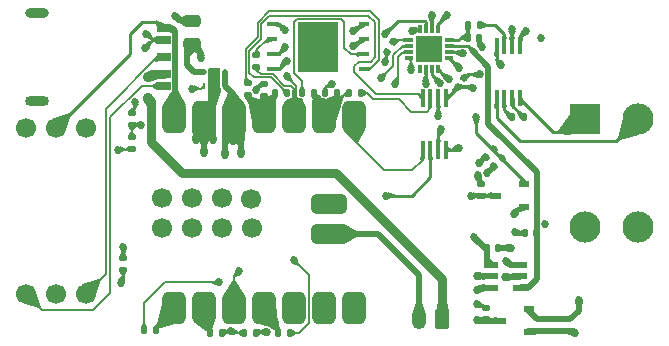
<source format=gbr>
%TF.GenerationSoftware,KiCad,Pcbnew,8.0.4*%
%TF.CreationDate,2025-03-23T22:29:41-04:00*%
%TF.ProjectId,wsg3.0,77736733-2e30-42e6-9b69-6361645f7063,rev?*%
%TF.SameCoordinates,Original*%
%TF.FileFunction,Copper,L1,Top*%
%TF.FilePolarity,Positive*%
%FSLAX46Y46*%
G04 Gerber Fmt 4.6, Leading zero omitted, Abs format (unit mm)*
G04 Created by KiCad (PCBNEW 8.0.4) date 2025-03-23 22:29:41*
%MOMM*%
%LPD*%
G01*
G04 APERTURE LIST*
G04 Aperture macros list*
%AMRoundRect*
0 Rectangle with rounded corners*
0 $1 Rounding radius*
0 $2 $3 $4 $5 $6 $7 $8 $9 X,Y pos of 4 corners*
0 Add a 4 corners polygon primitive as box body*
4,1,4,$2,$3,$4,$5,$6,$7,$8,$9,$2,$3,0*
0 Add four circle primitives for the rounded corners*
1,1,$1+$1,$2,$3*
1,1,$1+$1,$4,$5*
1,1,$1+$1,$6,$7*
1,1,$1+$1,$8,$9*
0 Add four rect primitives between the rounded corners*
20,1,$1+$1,$2,$3,$4,$5,0*
20,1,$1+$1,$4,$5,$6,$7,0*
20,1,$1+$1,$6,$7,$8,$9,0*
20,1,$1+$1,$8,$9,$2,$3,0*%
G04 Aperture macros list end*
%TA.AperFunction,SMDPad,CuDef*%
%ADD10R,0.850000X0.600000*%
%TD*%
%TA.AperFunction,ComponentPad*%
%ADD11C,1.700000*%
%TD*%
%TA.AperFunction,SMDPad,CuDef*%
%ADD12RoundRect,0.140000X-0.058955X0.212189X-0.219557X-0.017173X0.058955X-0.212189X0.219557X0.017173X0*%
%TD*%
%TA.AperFunction,SMDPad,CuDef*%
%ADD13RoundRect,0.135000X0.135000X0.185000X-0.135000X0.185000X-0.135000X-0.185000X0.135000X-0.185000X0*%
%TD*%
%TA.AperFunction,SMDPad,CuDef*%
%ADD14RoundRect,0.140000X-0.170000X0.140000X-0.170000X-0.140000X0.170000X-0.140000X0.170000X0.140000X0*%
%TD*%
%TA.AperFunction,SMDPad,CuDef*%
%ADD15R,1.200000X0.600000*%
%TD*%
%TA.AperFunction,SMDPad,CuDef*%
%ADD16RoundRect,0.135000X-0.185000X0.135000X-0.185000X-0.135000X0.185000X-0.135000X0.185000X0.135000X0*%
%TD*%
%TA.AperFunction,SMDPad,CuDef*%
%ADD17RoundRect,0.140000X0.140000X0.170000X-0.140000X0.170000X-0.140000X-0.170000X0.140000X-0.170000X0*%
%TD*%
%TA.AperFunction,SMDPad,CuDef*%
%ADD18RoundRect,0.250000X0.475000X-0.250000X0.475000X0.250000X-0.475000X0.250000X-0.475000X-0.250000X0*%
%TD*%
%TA.AperFunction,SMDPad,CuDef*%
%ADD19R,0.431800X1.498600*%
%TD*%
%TA.AperFunction,ComponentPad*%
%ADD20R,2.640000X2.640000*%
%TD*%
%TA.AperFunction,ComponentPad*%
%ADD21C,2.640000*%
%TD*%
%TA.AperFunction,SMDPad,CuDef*%
%ADD22RoundRect,0.135000X-0.135000X-0.185000X0.135000X-0.185000X0.135000X0.185000X-0.135000X0.185000X0*%
%TD*%
%TA.AperFunction,SMDPad,CuDef*%
%ADD23RoundRect,0.135000X-0.092715X0.209413X-0.227715X-0.024413X0.092715X-0.209413X0.227715X0.024413X0*%
%TD*%
%TA.AperFunction,SMDPad,CuDef*%
%ADD24RoundRect,0.140000X-0.021213X0.219203X-0.219203X0.021213X0.021213X-0.219203X0.219203X-0.021213X0*%
%TD*%
%TA.AperFunction,SMDPad,CuDef*%
%ADD25RoundRect,0.140000X-0.140000X-0.170000X0.140000X-0.170000X0.140000X0.170000X-0.140000X0.170000X0*%
%TD*%
%TA.AperFunction,SMDPad,CuDef*%
%ADD26R,0.950000X0.450000*%
%TD*%
%TA.AperFunction,SMDPad,CuDef*%
%ADD27R,3.450000X4.350000*%
%TD*%
%TA.AperFunction,SMDPad,CuDef*%
%ADD28R,0.450000X1.400000*%
%TD*%
%TA.AperFunction,SMDPad,CuDef*%
%ADD29RoundRect,0.140000X0.170000X-0.140000X0.170000X0.140000X-0.170000X0.140000X-0.170000X-0.140000X0*%
%TD*%
%TA.AperFunction,SMDPad,CuDef*%
%ADD30R,0.260000X0.530000*%
%TD*%
%TA.AperFunction,SMDPad,CuDef*%
%ADD31R,0.300000X0.800000*%
%TD*%
%TA.AperFunction,SMDPad,CuDef*%
%ADD32R,0.800000X0.300000*%
%TD*%
%TA.AperFunction,SMDPad,CuDef*%
%ADD33R,2.240000X2.240000*%
%TD*%
%TA.AperFunction,ComponentPad*%
%ADD34RoundRect,0.250000X0.350000X0.625000X-0.350000X0.625000X-0.350000X-0.625000X0.350000X-0.625000X0*%
%TD*%
%TA.AperFunction,ComponentPad*%
%ADD35O,1.200000X1.750000*%
%TD*%
%TA.AperFunction,SMDPad,CuDef*%
%ADD36RoundRect,0.500000X0.500000X-0.875000X0.500000X0.875000X-0.500000X0.875000X-0.500000X-0.875000X0*%
%TD*%
%TA.AperFunction,ComponentPad*%
%ADD37RoundRect,0.425000X-1.075000X-0.425000X1.075000X-0.425000X1.075000X0.425000X-1.075000X0.425000X0*%
%TD*%
%TA.AperFunction,SMDPad,CuDef*%
%ADD38R,1.200000X0.750000*%
%TD*%
%TA.AperFunction,ComponentPad*%
%ADD39O,2.000000X0.822200*%
%TD*%
%TA.AperFunction,ComponentPad*%
%ADD40O,2.000000X0.898400*%
%TD*%
%TA.AperFunction,ViaPad*%
%ADD41C,0.685800*%
%TD*%
%TA.AperFunction,ViaPad*%
%ADD42C,0.889000*%
%TD*%
%TA.AperFunction,Conductor*%
%ADD43C,0.254000*%
%TD*%
%TA.AperFunction,Conductor*%
%ADD44C,0.508000*%
%TD*%
%TA.AperFunction,Conductor*%
%ADD45C,0.127000*%
%TD*%
%TA.AperFunction,Conductor*%
%ADD46C,0.762000*%
%TD*%
%TA.AperFunction,Conductor*%
%ADD47C,0.152400*%
%TD*%
G04 APERTURE END LIST*
D10*
%TO.P,PS1,1,GND*%
%TO.N,GNDA*%
X44090000Y-27740000D03*
%TO.P,PS1,2,VOUT*%
%TO.N,2V5 Lin*%
X44090000Y-25820000D03*
%TO.P,PS1,3,VIN*%
%TO.N,5V5*%
X41690000Y-26780000D03*
%TD*%
%TO.P,PS3,1,GND*%
%TO.N,GNDA*%
X43660000Y-17170000D03*
%TO.P,PS3,2,VOUT*%
%TO.N,5V Lin*%
X43660000Y-15250000D03*
%TO.P,PS3,3,VIN*%
%TO.N,5V5*%
X41260000Y-16210000D03*
%TD*%
D11*
%TO.P,J3,1,D-*%
%TO.N,USB_D-*%
X1480000Y-24490000D03*
%TO.P,J3,2,SHIELD*%
%TO.N,GNDA*%
X4020000Y-24490000D03*
%TO.P,J3,3,D+*%
%TO.N,USB_D+*%
X6560000Y-24490000D03*
%TO.P,J3,4,GND*%
%TO.N,GNDA*%
X1480000Y-10490000D03*
%TO.P,J3,5,VBUS*%
%TO.N,5V USB*%
X4020000Y-10490000D03*
%TO.P,J3,6,CC*%
%TO.N,Net-(J3-CC)*%
X6560000Y-10490000D03*
%TD*%
D12*
%TO.P,C6,1*%
%TO.N,GNDA*%
X38595317Y-6206807D03*
%TO.P,C6,2*%
%TO.N,5V Lin*%
X38044683Y-6993193D03*
%TD*%
D13*
%TO.P,R8,1*%
%TO.N,AmplifiedSig*%
X39890000Y-1750000D03*
%TO.P,R8,2*%
%TO.N,FilteredSig*%
X38870000Y-1750000D03*
%TD*%
D14*
%TO.P,C5,1*%
%TO.N,2V5 Lin*%
X46770000Y-26660000D03*
%TO.P,C5,2*%
%TO.N,GNDA*%
X46770000Y-27620000D03*
%TD*%
D15*
%TO.P,IC2,1,OUT*%
%TO.N,5V Reference*%
X43320000Y-23980000D03*
%TO.P,IC2,2,GND_1*%
%TO.N,GNDA*%
X43320000Y-23030000D03*
%TO.P,IC2,3,GND_2*%
X43320000Y-22080000D03*
%TO.P,IC2,4,~{SHDN}*%
%TO.N,5V5*%
X40820000Y-22080000D03*
%TO.P,IC2,5,GND_3*%
%TO.N,GNDA*%
X40820000Y-23030000D03*
%TO.P,IC2,6,VDD*%
%TO.N,5V5*%
X40820000Y-23980000D03*
%TD*%
D16*
%TO.P,R13,1*%
%TO.N,Net-(J3-CC)*%
X9720000Y-21490000D03*
%TO.P,R13,2*%
%TO.N,GNDA*%
X9720000Y-22510000D03*
%TD*%
D17*
%TO.P,C9,1*%
%TO.N,5V Reference*%
X44700000Y-19370000D03*
%TO.P,C9,2*%
%TO.N,GNDA*%
X43740000Y-19370000D03*
%TD*%
D18*
%TO.P,C8,1*%
%TO.N,5V5*%
X15520000Y-3340000D03*
%TO.P,C8,2*%
%TO.N,GNDA*%
X15520000Y-1440000D03*
%TD*%
D19*
%TO.P,U2,1,VDD*%
%TO.N,5V Lin*%
X37005200Y-7935600D03*
%TO.P,U2,2,CS#*%
%TO.N,CS-DAC*%
X36370200Y-7935600D03*
%TO.P,U2,3,SCLK*%
%TO.N,SCLK_DAC*%
X35709800Y-7935600D03*
%TO.P,U2,4,SDIN*%
%TO.N,MOSI_DAC*%
X35074800Y-7935600D03*
%TO.P,U2,5,LDAC#*%
%TO.N,LDAC-DAC*%
X35074800Y-12304400D03*
%TO.P,U2,6,CLR#*%
%TO.N,3V3*%
X35709800Y-12304400D03*
%TO.P,U2,7,GND*%
%TO.N,GNDA*%
X36370200Y-12304400D03*
%TO.P,U2,8,VOUT*%
%TO.N,DAC Bias*%
X37005200Y-12304400D03*
%TD*%
D20*
%TO.P,J1,1,1*%
%TO.N,S+*%
X48850000Y-9750000D03*
D21*
%TO.P,J1,2,2*%
%TO.N,S-*%
X53300000Y-9750000D03*
%TO.P,J1,3,3*%
%TO.N,Gage Excitation*%
X53300000Y-18870000D03*
%TO.P,J1,4,4*%
%TO.N,GNDA*%
X48850000Y-18870000D03*
%TD*%
D22*
%TO.P,R3,1*%
%TO.N,SCLK_FLASH*%
X24830000Y-7500000D03*
%TO.P,R3,2*%
%TO.N,SCLK*%
X25850000Y-7500000D03*
%TD*%
D23*
%TO.P,R14,1*%
%TO.N,MISO_ADC*%
X32525000Y-3158327D03*
%TO.P,R14,2*%
%TO.N,MISO*%
X32015000Y-4041673D03*
%TD*%
D24*
%TO.P,C10,1*%
%TO.N,5V Lin*%
X41809411Y-13040589D03*
%TO.P,C10,2*%
%TO.N,GNDA*%
X41130589Y-13719411D03*
%TD*%
D25*
%TO.P,C2,1*%
%TO.N,5V5*%
X40510000Y-20650000D03*
%TO.P,C2,2*%
%TO.N,GNDA*%
X41470000Y-20650000D03*
%TD*%
D13*
%TO.P,R12,1*%
%TO.N,3V3*%
X20960000Y-27790000D03*
%TO.P,R12,2*%
%TO.N,CS-MEM*%
X19940000Y-27790000D03*
%TD*%
D26*
%TO.P,IC4,1,~{CS}*%
%TO.N,CS-MEM*%
X22300000Y-1680000D03*
%TO.P,IC4,2,DO_(IO1_)*%
%TO.N,MISO_FLASH*%
X22300000Y-2950000D03*
%TO.P,IC4,3,~{WP_(IO2_)}*%
%TO.N,3V3*%
X22300000Y-4220000D03*
%TO.P,IC4,4,GND*%
%TO.N,GNDA*%
X22300000Y-5490000D03*
%TO.P,IC4,5,DI_(IO0_)*%
%TO.N,MOSI_FLASH*%
X30100000Y-5490000D03*
%TO.P,IC4,6,CLK*%
%TO.N,SCLK_FLASH*%
X30100000Y-4220000D03*
%TO.P,IC4,7,~{HOLD_(IO3_)}*%
%TO.N,3V3*%
X30100000Y-2950000D03*
%TO.P,IC4,8,VCC*%
X30100000Y-1680000D03*
D27*
%TO.P,IC4,9,EP*%
%TO.N,GNDA*%
X26200000Y-3585000D03*
%TD*%
D28*
%TO.P,IC3,1,-IN*%
%TO.N,S-*%
X41325000Y-7930000D03*
%TO.P,IC3,2,RG_1*%
%TO.N,Net-(IC3-RG_1)*%
X41975000Y-7930000D03*
%TO.P,IC3,3,RG_2*%
%TO.N,Net-(IC3-RG_2)*%
X42625000Y-7930000D03*
%TO.P,IC3,4,+IN*%
%TO.N,S+*%
X43275000Y-7930000D03*
%TO.P,IC3,5,-VS*%
%TO.N,GNDA*%
X43275000Y-3530000D03*
%TO.P,IC3,6,REF*%
%TO.N,DAC Bias*%
X42625000Y-3530000D03*
%TO.P,IC3,7,VOUT*%
%TO.N,AmplifiedSig*%
X41975000Y-3530000D03*
%TO.P,IC3,8,+VS*%
%TO.N,5V Lin*%
X41325000Y-3530000D03*
%TD*%
D22*
%TO.P,R4,1*%
%TO.N,CS-DAC*%
X11480000Y-27550000D03*
%TO.P,R4,2*%
%TO.N,Net-(U1-PA02_A0_D0)*%
X12500000Y-27550000D03*
%TD*%
D13*
%TO.P,R6,1*%
%TO.N,Net-(IC3-RG_2)*%
X43620000Y-9580000D03*
%TO.P,R6,2*%
%TO.N,Net-(IC3-RG_1)*%
X42600000Y-9580000D03*
%TD*%
D29*
%TO.P,C7,1*%
%TO.N,5V5*%
X40020000Y-16210000D03*
%TO.P,C7,2*%
%TO.N,GNDA*%
X40020000Y-15250000D03*
%TD*%
D24*
%TO.P,C11,1*%
%TO.N,5V Lin*%
X41079411Y-12250589D03*
%TO.P,C11,2*%
%TO.N,GNDA*%
X40400589Y-12929411D03*
%TD*%
D25*
%TO.P,C1,1*%
%TO.N,FilteredSig*%
X38880000Y-2810000D03*
%TO.P,C1,2*%
%TO.N,GNDA*%
X39840000Y-2810000D03*
%TD*%
D16*
%TO.P,R10,1*%
%TO.N,GNDA*%
X10430000Y-9180000D03*
%TO.P,R10,2*%
%TO.N,Net-(PS2-FB)*%
X10430000Y-10200000D03*
%TD*%
D13*
%TO.P,R2,1*%
%TO.N,SCLK_DAC*%
X29860000Y-7500000D03*
%TO.P,R2,2*%
%TO.N,SCLK*%
X28840000Y-7500000D03*
%TD*%
%TO.P,R7,1*%
%TO.N,CS-ADC*%
X23820000Y-27790000D03*
%TO.P,R7,2*%
%TO.N,Net-(U1-PA11_A3_D3)*%
X22800000Y-27790000D03*
%TD*%
D22*
%TO.P,R1,1*%
%TO.N,SCLK_ADC*%
X26820000Y-7490000D03*
%TO.P,R1,2*%
%TO.N,SCLK*%
X27840000Y-7490000D03*
%TD*%
D16*
%TO.P,R11,1*%
%TO.N,Net-(PS2-FB)*%
X10430000Y-11260000D03*
%TO.P,R11,2*%
%TO.N,5V5*%
X10430000Y-12280000D03*
%TD*%
D14*
%TO.P,C4,1*%
%TO.N,2V5 Lin*%
X45630000Y-26670000D03*
%TO.P,C4,2*%
%TO.N,GNDA*%
X45630000Y-27630000D03*
%TD*%
D30*
%TO.P,PS2,1,VIN*%
%TO.N,3V3*%
X18310000Y-5720000D03*
%TO.P,PS2,2,GND_1*%
%TO.N,GNDA*%
X17710000Y-5720000D03*
%TO.P,PS2,3,GND_2*%
X17110000Y-5720000D03*
%TO.P,PS2,4,VOUT*%
%TO.N,5V5*%
X16510000Y-5720000D03*
%TO.P,PS2,5,FB*%
%TO.N,Net-(PS2-FB)*%
X16510000Y-6920000D03*
%TO.P,PS2,6,GND_3*%
%TO.N,GNDA*%
X17110000Y-6920000D03*
%TO.P,PS2,7,MODE*%
X17710000Y-6920000D03*
%TO.P,PS2,8,EN*%
%TO.N,3V3*%
X18310000Y-6920000D03*
%TD*%
D16*
%TO.P,R16,1*%
%TO.N,MISO_FLASH*%
X20990000Y-4280000D03*
%TO.P,R16,2*%
%TO.N,MISO*%
X20990000Y-5300000D03*
%TD*%
D31*
%TO.P,IC1,1,CLK*%
%TO.N,unconnected-(IC1-CLK-Pad1)*%
X34850000Y-5490000D03*
%TO.P,IC1,2,DGND*%
%TO.N,GNDA*%
X35350000Y-5490000D03*
%TO.P,IC1,3,AVSS*%
X35850000Y-5490000D03*
%TO.P,IC1,4,AIN3/REFN1*%
X36350000Y-5490000D03*
D32*
%TO.P,IC1,5,AIN2*%
%TO.N,DAC Bias*%
X37300000Y-4540000D03*
%TO.P,IC1,6,REFN0*%
%TO.N,GNDA*%
X37300000Y-4040000D03*
%TO.P,IC1,7,REFP0*%
%TO.N,5V Reference*%
X37300000Y-3540000D03*
%TO.P,IC1,8,AIN1*%
%TO.N,FilteredSig*%
X37300000Y-3040000D03*
D31*
%TO.P,IC1,9,AIN0/REFP1*%
%TO.N,Gage Excitation*%
X36350000Y-2090000D03*
%TO.P,IC1,10,AVDD*%
%TO.N,5V5*%
X35850000Y-2090000D03*
%TO.P,IC1,11,DVDD*%
%TO.N,3V3*%
X35350000Y-2090000D03*
%TO.P,IC1,12,~{DRDY}*%
%TO.N,ADC DReady*%
X34850000Y-2090000D03*
D32*
%TO.P,IC1,13,DOUT/~{DRDY}*%
%TO.N,MISO_ADC*%
X33900000Y-3040000D03*
%TO.P,IC1,14,DIN*%
%TO.N,MOSI_ADC*%
X33900000Y-3540000D03*
%TO.P,IC1,15,SCLK*%
%TO.N,SCLK_ADC*%
X33900000Y-4040000D03*
%TO.P,IC1,16,~{CS}*%
%TO.N,CS-ADC*%
X33900000Y-4540000D03*
D33*
%TO.P,IC1,17,EP*%
%TO.N,unconnected-(IC1-EP-Pad17)*%
X35600000Y-3790000D03*
%TD*%
D29*
%TO.P,C3,1*%
%TO.N,5V5*%
X40460000Y-26680000D03*
%TO.P,C3,2*%
%TO.N,GNDA*%
X40460000Y-25720000D03*
%TD*%
D34*
%TO.P,J4,1,Pin_1*%
%TO.N,BAT-*%
X36740000Y-26670000D03*
D35*
%TO.P,J4,2,Pin_2*%
%TO.N,BAT+*%
X34740000Y-26670000D03*
%TD*%
D36*
%TO.P,U1,1,PA02_A0_D0*%
%TO.N,Net-(U1-PA02_A0_D0)*%
X14010000Y-25730000D03*
%TO.P,U1,2,PA4_A1_D1*%
%TO.N,Net-(U1-PA4_A1_D1)*%
X16550000Y-25730000D03*
%TO.P,U1,3,PA10_A2_D2*%
%TO.N,ADC DReady*%
X19090000Y-25730000D03*
%TO.P,U1,4,PA11_A3_D3*%
%TO.N,Net-(U1-PA11_A3_D3)*%
X21630000Y-25730000D03*
%TO.P,U1,5,PA8_A4_D4_SDA*%
%TO.N,unconnected-(U1-PA8_A4_D4_SDA-Pad5)*%
X24170000Y-25730000D03*
%TO.P,U1,6,PA9_A5_D5_SCL*%
%TO.N,unconnected-(U1-PA9_A5_D5_SCL-Pad6)*%
X26710000Y-25730000D03*
%TO.P,U1,7,PB08_A6_D6_TX*%
%TO.N,unconnected-(U1-PB08_A6_D6_TX-Pad7)*%
X29250000Y-25730000D03*
%TO.P,U1,8,PB09_A7_D7_RX*%
%TO.N,LDAC-DAC*%
X29250000Y-9565000D03*
%TO.P,U1,9,PA7_A8_D8_SCK*%
%TO.N,SCLK*%
X26710000Y-9565000D03*
%TO.P,U1,10,PA5_A9_D9_MISO*%
%TO.N,MISO*%
X24170000Y-9565000D03*
%TO.P,U1,11,PA6_A10_D10_MOSI*%
%TO.N,MOSI*%
X21630000Y-9565000D03*
%TO.P,U1,12,3V3*%
%TO.N,3V3*%
X19090000Y-9565000D03*
%TO.P,U1,13,GND*%
%TO.N,GNDA*%
X16550000Y-9565000D03*
%TO.P,U1,14,5V*%
%TO.N,5V USB*%
X14028500Y-9565000D03*
D37*
%TO.P,U1,15,BAT-*%
%TO.N,GNDA*%
X27161700Y-16916400D03*
%TO.P,U1,16,Bat+*%
%TO.N,BAT+*%
X27161700Y-19456400D03*
D11*
%TO.P,U1,17,MTDO*%
%TO.N,unconnected-(U1-MTDO-Pad17)*%
X12988500Y-18948400D03*
%TO.P,U1,18,MTDI*%
%TO.N,unconnected-(U1-MTDI-Pad18)*%
X13016500Y-16408400D03*
%TO.P,U1,19,GND*%
%TO.N,unconnected-(U1-GND-Pad19)*%
X15528500Y-18948400D03*
%TO.P,U1,20,EN*%
%TO.N,unconnected-(U1-EN-Pad20)*%
X15528500Y-16408400D03*
%TO.P,U1,21,MTCK*%
%TO.N,unconnected-(U1-MTCK-Pad21)*%
X18068500Y-18948400D03*
%TO.P,U1,22,MTMS*%
%TO.N,unconnected-(U1-MTMS-Pad22)*%
X18068500Y-16408400D03*
%TO.P,U1,23,3v3*%
%TO.N,unconnected-(U1-3v3-Pad23)*%
X20608500Y-18948400D03*
%TO.P,U1,24,BOOT*%
%TO.N,unconnected-(U1-BOOT-Pad24)*%
X20551700Y-16501000D03*
%TD*%
D16*
%TO.P,R17,1*%
%TO.N,MOSI_ADC*%
X21610000Y-6710000D03*
%TO.P,R17,2*%
%TO.N,MOSI*%
X21610000Y-7730000D03*
%TD*%
D38*
%TO.P,J2,1,SLEEVE*%
%TO.N,5V USB*%
X13140000Y-2020000D03*
%TO.P,J2,2,TIP_1*%
%TO.N,BAT-*%
X13140000Y-5920000D03*
%TO.P,J2,3,RING_1*%
%TO.N,USB_D+*%
X13140000Y-4470000D03*
%TO.P,J2,4,RING_2*%
%TO.N,USB_D-*%
X13140000Y-6920000D03*
%TO.P,J2,5,TIP_2*%
%TO.N,GNDA*%
X13140000Y-3020000D03*
D39*
%TO.P,J2,MH1,MH1*%
%TO.N,unconnected-(J2-PadMH1)*%
X2440000Y-720000D03*
D40*
%TO.P,J2,MH2,MH2*%
%TO.N,unconnected-(J2-PadMH2)*%
X2440000Y-8220000D03*
%TD*%
D16*
%TO.P,R19,1*%
%TO.N,MOSI_FLASH*%
X20260000Y-6690000D03*
%TO.P,R19,2*%
%TO.N,MOSI*%
X20260000Y-7710000D03*
%TD*%
D13*
%TO.P,R5,1*%
%TO.N,CS-MEM*%
X18090000Y-27790000D03*
%TO.P,R5,2*%
%TO.N,Net-(U1-PA4_A1_D1)*%
X17070000Y-27790000D03*
%TD*%
%TO.P,R18,1*%
%TO.N,MOSI_DAC*%
X23610000Y-7540000D03*
%TO.P,R18,2*%
%TO.N,MOSI*%
X22590000Y-7540000D03*
%TD*%
D41*
%TO.N,GNDA*%
X36530000Y-6640000D03*
X35310000Y-6710000D03*
X15860000Y-11530000D03*
X39740000Y-14450000D03*
X26200000Y-3585000D03*
X42550000Y-20590000D03*
X10750000Y-8300000D03*
X11590000Y-3730000D03*
X42100000Y-21720000D03*
X42030000Y-23110000D03*
X11670000Y-2480000D03*
X37280000Y-6290000D03*
X42920000Y-19310000D03*
X23596600Y-4760000D03*
X9540000Y-23580000D03*
X42780000Y-17760000D03*
X43810000Y-2290000D03*
X39660000Y-25370000D03*
X40540000Y-14260000D03*
X39810000Y-13470000D03*
X38490000Y-4136900D03*
X39640000Y-23030000D03*
X39906100Y-5930000D03*
X16590000Y-12600000D03*
X40050000Y-3610000D03*
X14090000Y-950000D03*
X36620000Y-10580000D03*
X17300000Y-11530000D03*
X47950000Y-27790000D03*
%TO.N,5V5*%
X9290000Y-12310000D03*
X16310000Y-4540000D03*
X39370000Y-19700000D03*
X39700000Y-24150000D03*
X39650000Y-26760000D03*
X35850000Y-890000D03*
X39180000Y-16200000D03*
%TO.N,DAC Bias*%
X38150000Y-5360000D03*
X42625000Y-2095000D03*
X38160000Y-12140000D03*
%TO.N,3V3*%
X31913400Y-2480000D03*
X32000000Y-16190000D03*
X19030000Y-11550000D03*
X29150000Y-3560000D03*
X19700000Y-12680000D03*
X29160000Y-2250000D03*
X23440000Y-3640000D03*
X21880000Y-27730000D03*
X18300000Y-12730000D03*
%TO.N,ADC DReady*%
X19540000Y-22590000D03*
X34160000Y-2240000D03*
%TO.N,MISO*%
X23540000Y-6066600D03*
X31884079Y-4925516D03*
%TO.N,CS-ADC*%
X34080000Y-5530000D03*
X24140000Y-21650000D03*
%TO.N,2V5 Lin*%
X45060000Y-2840000D03*
X48310000Y-25010000D03*
%TO.N,5V Lin*%
X41720000Y-5150000D03*
X39610000Y-9580000D03*
X39346900Y-7120000D03*
X45433900Y-18580000D03*
%TO.N,CS-MEM*%
X18870000Y-27700000D03*
X23390000Y-2150000D03*
%TO.N,Net-(PS2-FB)*%
X15560000Y-7140000D03*
X11250000Y-10200000D03*
%TO.N,CS-DAC*%
X36380000Y-9440000D03*
X17860000Y-23550000D03*
%TO.N,Net-(J3-CC)*%
X9730000Y-20530000D03*
D42*
%TO.N,BAT-*%
X11800000Y-7900000D03*
X11832994Y-6132994D03*
D41*
%TO.N,MOSI_ADC*%
X20953012Y-7214053D03*
X31548247Y-6252957D03*
%TO.N,SCLK_ADC*%
X32735000Y-6705000D03*
X27360000Y-6743400D03*
%TO.N,Gage Excitation*%
X37120000Y-910000D03*
%TD*%
D43*
%TO.N,FilteredSig*%
X38070000Y-3040000D02*
X38300000Y-2810000D01*
X38870000Y-2800000D02*
X38880000Y-2810000D01*
X37300000Y-3040000D02*
X38070000Y-3040000D01*
X38870000Y-1750000D02*
X38870000Y-2800000D01*
X38300000Y-2810000D02*
X38880000Y-2810000D01*
%TO.N,GNDA*%
X42930000Y-19310000D02*
X42990000Y-19370000D01*
X42920000Y-19310000D02*
X42930000Y-19310000D01*
D44*
X16590000Y-9605000D02*
X16550000Y-9565000D01*
D43*
X9720000Y-22510000D02*
X9720000Y-23400000D01*
X9720000Y-23400000D02*
X9540000Y-23580000D01*
D44*
X15520000Y-1440000D02*
X14580000Y-1440000D01*
D43*
X40020000Y-15250000D02*
X39870000Y-15100000D01*
D44*
X42490000Y-20650000D02*
X41470000Y-20650000D01*
X16590000Y-12600000D02*
X16590000Y-9605000D01*
D45*
X10750000Y-8860000D02*
X10430000Y-9180000D01*
D43*
X39870000Y-15100000D02*
X39870000Y-14580000D01*
D45*
X39660000Y-25370000D02*
X39910000Y-25370000D01*
X40260000Y-25720000D02*
X40460000Y-25720000D01*
D43*
X35850000Y-5490000D02*
X35850000Y-5960000D01*
X11670000Y-2480000D02*
X12210000Y-3020000D01*
D44*
X14580000Y-1440000D02*
X14090000Y-950000D01*
D43*
X11590000Y-3640000D02*
X12210000Y-3020000D01*
D44*
X42100000Y-21720000D02*
X42460000Y-22080000D01*
X15860000Y-10255000D02*
X16550000Y-9565000D01*
D43*
X40620000Y-14260000D02*
X40700000Y-14180000D01*
X39870000Y-14580000D02*
X39740000Y-14450000D01*
D44*
X17300000Y-10315000D02*
X16550000Y-9565000D01*
D43*
X39840000Y-3400000D02*
X39840000Y-2810000D01*
D45*
X39910000Y-25370000D02*
X40260000Y-25720000D01*
D44*
X15860000Y-11530000D02*
X15860000Y-10255000D01*
D43*
X40700000Y-14180000D02*
X40700000Y-14150000D01*
D44*
X42080000Y-23060000D02*
X43290000Y-23060000D01*
X17300000Y-11530000D02*
X17300000Y-10315000D01*
D45*
X10750000Y-8300000D02*
X10750000Y-8860000D01*
D46*
X27128100Y-16950000D02*
X27161700Y-16916400D01*
D44*
X43960000Y-27695000D02*
X47855000Y-27695000D01*
D43*
X40540000Y-14260000D02*
X40620000Y-14260000D01*
X37150000Y-6290000D02*
X36350000Y-5490000D01*
X39906100Y-5930000D02*
X38872124Y-5930000D01*
X36620000Y-10580000D02*
X36370200Y-10829800D01*
X38872124Y-5930000D02*
X38595317Y-6206807D01*
X35850000Y-5960000D02*
X36530000Y-6640000D01*
X12210000Y-3020000D02*
X13140000Y-3020000D01*
X40350589Y-12929411D02*
X40400589Y-12929411D01*
X43275000Y-3530000D02*
X43275000Y-2825000D01*
X40050000Y-3610000D02*
X39840000Y-3400000D01*
X40700000Y-14150000D02*
X41130589Y-13719411D01*
X43275000Y-2825000D02*
X43810000Y-2290000D01*
X37280000Y-6290000D02*
X37150000Y-6290000D01*
X42990000Y-19370000D02*
X43740000Y-19370000D01*
D44*
X42550000Y-20590000D02*
X42490000Y-20650000D01*
D43*
X23596600Y-4760000D02*
X22866600Y-5490000D01*
X11590000Y-3730000D02*
X11590000Y-3640000D01*
X35310000Y-6710000D02*
X35350000Y-6670000D01*
X22866600Y-5490000D02*
X22300000Y-5490000D01*
X43370000Y-17170000D02*
X43660000Y-17170000D01*
X35350000Y-6670000D02*
X35350000Y-5490000D01*
D44*
X47855000Y-27695000D02*
X47950000Y-27790000D01*
D43*
X42780000Y-17760000D02*
X43370000Y-17170000D01*
X36370200Y-10829800D02*
X36370200Y-12304400D01*
D44*
X42030000Y-23110000D02*
X42080000Y-23060000D01*
X42460000Y-22080000D02*
X43320000Y-22080000D01*
X43290000Y-23060000D02*
X43320000Y-23030000D01*
D43*
X39810000Y-13470000D02*
X40350589Y-12929411D01*
X38490000Y-4136900D02*
X38393100Y-4040000D01*
D44*
X39640000Y-23030000D02*
X40820000Y-23030000D01*
D43*
X38393100Y-4040000D02*
X37300000Y-4040000D01*
D44*
%TO.N,5V5*%
X39370000Y-19700000D02*
X40510000Y-20840000D01*
X15110000Y-3750000D02*
X15520000Y-3340000D01*
D45*
X10430000Y-12280000D02*
X10400000Y-12310000D01*
D43*
X39260000Y-16190000D02*
X40000000Y-16190000D01*
D44*
X16310000Y-4540000D02*
X16310000Y-4130000D01*
D43*
X39260000Y-16190000D02*
X39190000Y-16190000D01*
D44*
X39700000Y-24150000D02*
X39860000Y-23990000D01*
D43*
X39190000Y-16190000D02*
X39180000Y-16200000D01*
D44*
X39650000Y-26760000D02*
X39670000Y-26780000D01*
X40510000Y-20840000D02*
X40510000Y-21770000D01*
D43*
X40000000Y-16190000D02*
X40020000Y-16210000D01*
D44*
X39860000Y-23990000D02*
X40810000Y-23990000D01*
D43*
X41260000Y-16210000D02*
X40020000Y-16210000D01*
D44*
X41820000Y-26780000D02*
X39670000Y-26780000D01*
X40810000Y-23990000D02*
X40820000Y-23980000D01*
D45*
X10400000Y-12310000D02*
X9290000Y-12310000D01*
D44*
X15110000Y-5140000D02*
X15110000Y-3750000D01*
X16310000Y-4130000D02*
X15520000Y-3340000D01*
X15100000Y-5150000D02*
X15110000Y-5140000D01*
X40510000Y-21770000D02*
X40820000Y-22080000D01*
X15670000Y-5720000D02*
X15100000Y-5150000D01*
X16510000Y-5720000D02*
X15670000Y-5720000D01*
D43*
X35850000Y-890000D02*
X35850000Y-2090000D01*
%TO.N,5V Reference*%
X38870000Y-3540000D02*
X39240000Y-3910000D01*
D44*
X39240000Y-3910000D02*
X40630000Y-5300000D01*
X44003000Y-23980000D02*
X43320000Y-23980000D01*
X44710000Y-14230000D02*
X44710000Y-23273000D01*
D43*
X37300000Y-3540000D02*
X38870000Y-3540000D01*
D44*
X40630000Y-10150000D02*
X44710000Y-14230000D01*
X44710000Y-23273000D02*
X44003000Y-23980000D01*
X40630000Y-5300000D02*
X40630000Y-10150000D01*
D43*
%TO.N,DAC Bias*%
X37995600Y-12304400D02*
X38160000Y-12140000D01*
D45*
X42625000Y-2095000D02*
X42625000Y-3530000D01*
D43*
X38150000Y-5360000D02*
X38120000Y-5360000D01*
X37005200Y-12304400D02*
X37995600Y-12304400D01*
X38120000Y-5360000D02*
X37300000Y-4540000D01*
%TO.N,3V3*%
X29360000Y-2250000D02*
X29930000Y-1680000D01*
X29930000Y-1680000D02*
X30100000Y-1680000D01*
D45*
X21020000Y-27730000D02*
X21880000Y-27730000D01*
D44*
X18300000Y-10355000D02*
X19090000Y-9565000D01*
X18300000Y-12730000D02*
X18300000Y-10355000D01*
X19700000Y-10175000D02*
X19090000Y-9565000D01*
D43*
X34160000Y-16190000D02*
X35709800Y-14640200D01*
D44*
X19700000Y-12680000D02*
X19700000Y-10175000D01*
D43*
X29960000Y-2950000D02*
X30100000Y-2950000D01*
X32957400Y-1436000D02*
X35254000Y-1436000D01*
D45*
X20960000Y-27790000D02*
X21020000Y-27730000D01*
D43*
X23440000Y-3640000D02*
X22860000Y-4220000D01*
X29160000Y-2250000D02*
X29360000Y-2250000D01*
X29150000Y-3560000D02*
X29350000Y-3560000D01*
X29350000Y-3560000D02*
X29960000Y-2950000D01*
D44*
X19090000Y-7700000D02*
X18310000Y-6920000D01*
D43*
X31913400Y-2480000D02*
X32957400Y-1436000D01*
D44*
X19030000Y-11550000D02*
X19030000Y-9625000D01*
X19030000Y-9625000D02*
X19090000Y-9565000D01*
X18310000Y-6920000D02*
X18310000Y-5720000D01*
D43*
X35350000Y-1532000D02*
X35350000Y-2090000D01*
X32000000Y-16190000D02*
X34160000Y-16190000D01*
D44*
X19090000Y-9565000D02*
X19090000Y-7700000D01*
D43*
X35254000Y-1436000D02*
X35350000Y-1532000D01*
X22860000Y-4220000D02*
X22300000Y-4220000D01*
X35709800Y-14640200D02*
X35709800Y-12304400D01*
D45*
%TO.N,ADC DReady*%
X19090000Y-23040000D02*
X19090000Y-25730000D01*
X34310000Y-2090000D02*
X34160000Y-2240000D01*
X19540000Y-22590000D02*
X19090000Y-23040000D01*
X34850000Y-2090000D02*
X34310000Y-2090000D01*
%TO.N,MISO*%
X20990000Y-5570000D02*
X20990000Y-5300000D01*
X23540000Y-6066600D02*
X23540000Y-6070000D01*
X24360000Y-9375000D02*
X24170000Y-9565000D01*
X24170000Y-9565000D02*
X24160000Y-9555000D01*
X23540000Y-6070000D02*
X24360000Y-6890000D01*
X22410000Y-5940000D02*
X21360000Y-5940000D01*
X23910000Y-6890000D02*
X23360000Y-6890000D01*
X24360000Y-6890000D02*
X24360000Y-9375000D01*
X21360000Y-5940000D02*
X20990000Y-5570000D01*
X32015000Y-4041673D02*
X32015000Y-4794595D01*
X32015000Y-4794595D02*
X31884079Y-4925516D01*
X24160000Y-7140000D02*
X23910000Y-6890000D01*
X23360000Y-6890000D02*
X22410000Y-5940000D01*
X24160000Y-9555000D02*
X24160000Y-7140000D01*
%TO.N,MOSI*%
X20260000Y-8195000D02*
X20260000Y-7710000D01*
X21630000Y-9565000D02*
X21630000Y-7830000D01*
X21630000Y-9565000D02*
X20260000Y-8195000D01*
X21550000Y-7750000D02*
X21600000Y-7750000D01*
X21630000Y-7830000D02*
X21550000Y-7750000D01*
X22590000Y-8605000D02*
X22590000Y-7540000D01*
X21630000Y-9565000D02*
X22590000Y-8605000D01*
X21630000Y-7830000D02*
X21610000Y-7810000D01*
X21610000Y-7810000D02*
X21610000Y-7730000D01*
%TO.N,SCLK*%
X26710000Y-9390000D02*
X28600000Y-7500000D01*
X26710000Y-9565000D02*
X26710000Y-9390000D01*
X27840000Y-8435000D02*
X27840000Y-7490000D01*
X25850000Y-8705000D02*
X25850000Y-7500000D01*
X26710000Y-9565000D02*
X27840000Y-8435000D01*
X26710000Y-9565000D02*
X25850000Y-8705000D01*
X28600000Y-7500000D02*
X28840000Y-7500000D01*
%TO.N,CS-ADC*%
X23820000Y-27790000D02*
X24590000Y-27790000D01*
X24590000Y-27790000D02*
X25440000Y-26940000D01*
X25440000Y-22950000D02*
X24140000Y-21650000D01*
X34080000Y-5530000D02*
X34080000Y-4720000D01*
X25440000Y-26940000D02*
X25440000Y-22950000D01*
X34080000Y-4720000D02*
X33900000Y-4540000D01*
D43*
%TO.N,S-*%
X41325000Y-9645000D02*
X43270000Y-11590000D01*
X41325000Y-7930000D02*
X41325000Y-9645000D01*
X51460000Y-11590000D02*
X53300000Y-9750000D01*
X43270000Y-11590000D02*
X51460000Y-11590000D01*
%TO.N,2V5 Lin*%
X45040000Y-2820000D02*
X45060000Y-2840000D01*
D44*
X48310000Y-25930000D02*
X48310000Y-25010000D01*
X44755000Y-26660000D02*
X46770000Y-26660000D01*
X46770000Y-26660000D02*
X47580000Y-26660000D01*
X43960000Y-25865000D02*
X44755000Y-26660000D01*
X47580000Y-26660000D02*
X48310000Y-25930000D01*
D43*
%TO.N,5V Lin*%
X41325000Y-3530000D02*
X41325000Y-4755000D01*
X39220093Y-6993193D02*
X39346900Y-7120000D01*
X39610000Y-10890000D02*
X39610000Y-9580000D01*
X43660000Y-15250000D02*
X43660000Y-14940000D01*
X37005200Y-7935600D02*
X37102276Y-7935600D01*
X43660000Y-14940000D02*
X39610000Y-10890000D01*
X38044683Y-6993193D02*
X39220093Y-6993193D01*
X41325000Y-4755000D02*
X41720000Y-5150000D01*
X37102276Y-7935600D02*
X38044683Y-6993193D01*
%TO.N,S+*%
X43275000Y-7930000D02*
X43275000Y-8015000D01*
X47750000Y-10850000D02*
X48850000Y-9750000D01*
X43275000Y-8015000D02*
X46110000Y-10850000D01*
X46110000Y-10850000D02*
X47750000Y-10850000D01*
%TO.N,AmplifiedSig*%
X39890000Y-1750000D02*
X41170000Y-1750000D01*
X41170000Y-1750000D02*
X41975000Y-2555000D01*
X41975000Y-2555000D02*
X41975000Y-3530000D01*
D45*
%TO.N,CS-MEM*%
X18090000Y-27790000D02*
X18180000Y-27700000D01*
D43*
X22300000Y-1680000D02*
X22920000Y-1680000D01*
X22920000Y-1680000D02*
X23390000Y-2150000D01*
D45*
X19940000Y-27790000D02*
X18960000Y-27790000D01*
X18960000Y-27790000D02*
X18870000Y-27700000D01*
X18180000Y-27700000D02*
X18870000Y-27700000D01*
D44*
%TO.N,5V USB*%
X14121000Y-9472500D02*
X14121000Y-2264000D01*
X14121000Y-2264000D02*
X13877000Y-2020000D01*
D43*
X12600000Y-1480000D02*
X13140000Y-2020000D01*
X10290000Y-4220000D02*
X10290000Y-2530000D01*
D44*
X13877000Y-2020000D02*
X13140000Y-2020000D01*
D43*
X4020000Y-10490000D02*
X10290000Y-4220000D01*
X11340000Y-1480000D02*
X12600000Y-1480000D01*
X10290000Y-2530000D02*
X11340000Y-1480000D01*
X13140000Y-2020000D02*
X13623000Y-2020000D01*
D44*
X14028500Y-9565000D02*
X14121000Y-9472500D01*
D47*
%TO.N,USB_D+*%
X8226800Y-8823200D02*
X8226800Y-22823200D01*
X13140000Y-4470000D02*
X12580000Y-4470000D01*
X12580000Y-4470000D02*
X8226800Y-8823200D01*
X8226800Y-22823200D02*
X6560000Y-24490000D01*
%TO.N,USB_D-*%
X2860000Y-25870000D02*
X1480000Y-24490000D01*
X8633200Y-24416800D02*
X7180000Y-25870000D01*
X11264737Y-6920000D02*
X8633200Y-9551537D01*
X7180000Y-25870000D02*
X2860000Y-25870000D01*
X13140000Y-6920000D02*
X11264737Y-6920000D01*
X8633200Y-9551537D02*
X8633200Y-24416800D01*
D45*
%TO.N,Net-(PS2-FB)*%
X10430000Y-11260000D02*
X10430000Y-10200000D01*
X11250000Y-10200000D02*
X10430000Y-10200000D01*
X16290000Y-7140000D02*
X16510000Y-6920000D01*
X15560000Y-7140000D02*
X16290000Y-7140000D01*
%TO.N,CS-DAC*%
X11480000Y-27550000D02*
X11480000Y-25290000D01*
X13220000Y-23550000D02*
X17860000Y-23550000D01*
X36370200Y-9430200D02*
X36370200Y-7935600D01*
X36380000Y-9440000D02*
X36370200Y-9430200D01*
X11480000Y-25290000D02*
X13220000Y-23550000D01*
%TO.N,Net-(U1-PA02_A0_D0)*%
X12500000Y-27550000D02*
X12500000Y-27240000D01*
X12500000Y-27240000D02*
X14010000Y-25730000D01*
%TO.N,Net-(U1-PA4_A1_D1)*%
X17070000Y-26250000D02*
X16550000Y-25730000D01*
X17070000Y-27790000D02*
X17070000Y-26250000D01*
%TO.N,Net-(U1-PA11_A3_D3)*%
X22800000Y-26900000D02*
X22800000Y-27790000D01*
X21630000Y-25730000D02*
X22800000Y-26900000D01*
%TO.N,LDAC-DAC*%
X31810000Y-14060000D02*
X29250000Y-11500000D01*
X35074800Y-13155200D02*
X34170000Y-14060000D01*
X35074800Y-12304400D02*
X35074800Y-13155200D01*
X34170000Y-14060000D02*
X31810000Y-14060000D01*
X29250000Y-11500000D02*
X29250000Y-9565000D01*
D43*
%TO.N,Net-(J3-CC)*%
X9720000Y-20540000D02*
X9730000Y-20530000D01*
X9720000Y-21490000D02*
X9720000Y-20540000D01*
D46*
%TO.N,BAT-*%
X13140000Y-5920000D02*
X12045988Y-5920000D01*
X27740000Y-14250000D02*
X36740000Y-23250000D01*
X12100900Y-8200900D02*
X12100900Y-11650900D01*
X12100900Y-11650900D02*
X14700000Y-14250000D01*
X14700000Y-14250000D02*
X27740000Y-14250000D01*
X12045988Y-5920000D02*
X11832994Y-6132994D01*
X11800000Y-7900000D02*
X12100900Y-8200900D01*
X36740000Y-23250000D02*
X36740000Y-26670000D01*
D44*
%TO.N,BAT+*%
X27161700Y-19456400D02*
X31276400Y-19456400D01*
X31276400Y-19456400D02*
X34740000Y-22920000D01*
X34740000Y-22920000D02*
X34740000Y-26670000D01*
D45*
%TO.N,MISO_ADC*%
X32643327Y-3040000D02*
X32525000Y-3158327D01*
X33900000Y-3040000D02*
X32643327Y-3040000D01*
%TO.N,MOSI_ADC*%
X21480000Y-6690000D02*
X21590000Y-6690000D01*
X21590000Y-6690000D02*
X21610000Y-6710000D01*
X20953012Y-7214053D02*
X21457065Y-6710000D01*
X32580000Y-5221204D02*
X32580000Y-4333000D01*
X33373000Y-3540000D02*
X33900000Y-3540000D01*
X21457065Y-6710000D02*
X21610000Y-6710000D01*
X31548247Y-6252957D02*
X32580000Y-5221204D01*
X32580000Y-4333000D02*
X33373000Y-3540000D01*
%TO.N,SCLK_ADC*%
X32980000Y-4433000D02*
X33373000Y-4040000D01*
X32735000Y-6705000D02*
X32980000Y-6460000D01*
X33373000Y-4040000D02*
X33900000Y-4040000D01*
X26820000Y-7000000D02*
X26820000Y-7490000D01*
X27350000Y-6710000D02*
X27110000Y-6710000D01*
X32980000Y-6460000D02*
X32980000Y-4433000D01*
X27110000Y-6710000D02*
X26820000Y-7000000D01*
%TO.N,MISO_FLASH*%
X22300000Y-2950000D02*
X21930000Y-2950000D01*
X21930000Y-2950000D02*
X20990000Y-3890000D01*
X20990000Y-3890000D02*
X20990000Y-4280000D01*
%TO.N,MOSI_FLASH*%
X31380000Y-1330000D02*
X31380000Y-4700000D01*
X21082000Y-2758000D02*
X21082000Y-1568790D01*
X20260000Y-6690000D02*
X20090000Y-6520000D01*
X20090000Y-3750000D02*
X21082000Y-2758000D01*
X30590000Y-5490000D02*
X30100000Y-5490000D01*
X22087290Y-563500D02*
X30613500Y-563500D01*
X21082000Y-1568790D02*
X22087290Y-563500D01*
X20090000Y-6520000D02*
X20090000Y-3750000D01*
X31380000Y-4700000D02*
X30590000Y-5490000D01*
X30613500Y-563500D02*
X31380000Y-1330000D01*
%TO.N,SCLK_FLASH*%
X24830000Y-6496000D02*
X24130000Y-5796000D01*
X24130000Y-1480000D02*
X24390500Y-1219500D01*
X28430000Y-3690000D02*
X28960000Y-4220000D01*
X28430000Y-1534000D02*
X28430000Y-3690000D01*
X24390500Y-1219500D02*
X28115500Y-1219500D01*
X28115500Y-1219500D02*
X28430000Y-1534000D01*
X28960000Y-4220000D02*
X30100000Y-4220000D01*
X24130000Y-5796000D02*
X24130000Y-1480000D01*
X24830000Y-7500000D02*
X24830000Y-6496000D01*
%TO.N,SCLK_DAC*%
X35709800Y-7935600D02*
X35709800Y-8811900D01*
X30870000Y-8050000D02*
X30320000Y-7500000D01*
X34090000Y-9110000D02*
X33030000Y-8050000D01*
X33030000Y-8050000D02*
X30870000Y-8050000D01*
X35709800Y-8811900D02*
X35411700Y-9110000D01*
X30320000Y-7500000D02*
X29860000Y-7500000D01*
X35411700Y-9110000D02*
X34090000Y-9110000D01*
%TO.N,MOSI_DAC*%
X21336000Y-1674000D02*
X22060000Y-950000D01*
X20344000Y-5794000D02*
X20344000Y-3925210D01*
X22060000Y-950000D02*
X30450000Y-950000D01*
X31149000Y-7620000D02*
X34759200Y-7620000D01*
X29250000Y-5250000D02*
X29250000Y-5721000D01*
X20344000Y-3925210D02*
X21336000Y-2933210D01*
X34759200Y-7620000D02*
X35074800Y-7935600D01*
X20744000Y-6194000D02*
X20344000Y-5794000D01*
X30450000Y-950000D02*
X31016000Y-1516000D01*
X29250000Y-5721000D02*
X31149000Y-7620000D01*
X31016000Y-1516000D02*
X31016000Y-4484000D01*
X21336000Y-2933210D02*
X21336000Y-1674000D01*
X31016000Y-4484000D02*
X30650000Y-4850000D01*
X22264000Y-6194000D02*
X20744000Y-6194000D01*
X23610000Y-7540000D02*
X22264000Y-6194000D01*
X29650000Y-4850000D02*
X29250000Y-5250000D01*
X30650000Y-4850000D02*
X29650000Y-4850000D01*
D43*
%TO.N,Gage Excitation*%
X36350000Y-2090000D02*
X36350000Y-1680000D01*
X36350000Y-1680000D02*
X37120000Y-910000D01*
%TO.N,Net-(IC3-RG_2)*%
X43620000Y-9580000D02*
X42625000Y-8585000D01*
X42625000Y-8585000D02*
X42625000Y-7930000D01*
%TO.N,Net-(IC3-RG_1)*%
X41975000Y-8955000D02*
X42600000Y-9580000D01*
X41975000Y-7930000D02*
X41975000Y-8955000D01*
%TD*%
%TA.AperFunction,Conductor*%
%TO.N,GNDA*%
G36*
X43181043Y-17191176D02*
G01*
X43348823Y-17358956D01*
X43352250Y-17367229D01*
X43351056Y-17372378D01*
X43101618Y-17881384D01*
X43094900Y-17887305D01*
X43086664Y-17887056D01*
X42783809Y-17762563D01*
X42777460Y-17756248D01*
X42777436Y-17756190D01*
X42652943Y-17453335D01*
X42652967Y-17444381D01*
X42658614Y-17438381D01*
X43167623Y-17188942D01*
X43176558Y-17188379D01*
X43181043Y-17191176D01*
G37*
%TD.AperFunction*%
%TD*%
%TA.AperFunction,Conductor*%
%TO.N,Net-(U1-PA11_A3_D3)*%
G36*
X22625547Y-25450779D02*
G01*
X22631098Y-25457807D01*
X22631474Y-25459749D01*
X22862116Y-27617311D01*
X22859588Y-27625902D01*
X22851726Y-27630189D01*
X22850482Y-27630255D01*
X22738575Y-27630255D01*
X22734551Y-27629541D01*
X22269802Y-27459298D01*
X22264984Y-27455974D01*
X22230127Y-27415748D01*
X22191214Y-27370840D01*
X22077421Y-27297709D01*
X21992626Y-27272811D01*
X21947634Y-27259600D01*
X21947633Y-27259600D01*
X21812367Y-27259600D01*
X21812366Y-27259600D01*
X21767369Y-27272811D01*
X21760049Y-27272571D01*
X21312353Y-27108577D01*
X21305763Y-27102514D01*
X21304995Y-27094883D01*
X21628410Y-25735678D01*
X21633659Y-25728424D01*
X21636604Y-25727130D01*
X22616655Y-25449735D01*
X22625547Y-25450779D01*
G37*
%TD.AperFunction*%
%TD*%
%TA.AperFunction,Conductor*%
%TO.N,GNDA*%
G36*
X23289934Y-4632942D02*
G01*
X23592790Y-4757436D01*
X23599139Y-4763751D01*
X23599163Y-4763809D01*
X23723656Y-5066664D01*
X23723632Y-5075618D01*
X23717984Y-5081618D01*
X23208978Y-5331056D01*
X23200041Y-5331620D01*
X23195556Y-5328823D01*
X23027776Y-5161043D01*
X23024349Y-5152770D01*
X23025541Y-5147625D01*
X23274981Y-4638614D01*
X23281699Y-4632694D01*
X23289934Y-4632942D01*
G37*
%TD.AperFunction*%
%TD*%
%TA.AperFunction,Conductor*%
%TO.N,SCLK_ADC*%
G36*
X33505056Y-3903457D02*
G01*
X33869937Y-4028728D01*
X33876648Y-4034656D01*
X33877203Y-4043593D01*
X33871275Y-4050305D01*
X33870256Y-4050745D01*
X33506671Y-4187490D01*
X33497721Y-4187195D01*
X33494710Y-4185222D01*
X33401853Y-4101359D01*
X33401422Y-4100949D01*
X33322573Y-4022100D01*
X33319146Y-4013827D01*
X33322573Y-4005554D01*
X33324956Y-4003718D01*
X33495375Y-3904415D01*
X33504247Y-3903212D01*
X33505056Y-3903457D01*
G37*
%TD.AperFunction*%
%TD*%
%TA.AperFunction,Conductor*%
%TO.N,DAC Bias*%
G36*
X37310170Y-4543811D02*
G01*
X37645977Y-4683290D01*
X37652303Y-4689628D01*
X37652294Y-4698583D01*
X37649763Y-4702367D01*
X37645869Y-4706262D01*
X37645868Y-4706263D01*
X37473926Y-4878204D01*
X37465653Y-4881631D01*
X37458036Y-4878812D01*
X37244268Y-4695488D01*
X37240219Y-4687501D01*
X37241049Y-4682194D01*
X37294847Y-4550199D01*
X37301143Y-4543832D01*
X37310098Y-4543781D01*
X37310170Y-4543811D01*
G37*
%TD.AperFunction*%
%TD*%
%TA.AperFunction,Conductor*%
%TO.N,3V3*%
G36*
X30099636Y-1682870D02*
G01*
X30103573Y-1688618D01*
X30167084Y-1895259D01*
X30166239Y-1904174D01*
X30160840Y-1909302D01*
X29643126Y-2150443D01*
X29634180Y-2150830D01*
X29629913Y-2148110D01*
X29463073Y-1981270D01*
X29459646Y-1972997D01*
X29461792Y-1966243D01*
X29621993Y-1739666D01*
X29629566Y-1734892D01*
X29630151Y-1734807D01*
X30091018Y-1680436D01*
X30099636Y-1682870D01*
G37*
%TD.AperFunction*%
%TD*%
%TA.AperFunction,Conductor*%
%TO.N,SCLK*%
G36*
X27898993Y-7651604D02*
G01*
X27902420Y-7659877D01*
X27902375Y-7660907D01*
X27711231Y-9824756D01*
X27707089Y-9832695D01*
X27698546Y-9835381D01*
X27696498Y-9835014D01*
X26716580Y-9567794D01*
X26709500Y-9562311D01*
X26708319Y-9559390D01*
X26362643Y-8200091D01*
X26363925Y-8191228D01*
X26369800Y-8186280D01*
X27692183Y-7680430D01*
X27774482Y-7648949D01*
X27778662Y-7648177D01*
X27890720Y-7648177D01*
X27898993Y-7651604D01*
G37*
%TD.AperFunction*%
%TD*%
%TA.AperFunction,Conductor*%
%TO.N,Net-(U1-PA02_A0_D0)*%
G36*
X13022011Y-25363323D02*
G01*
X14003144Y-25726462D01*
X14009713Y-25732548D01*
X14010725Y-25736274D01*
X14146199Y-27094870D01*
X14143610Y-27103442D01*
X14137317Y-27107401D01*
X12942884Y-27397332D01*
X12577619Y-27485995D01*
X12564860Y-27489092D01*
X12562100Y-27489422D01*
X12451766Y-27489422D01*
X12443493Y-27485995D01*
X12440066Y-27477722D01*
X12440468Y-27474681D01*
X12540398Y-27103442D01*
X13006667Y-25371257D01*
X13012126Y-25364162D01*
X13021005Y-25363003D01*
X13022011Y-25363323D01*
G37*
%TD.AperFunction*%
%TD*%
%TA.AperFunction,Conductor*%
%TO.N,GNDA*%
G36*
X11985618Y-2352967D02*
G01*
X11991618Y-2358615D01*
X12241056Y-2867621D01*
X12241620Y-2876558D01*
X12238823Y-2881043D01*
X12071043Y-3048823D01*
X12062770Y-3052250D01*
X12057621Y-3051056D01*
X11904529Y-2976033D01*
X11548615Y-2801618D01*
X11542694Y-2794900D01*
X11542942Y-2786665D01*
X11667437Y-2483807D01*
X11673750Y-2477460D01*
X11976665Y-2352943D01*
X11985618Y-2352967D01*
G37*
%TD.AperFunction*%
%TD*%
%TA.AperFunction,Conductor*%
%TO.N,3V3*%
G36*
X19281992Y-10867627D02*
G01*
X19285322Y-10874396D01*
X19371193Y-11536834D01*
X19368858Y-11545479D01*
X19361094Y-11549941D01*
X19359624Y-11550038D01*
X19030034Y-11550999D01*
X19029966Y-11550999D01*
X18700375Y-11550038D01*
X18692112Y-11546587D01*
X18688709Y-11538304D01*
X18688805Y-11536845D01*
X18774678Y-10874395D01*
X18779140Y-10866632D01*
X18786281Y-10864200D01*
X19273719Y-10864200D01*
X19281992Y-10867627D01*
G37*
%TD.AperFunction*%
%TD*%
%TA.AperFunction,Conductor*%
%TO.N,GNDA*%
G36*
X39040149Y-5807239D02*
G01*
X39044834Y-5814870D01*
X39044979Y-5816709D01*
X39044979Y-6054032D01*
X39043565Y-6059608D01*
X38933620Y-6262433D01*
X38926665Y-6268073D01*
X38921169Y-6268354D01*
X38604076Y-6208644D01*
X38596581Y-6203746D01*
X38594545Y-6196880D01*
X38601778Y-5883236D01*
X38605395Y-5875045D01*
X38611635Y-5871952D01*
X39031440Y-5805154D01*
X39040149Y-5807239D01*
G37*
%TD.AperFunction*%
%TD*%
%TA.AperFunction,Conductor*%
%TO.N,GNDA*%
G36*
X11937748Y-3125783D02*
G01*
X12105520Y-3293555D01*
X12108947Y-3301828D01*
X12108246Y-3305817D01*
X11910958Y-3849750D01*
X11904915Y-3856359D01*
X11895970Y-3856760D01*
X11895511Y-3856582D01*
X11593809Y-3732563D01*
X11587460Y-3726248D01*
X11587436Y-3726190D01*
X11462540Y-3422355D01*
X11462564Y-3413401D01*
X11467177Y-3407974D01*
X11923295Y-3124121D01*
X11932128Y-3122661D01*
X11937748Y-3125783D01*
G37*
%TD.AperFunction*%
%TD*%
%TA.AperFunction,Conductor*%
%TO.N,MOSI_DAC*%
G36*
X34863708Y-7493461D02*
G01*
X35070709Y-7924988D01*
X35071198Y-7933929D01*
X35065220Y-7940597D01*
X35065158Y-7940627D01*
X34869308Y-8033148D01*
X34860363Y-8033583D01*
X34853814Y-8027738D01*
X34685501Y-7685944D01*
X34684297Y-7680775D01*
X34684297Y-7564286D01*
X34687724Y-7556013D01*
X34691477Y-7553495D01*
X34848645Y-7487727D01*
X34857597Y-7487696D01*
X34863708Y-7493461D01*
G37*
%TD.AperFunction*%
%TD*%
%TA.AperFunction,Conductor*%
%TO.N,3V3*%
G36*
X22779643Y-3996784D02*
G01*
X22866874Y-4030312D01*
X22870949Y-4032960D01*
X23038238Y-4200249D01*
X23041665Y-4208522D01*
X23038238Y-4216795D01*
X23036019Y-4218534D01*
X22779592Y-4373591D01*
X22770739Y-4374939D01*
X22769899Y-4374699D01*
X22327164Y-4229826D01*
X22320367Y-4223996D01*
X22319683Y-4215067D01*
X22325513Y-4208270D01*
X22325726Y-4208165D01*
X22770470Y-3997148D01*
X22779412Y-3996699D01*
X22779643Y-3996784D01*
G37*
%TD.AperFunction*%
%TD*%
%TA.AperFunction,Conductor*%
%TO.N,CS-ADC*%
G36*
X34144255Y-4847627D02*
G01*
X34146624Y-4851039D01*
X34391773Y-5387777D01*
X34392093Y-5396726D01*
X34385992Y-5403280D01*
X34385637Y-5403435D01*
X34084506Y-5529119D01*
X34075552Y-5529143D01*
X34075494Y-5529119D01*
X33774362Y-5403435D01*
X33768047Y-5397086D01*
X33768071Y-5388132D01*
X33768213Y-5387806D01*
X34013376Y-4851038D01*
X34019930Y-4844937D01*
X34024018Y-4844200D01*
X34135982Y-4844200D01*
X34144255Y-4847627D01*
G37*
%TD.AperFunction*%
%TD*%
%TA.AperFunction,Conductor*%
%TO.N,5V5*%
G36*
X40766665Y-21487569D02*
G01*
X40767513Y-21488514D01*
X40996594Y-21773625D01*
X40999104Y-21782220D01*
X40997489Y-21787000D01*
X40826069Y-22070946D01*
X40818860Y-22076257D01*
X40810006Y-22074915D01*
X40809969Y-22074892D01*
X40329797Y-21782545D01*
X40324512Y-21775316D01*
X40324492Y-21775232D01*
X40259384Y-21498522D01*
X40260825Y-21489684D01*
X40268093Y-21484453D01*
X40270773Y-21484142D01*
X40758392Y-21484142D01*
X40766665Y-21487569D01*
G37*
%TD.AperFunction*%
%TD*%
%TA.AperFunction,Conductor*%
%TO.N,3V3*%
G36*
X19096672Y-9574905D02*
G01*
X19099609Y-9577842D01*
X19547587Y-10223160D01*
X19938353Y-10786063D01*
X19940256Y-10794813D01*
X19937561Y-10800424D01*
X19287497Y-11545989D01*
X19279477Y-11549973D01*
X19278678Y-11550000D01*
X18782026Y-11550000D01*
X18773753Y-11546573D01*
X18772501Y-11545094D01*
X18241227Y-10800255D01*
X18239212Y-10791530D01*
X18241138Y-10786794D01*
X19080389Y-9577843D01*
X19087922Y-9573002D01*
X19096672Y-9574905D01*
G37*
%TD.AperFunction*%
%TD*%
%TA.AperFunction,Conductor*%
%TO.N,5V Lin*%
G36*
X41454519Y-4629110D02*
G01*
X41841653Y-4828279D01*
X41847442Y-4835111D01*
X41847115Y-4843148D01*
X41721859Y-5146496D01*
X41715534Y-5152835D01*
X41715493Y-5152852D01*
X41414992Y-5276375D01*
X41406037Y-5276351D01*
X41399723Y-5270002D01*
X41399386Y-5269071D01*
X41202775Y-4643018D01*
X41203565Y-4634100D01*
X41210431Y-4628352D01*
X41213937Y-4627814D01*
X41449167Y-4627814D01*
X41454519Y-4629110D01*
G37*
%TD.AperFunction*%
%TD*%
%TA.AperFunction,Conductor*%
%TO.N,GNDA*%
G36*
X43061853Y-18998104D02*
G01*
X43062215Y-18998262D01*
X43587057Y-19239866D01*
X43593140Y-19246438D01*
X43593865Y-19250494D01*
X43593865Y-19487768D01*
X43590438Y-19496041D01*
X43584887Y-19499147D01*
X43060905Y-19624481D01*
X43052061Y-19623073D01*
X43047386Y-19617608D01*
X42997048Y-19497000D01*
X42920879Y-19314504D01*
X42920856Y-19305552D01*
X43046550Y-19004394D01*
X43052899Y-18998080D01*
X43061853Y-18998104D01*
G37*
%TD.AperFunction*%
%TD*%
%TA.AperFunction,Conductor*%
%TO.N,5V5*%
G36*
X40336079Y-23739936D02*
G01*
X40340398Y-23747780D01*
X40340469Y-23749071D01*
X40340469Y-24236347D01*
X40337042Y-24244620D01*
X40333459Y-24247066D01*
X39842124Y-24462027D01*
X39833171Y-24462204D01*
X39826715Y-24455998D01*
X39826676Y-24455906D01*
X39699908Y-24152176D01*
X39699006Y-24147644D01*
X39699969Y-23817540D01*
X39703420Y-23809279D01*
X39710375Y-23805948D01*
X40327478Y-23737442D01*
X40336079Y-23739936D01*
G37*
%TD.AperFunction*%
%TD*%
%TA.AperFunction,Conductor*%
%TO.N,FilteredSig*%
G36*
X38877898Y-1756227D02*
G01*
X39123887Y-1981321D01*
X39127678Y-1989435D01*
X39126942Y-1994067D01*
X38999850Y-2332414D01*
X38993733Y-2338954D01*
X38988897Y-2340000D01*
X38751103Y-2340000D01*
X38742830Y-2336573D01*
X38740150Y-2332414D01*
X38613057Y-1994065D01*
X38613356Y-1985117D01*
X38616110Y-1981323D01*
X38862102Y-1756226D01*
X38870518Y-1753170D01*
X38877898Y-1756227D01*
G37*
%TD.AperFunction*%
%TD*%
%TA.AperFunction,Conductor*%
%TO.N,GNDA*%
G36*
X42042335Y-22767810D02*
G01*
X42101130Y-22771194D01*
X42694826Y-22805365D01*
X42702889Y-22809262D01*
X42705854Y-22817046D01*
X42705854Y-23304474D01*
X42702427Y-23312747D01*
X42696527Y-23315931D01*
X42170673Y-23424840D01*
X42161877Y-23423162D01*
X42157504Y-23417890D01*
X42029908Y-23112176D01*
X42029006Y-23107644D01*
X42029963Y-22779454D01*
X42033414Y-22771194D01*
X42041697Y-22767791D01*
X42042335Y-22767810D01*
G37*
%TD.AperFunction*%
%TD*%
%TA.AperFunction,Conductor*%
%TO.N,5V Lin*%
G36*
X39916686Y-9707001D02*
G01*
X39923001Y-9713350D01*
X39923250Y-9721586D01*
X39739708Y-10257888D01*
X39733787Y-10264606D01*
X39728638Y-10265800D01*
X39491362Y-10265800D01*
X39483089Y-10262373D01*
X39480292Y-10257888D01*
X39296749Y-9721586D01*
X39297313Y-9712649D01*
X39303311Y-9707002D01*
X39605495Y-9580879D01*
X39614446Y-9580856D01*
X39916686Y-9707001D01*
G37*
%TD.AperFunction*%
%TD*%
%TA.AperFunction,Conductor*%
%TO.N,3V3*%
G36*
X30099590Y-2952919D02*
G01*
X30103743Y-2958720D01*
X30170291Y-3165365D01*
X30169565Y-3174290D01*
X30164304Y-3179456D01*
X29673213Y-3420219D01*
X29664276Y-3420784D01*
X29659790Y-3417987D01*
X29492640Y-3250837D01*
X29489213Y-3242564D01*
X29490954Y-3236423D01*
X29622137Y-3023735D01*
X29629396Y-3018494D01*
X29630386Y-3018304D01*
X30090909Y-2950730D01*
X30099590Y-2952919D01*
G37*
%TD.AperFunction*%
%TD*%
%TA.AperFunction,Conductor*%
%TO.N,GNDA*%
G36*
X16841992Y-11917627D02*
G01*
X16845322Y-11924396D01*
X16931193Y-12586834D01*
X16928858Y-12595479D01*
X16921094Y-12599941D01*
X16919624Y-12600038D01*
X16590034Y-12600999D01*
X16589966Y-12600999D01*
X16260375Y-12600038D01*
X16252112Y-12596587D01*
X16248709Y-12588304D01*
X16248805Y-12586845D01*
X16334678Y-11924395D01*
X16339140Y-11916632D01*
X16346281Y-11914200D01*
X16833719Y-11914200D01*
X16841992Y-11917627D01*
G37*
%TD.AperFunction*%
%TD*%
%TA.AperFunction,Conductor*%
%TO.N,BAT+*%
G36*
X34993669Y-25209956D02*
G01*
X34996564Y-25214742D01*
X35325862Y-26269591D01*
X35325057Y-26278510D01*
X35321192Y-26282807D01*
X34746498Y-26666659D01*
X34737715Y-26668405D01*
X34733502Y-26666659D01*
X34158807Y-26282807D01*
X34153830Y-26275363D01*
X34154137Y-26269591D01*
X34483436Y-25214742D01*
X34489172Y-25207866D01*
X34494604Y-25206529D01*
X34985396Y-25206529D01*
X34993669Y-25209956D01*
G37*
%TD.AperFunction*%
%TD*%
%TA.AperFunction,Conductor*%
%TO.N,5V5*%
G36*
X10197654Y-12028987D02*
G01*
X10423652Y-12272096D01*
X10426775Y-12280488D01*
X10423715Y-12287960D01*
X10199154Y-12533367D01*
X10191040Y-12537158D01*
X10185541Y-12536056D01*
X9846719Y-12376660D01*
X9840692Y-12370037D01*
X9840000Y-12366073D01*
X9840000Y-12252902D01*
X9843427Y-12244629D01*
X9845393Y-12243048D01*
X10182779Y-12027098D01*
X10191593Y-12025525D01*
X10197654Y-12028987D01*
G37*
%TD.AperFunction*%
%TD*%
%TA.AperFunction,Conductor*%
%TO.N,ADC DReady*%
G36*
X34706343Y-1946301D02*
G01*
X34842643Y-2081699D01*
X34846097Y-2089961D01*
X34842698Y-2098246D01*
X34842643Y-2098301D01*
X34706343Y-2233698D01*
X34698058Y-2237097D01*
X34692252Y-2235532D01*
X34555855Y-2156876D01*
X34550400Y-2149775D01*
X34550000Y-2146741D01*
X34550000Y-2033258D01*
X34553427Y-2024985D01*
X34555851Y-2023125D01*
X34692254Y-1944466D01*
X34701131Y-1943302D01*
X34706343Y-1946301D01*
G37*
%TD.AperFunction*%
%TD*%
%TA.AperFunction,Conductor*%
%TO.N,GNDA*%
G36*
X42726906Y-21783457D02*
G01*
X43299077Y-22069879D01*
X43304941Y-22076646D01*
X43304302Y-22085578D01*
X43298791Y-22090942D01*
X42723916Y-22359447D01*
X42715834Y-22360119D01*
X42271432Y-22236686D01*
X42264378Y-22231170D01*
X42263290Y-22222282D01*
X42266288Y-22217142D01*
X42610984Y-21872446D01*
X42611668Y-21871815D01*
X42714108Y-21784993D01*
X42722634Y-21782260D01*
X42726906Y-21783457D01*
G37*
%TD.AperFunction*%
%TD*%
%TA.AperFunction,Conductor*%
%TO.N,MISO_ADC*%
G36*
X33505165Y-2891932D02*
G01*
X33871705Y-3029042D01*
X33878253Y-3035150D01*
X33878564Y-3044099D01*
X33872456Y-3050647D01*
X33871705Y-3050958D01*
X33505165Y-3188067D01*
X33496216Y-3187756D01*
X33495221Y-3187244D01*
X33355855Y-3106876D01*
X33350400Y-3099775D01*
X33350000Y-3096741D01*
X33350000Y-2983258D01*
X33353427Y-2974985D01*
X33355851Y-2973125D01*
X33495222Y-2892754D01*
X33504100Y-2891590D01*
X33505165Y-2891932D01*
G37*
%TD.AperFunction*%
%TD*%
%TA.AperFunction,Conductor*%
%TO.N,DAC Bias*%
G36*
X37228292Y-12091461D02*
G01*
X37429756Y-12174417D01*
X37436100Y-12180735D01*
X37437000Y-12185235D01*
X37437000Y-12423564D01*
X37433573Y-12431837D01*
X37429755Y-12434383D01*
X37228294Y-12517337D01*
X37219339Y-12517318D01*
X37215585Y-12514810D01*
X37012530Y-12312692D01*
X37009084Y-12304427D01*
X37012492Y-12296146D01*
X37012530Y-12296108D01*
X37215585Y-12093988D01*
X37223866Y-12090581D01*
X37228292Y-12091461D01*
G37*
%TD.AperFunction*%
%TD*%
%TA.AperFunction,Conductor*%
%TO.N,3V3*%
G36*
X35720038Y-12340047D02*
G01*
X35721044Y-12342475D01*
X35924572Y-13049780D01*
X35924147Y-13057470D01*
X35839783Y-13262355D01*
X35833464Y-13268700D01*
X35828964Y-13269600D01*
X35590636Y-13269600D01*
X35582363Y-13266173D01*
X35579817Y-13262355D01*
X35495452Y-13057470D01*
X35495027Y-13049782D01*
X35698556Y-12342474D01*
X35704137Y-12335472D01*
X35713035Y-12334466D01*
X35720038Y-12340047D01*
G37*
%TD.AperFunction*%
%TD*%
%TA.AperFunction,Conductor*%
%TO.N,Net-(J3-CC)*%
G36*
X9847862Y-20953427D02*
G01*
X9850167Y-20956700D01*
X9986242Y-21244602D01*
X9986679Y-21253547D01*
X9983409Y-21258372D01*
X9727745Y-21484160D01*
X9719275Y-21487068D01*
X9712255Y-21484160D01*
X9456590Y-21258372D01*
X9452657Y-21250327D01*
X9453756Y-21244603D01*
X9589833Y-20956699D01*
X9596467Y-20950685D01*
X9600411Y-20950000D01*
X9839589Y-20950000D01*
X9847862Y-20953427D01*
G37*
%TD.AperFunction*%
%TD*%
%TA.AperFunction,Conductor*%
%TO.N,MOSI_DAC*%
G36*
X23220492Y-7056231D02*
G01*
X23662468Y-7216600D01*
X23669076Y-7222643D01*
X23669970Y-7229789D01*
X23611893Y-7534482D01*
X23606978Y-7541967D01*
X23604843Y-7543114D01*
X23350686Y-7647450D01*
X23341731Y-7647422D01*
X23335477Y-7641208D01*
X23126784Y-7150762D01*
X23126699Y-7141810D01*
X23129276Y-7137912D01*
X23208232Y-7058956D01*
X23216504Y-7055530D01*
X23220492Y-7056231D01*
G37*
%TD.AperFunction*%
%TD*%
%TA.AperFunction,Conductor*%
%TO.N,CS-MEM*%
G36*
X18743280Y-27394007D02*
G01*
X18743435Y-27394362D01*
X18869119Y-27695494D01*
X18869143Y-27704448D01*
X18869119Y-27704506D01*
X18743435Y-28005637D01*
X18737086Y-28011952D01*
X18728132Y-28011928D01*
X18727777Y-28011773D01*
X18191039Y-27766623D01*
X18184937Y-27760069D01*
X18184200Y-27755981D01*
X18184200Y-27644018D01*
X18187627Y-27635745D01*
X18191037Y-27633377D01*
X18727778Y-27388225D01*
X18736726Y-27387905D01*
X18743280Y-27394007D01*
G37*
%TD.AperFunction*%
%TD*%
%TA.AperFunction,Conductor*%
%TO.N,GNDA*%
G36*
X38485030Y-3798368D02*
G01*
X38489858Y-3805910D01*
X38490040Y-3807932D01*
X38490993Y-4134540D01*
X38490090Y-4139080D01*
X38363741Y-4441806D01*
X38357392Y-4448121D01*
X38348438Y-4448097D01*
X38347420Y-4447614D01*
X37829651Y-4170307D01*
X37823976Y-4163380D01*
X37823475Y-4159993D01*
X37823475Y-3922796D01*
X37826902Y-3914523D01*
X37833118Y-3911278D01*
X38476286Y-3796448D01*
X38485030Y-3798368D01*
G37*
%TD.AperFunction*%
%TD*%
%TA.AperFunction,Conductor*%
%TO.N,GNDA*%
G36*
X39773450Y-5617313D02*
G01*
X39779098Y-5623313D01*
X39905219Y-5925494D01*
X39905243Y-5934448D01*
X39905219Y-5934506D01*
X39779098Y-6236686D01*
X39772749Y-6243001D01*
X39764513Y-6243250D01*
X39228212Y-6059707D01*
X39221494Y-6053786D01*
X39220300Y-6048637D01*
X39220300Y-5811362D01*
X39223727Y-5803089D01*
X39228211Y-5800292D01*
X39764513Y-5616749D01*
X39773450Y-5617313D01*
G37*
%TD.AperFunction*%
%TD*%
%TA.AperFunction,Conductor*%
%TO.N,SCLK_ADC*%
G36*
X33040741Y-6124109D02*
G01*
X33044148Y-6131694D01*
X33077172Y-6692648D01*
X33074237Y-6701109D01*
X33066180Y-6705016D01*
X33065526Y-6705036D01*
X32739879Y-6705985D01*
X32731596Y-6702582D01*
X32731555Y-6702541D01*
X32501702Y-6471740D01*
X32498292Y-6463460D01*
X32501736Y-6455194D01*
X32502635Y-6454387D01*
X32913285Y-6123273D01*
X32920629Y-6120682D01*
X33032468Y-6120682D01*
X33040741Y-6124109D01*
G37*
%TD.AperFunction*%
%TD*%
%TA.AperFunction,Conductor*%
%TO.N,5V5*%
G36*
X39619598Y-19466940D02*
G01*
X39620566Y-19468045D01*
X40028264Y-19997184D01*
X40030599Y-20005828D01*
X40027269Y-20012597D01*
X39682597Y-20357269D01*
X39674324Y-20360696D01*
X39667184Y-20358264D01*
X39138047Y-19950568D01*
X39133586Y-19942805D01*
X39135921Y-19934160D01*
X39136882Y-19933062D01*
X39369293Y-19699293D01*
X39603054Y-19466891D01*
X39611335Y-19463489D01*
X39619598Y-19466940D01*
G37*
%TD.AperFunction*%
%TD*%
%TA.AperFunction,Conductor*%
%TO.N,USB_D+*%
G36*
X12547982Y-4286249D02*
G01*
X13116280Y-4461749D01*
X13123174Y-4467464D01*
X13124007Y-4476380D01*
X13119032Y-4482848D01*
X12543255Y-4842963D01*
X12536170Y-4844710D01*
X12333041Y-4829372D01*
X12325649Y-4825978D01*
X12228032Y-4728361D01*
X12224605Y-4720088D01*
X12226851Y-4713196D01*
X12535078Y-4290533D01*
X12542720Y-4285869D01*
X12547982Y-4286249D01*
G37*
%TD.AperFunction*%
%TD*%
%TA.AperFunction,Conductor*%
%TO.N,ADC DReady*%
G36*
X34797748Y-2024617D02*
G01*
X34805187Y-2029601D01*
X34807151Y-2036089D01*
X34807151Y-2147932D01*
X34803724Y-2156205D01*
X34802831Y-2157011D01*
X34410639Y-2475823D01*
X34402058Y-2478382D01*
X34395003Y-2475034D01*
X34164567Y-2245544D01*
X34161123Y-2237278D01*
X34162025Y-2232751D01*
X34287529Y-1932049D01*
X34293878Y-1925735D01*
X34300622Y-1925084D01*
X34797748Y-2024617D01*
G37*
%TD.AperFunction*%
%TD*%
%TA.AperFunction,Conductor*%
%TO.N,GNDA*%
G36*
X14952361Y-961793D02*
G01*
X14953931Y-962910D01*
X15507905Y-1429915D01*
X15512022Y-1437867D01*
X15509309Y-1446401D01*
X15506171Y-1449017D01*
X14848731Y-1824914D01*
X14839848Y-1826046D01*
X14836635Y-1824623D01*
X14211159Y-1425913D01*
X14206025Y-1418576D01*
X14207582Y-1409758D01*
X14209170Y-1407779D01*
X14555811Y-1061138D01*
X14561186Y-1058077D01*
X14943497Y-960518D01*
X14952361Y-961793D01*
G37*
%TD.AperFunction*%
%TD*%
%TA.AperFunction,Conductor*%
%TO.N,5V Lin*%
G36*
X43553009Y-14653038D02*
G01*
X43732670Y-14824742D01*
X43856594Y-14943178D01*
X43860207Y-14951371D01*
X43858207Y-14958183D01*
X43667393Y-15240803D01*
X43659923Y-15245742D01*
X43651149Y-15243953D01*
X43650946Y-15243812D01*
X43518202Y-15150046D01*
X43246562Y-14958167D01*
X43241782Y-14950596D01*
X43243757Y-14941862D01*
X43245192Y-14940189D01*
X43365137Y-14824742D01*
X43536655Y-14653223D01*
X43544927Y-14649797D01*
X43553009Y-14653038D01*
G37*
%TD.AperFunction*%
%TD*%
%TA.AperFunction,Conductor*%
%TO.N,GNDA*%
G36*
X42418011Y-20276888D02*
G01*
X42422565Y-20282277D01*
X42550090Y-20587819D01*
X42550993Y-20592359D01*
X42550035Y-20920723D01*
X42546584Y-20928986D01*
X42538301Y-20932389D01*
X42537834Y-20932378D01*
X41887334Y-20904480D01*
X41879215Y-20900702D01*
X41876135Y-20892791D01*
X41876135Y-20405347D01*
X41879562Y-20397074D01*
X41885251Y-20393937D01*
X42409187Y-20275372D01*
X42418011Y-20276888D01*
G37*
%TD.AperFunction*%
%TD*%
%TA.AperFunction,Conductor*%
%TO.N,GNDA*%
G36*
X42723404Y-22751431D02*
G01*
X42861302Y-22815712D01*
X43299025Y-23019756D01*
X43305076Y-23026357D01*
X43304686Y-23035303D01*
X43299307Y-23040828D01*
X42722763Y-23328620D01*
X42716915Y-23329835D01*
X42431077Y-23314590D01*
X42422998Y-23310728D01*
X42420000Y-23302907D01*
X42420000Y-22815712D01*
X42423427Y-22807439D01*
X42429544Y-22804213D01*
X42716308Y-22750535D01*
X42723404Y-22751431D01*
G37*
%TD.AperFunction*%
%TD*%
%TA.AperFunction,Conductor*%
%TO.N,BAT-*%
G36*
X37120271Y-25198427D02*
G01*
X37123307Y-25203702D01*
X37319452Y-25943605D01*
X37318260Y-25952480D01*
X37317257Y-25953940D01*
X36749114Y-26659678D01*
X36741256Y-26663973D01*
X36732663Y-26661455D01*
X36730886Y-26659678D01*
X36162742Y-25953940D01*
X36160224Y-25945347D01*
X36160547Y-25943605D01*
X36356693Y-25203702D01*
X36362125Y-25196583D01*
X36368002Y-25195000D01*
X37111998Y-25195000D01*
X37120271Y-25198427D01*
G37*
%TD.AperFunction*%
%TD*%
%TA.AperFunction,Conductor*%
%TO.N,MISO*%
G36*
X20998880Y-5305079D02*
G01*
X21291792Y-5481874D01*
X21297104Y-5489083D01*
X21296882Y-5495479D01*
X21226686Y-5713328D01*
X21223823Y-5718013D01*
X21143061Y-5798775D01*
X21134788Y-5802202D01*
X21127940Y-5799989D01*
X20818455Y-5576588D01*
X20813753Y-5568967D01*
X20815559Y-5560626D01*
X20983092Y-5308619D01*
X20990526Y-5303627D01*
X20998880Y-5305079D01*
G37*
%TD.AperFunction*%
%TD*%
%TA.AperFunction,Conductor*%
%TO.N,SCLK*%
G36*
X28579542Y-7335730D02*
G01*
X28832256Y-7494000D01*
X28837449Y-7501296D01*
X28836821Y-7508475D01*
X28708690Y-7811278D01*
X28702310Y-7817562D01*
X28695700Y-7818207D01*
X28427505Y-7766499D01*
X28421447Y-7763284D01*
X28341030Y-7682867D01*
X28337603Y-7674594D01*
X28339631Y-7668011D01*
X28563662Y-7339059D01*
X28571151Y-7334151D01*
X28579542Y-7335730D01*
G37*
%TD.AperFunction*%
%TD*%
%TA.AperFunction,Conductor*%
%TO.N,SCLK*%
G36*
X28308145Y-7707244D02*
G01*
X28310734Y-7709197D01*
X28390635Y-7789098D01*
X28394062Y-7797371D01*
X28393512Y-7800917D01*
X28215551Y-8360407D01*
X28214472Y-8362817D01*
X28169531Y-8438811D01*
X28169529Y-8438815D01*
X28125300Y-8591055D01*
X28122500Y-8626634D01*
X28122500Y-8651137D01*
X28121950Y-8654683D01*
X27713760Y-9937995D01*
X27707986Y-9944841D01*
X27699064Y-9945599D01*
X27698417Y-9945372D01*
X26716204Y-9568359D01*
X26709709Y-9562195D01*
X26708731Y-9558323D01*
X26605374Y-8199514D01*
X26608163Y-8191008D01*
X26613824Y-8187381D01*
X28299249Y-7706219D01*
X28308145Y-7707244D01*
G37*
%TD.AperFunction*%
%TD*%
%TA.AperFunction,Conductor*%
%TO.N,5V Reference*%
G36*
X43980091Y-23650226D02*
G01*
X43980502Y-23650617D01*
X44323572Y-23993687D01*
X44326999Y-24001960D01*
X44323572Y-24010233D01*
X44319702Y-24012800D01*
X43923949Y-24173534D01*
X43915943Y-24173825D01*
X43326742Y-23983118D01*
X43319926Y-23977310D01*
X43318681Y-23972904D01*
X43296683Y-23692012D01*
X43299453Y-23683499D01*
X43307433Y-23679437D01*
X43307715Y-23679419D01*
X43971662Y-23647204D01*
X43980091Y-23650226D01*
G37*
%TD.AperFunction*%
%TD*%
%TA.AperFunction,Conductor*%
%TO.N,FilteredSig*%
G36*
X37840074Y-2911478D02*
G01*
X37847731Y-2916118D01*
X37850000Y-2923042D01*
X37850000Y-3156957D01*
X37846573Y-3165230D01*
X37840073Y-3168522D01*
X37703013Y-3189537D01*
X37697141Y-3188930D01*
X37328294Y-3050958D01*
X37321746Y-3044850D01*
X37321435Y-3035901D01*
X37327543Y-3029353D01*
X37328294Y-3029042D01*
X37697142Y-2891068D01*
X37703013Y-2890462D01*
X37840074Y-2911478D01*
G37*
%TD.AperFunction*%
%TD*%
%TA.AperFunction,Conductor*%
%TO.N,CS-MEM*%
G36*
X19011158Y-27389768D02*
G01*
X19012957Y-27390709D01*
X19021321Y-27396059D01*
X19532504Y-27723049D01*
X19537625Y-27730393D01*
X19537898Y-27732904D01*
X19537898Y-27844830D01*
X19534471Y-27853103D01*
X19529604Y-27856023D01*
X19011348Y-28013716D01*
X19002435Y-28012846D01*
X18997145Y-28007029D01*
X18933066Y-27853500D01*
X18870879Y-27704504D01*
X18870856Y-27695552D01*
X18995856Y-27396057D01*
X19002204Y-27389744D01*
X19011158Y-27389768D01*
G37*
%TD.AperFunction*%
%TD*%
%TA.AperFunction,Conductor*%
%TO.N,GNDA*%
G36*
X17872922Y-5380776D02*
G01*
X17919674Y-5432699D01*
X17931867Y-5484490D01*
X17934061Y-5630784D01*
X17929851Y-5664731D01*
X17928500Y-5669773D01*
X17928500Y-6970226D01*
X17951693Y-7056787D01*
X17955904Y-7087019D01*
X17959725Y-7341686D01*
X17954968Y-7377611D01*
X17583164Y-8678925D01*
X17545820Y-8737978D01*
X17482478Y-8767466D01*
X17413248Y-8758027D01*
X17369972Y-8725773D01*
X16929708Y-8214500D01*
X16900879Y-8150855D01*
X16899674Y-8134485D01*
X16883133Y-5818661D01*
X16887354Y-5785695D01*
X16891500Y-5770225D01*
X16891500Y-5669775D01*
X16885918Y-5648944D01*
X16881698Y-5617753D01*
X16880875Y-5502525D01*
X16900079Y-5435351D01*
X16952555Y-5389220D01*
X17002507Y-5377666D01*
X17805520Y-5362371D01*
X17872922Y-5380776D01*
G37*
%TD.AperFunction*%
%TD*%
%TA.AperFunction,Conductor*%
%TO.N,SCLK_ADC*%
G36*
X26854088Y-6892783D02*
G01*
X26855119Y-6893699D01*
X26934323Y-6972903D01*
X26936446Y-6975809D01*
X27075608Y-7245367D01*
X27076358Y-7254290D01*
X27073093Y-7259381D01*
X26828419Y-7482388D01*
X26819997Y-7485428D01*
X26811891Y-7481622D01*
X26811490Y-7481158D01*
X26626107Y-7254290D01*
X26595482Y-7216811D01*
X26592901Y-7208237D01*
X26595352Y-7202167D01*
X26837660Y-6894728D01*
X26845469Y-6890353D01*
X26854088Y-6892783D01*
G37*
%TD.AperFunction*%
%TD*%
%TA.AperFunction,Conductor*%
%TO.N,GNDA*%
G36*
X43349066Y-2588252D02*
G01*
X43350820Y-2589694D01*
X43516813Y-2755687D01*
X43520240Y-2763960D01*
X43520236Y-2764262D01*
X43500316Y-3534801D01*
X43496677Y-3542983D01*
X43488318Y-3546195D01*
X43487775Y-3546168D01*
X43283677Y-3531386D01*
X43275673Y-3527371D01*
X43272943Y-3521397D01*
X43173402Y-2834454D01*
X43175265Y-2826261D01*
X43332832Y-2591447D01*
X43340287Y-2586487D01*
X43349066Y-2588252D01*
G37*
%TD.AperFunction*%
%TD*%
%TA.AperFunction,Conductor*%
%TO.N,ADC DReady*%
G36*
X19155627Y-23358427D02*
G01*
X19156988Y-23360061D01*
X19938961Y-24494783D01*
X19940834Y-24503540D01*
X19938938Y-24508094D01*
X19099611Y-25717155D01*
X19092078Y-25721997D01*
X19083328Y-25720094D01*
X19080389Y-25717155D01*
X18241061Y-24508094D01*
X18239158Y-24499344D01*
X18241035Y-24494787D01*
X19023012Y-23360060D01*
X19030528Y-23355193D01*
X19032646Y-23355000D01*
X19147354Y-23355000D01*
X19155627Y-23358427D01*
G37*
%TD.AperFunction*%
%TD*%
%TA.AperFunction,Conductor*%
%TO.N,GNDA*%
G36*
X40047875Y-14577514D02*
G01*
X40054200Y-14583853D01*
X40054845Y-14590682D01*
X39967538Y-15013796D01*
X39964352Y-15019705D01*
X39797893Y-15186164D01*
X39789620Y-15189591D01*
X39781347Y-15186164D01*
X39779549Y-15183846D01*
X39430045Y-14592795D01*
X39428784Y-14583930D01*
X39434161Y-14576769D01*
X39435601Y-14576046D01*
X39734798Y-14451168D01*
X39743750Y-14451145D01*
X40047875Y-14577514D01*
G37*
%TD.AperFunction*%
%TD*%
%TA.AperFunction,Conductor*%
%TO.N,5V USB*%
G36*
X12473997Y-1358621D02*
G01*
X13260487Y-1641085D01*
X13267115Y-1647106D01*
X13267583Y-1655938D01*
X13143719Y-2012179D01*
X13137765Y-2018868D01*
X13132721Y-2020037D01*
X12549670Y-2022687D01*
X12541382Y-2019298D01*
X12538136Y-2013242D01*
X12458564Y-1608114D01*
X12458345Y-1605859D01*
X12458345Y-1369633D01*
X12461772Y-1361360D01*
X12470045Y-1357933D01*
X12473997Y-1358621D01*
G37*
%TD.AperFunction*%
%TD*%
%TA.AperFunction,Conductor*%
%TO.N,SCLK_FLASH*%
G36*
X29631226Y-3997943D02*
G01*
X30078621Y-4209422D01*
X30084636Y-4216056D01*
X30084199Y-4225000D01*
X30078621Y-4230578D01*
X29631226Y-4442056D01*
X29622282Y-4442493D01*
X29619404Y-4440983D01*
X29404878Y-4287001D01*
X29400155Y-4279393D01*
X29400000Y-4277496D01*
X29400000Y-4162503D01*
X29403427Y-4154230D01*
X29404872Y-4153002D01*
X29619405Y-3999015D01*
X29628123Y-3996976D01*
X29631226Y-3997943D01*
G37*
%TD.AperFunction*%
%TD*%
%TA.AperFunction,Conductor*%
%TO.N,3V3*%
G36*
X21753280Y-27424007D02*
G01*
X21753435Y-27424362D01*
X21879119Y-27725494D01*
X21879143Y-27734448D01*
X21879119Y-27734506D01*
X21753435Y-28035637D01*
X21747086Y-28041952D01*
X21738132Y-28041928D01*
X21737777Y-28041773D01*
X21201039Y-27796623D01*
X21194937Y-27790069D01*
X21194200Y-27785981D01*
X21194200Y-27674018D01*
X21197627Y-27665745D01*
X21201037Y-27663377D01*
X21737778Y-27418225D01*
X21746726Y-27417905D01*
X21753280Y-27424007D01*
G37*
%TD.AperFunction*%
%TD*%
%TA.AperFunction,Conductor*%
%TO.N,MOSI*%
G36*
X22597898Y-7546227D02*
G01*
X22842908Y-7770425D01*
X22846699Y-7778539D01*
X22845239Y-7784737D01*
X22656843Y-8123980D01*
X22649830Y-8129549D01*
X22646614Y-8130000D01*
X22533386Y-8130000D01*
X22525113Y-8126573D01*
X22523157Y-8123980D01*
X22334760Y-7784737D01*
X22333740Y-7775841D01*
X22337089Y-7770427D01*
X22582102Y-7546226D01*
X22590518Y-7543170D01*
X22597898Y-7546227D01*
G37*
%TD.AperFunction*%
%TD*%
%TA.AperFunction,Conductor*%
%TO.N,S+*%
G36*
X43499522Y-7853572D02*
G01*
X43504756Y-7858552D01*
X43744744Y-8301622D01*
X43745671Y-8310528D01*
X43742729Y-8315467D01*
X43570235Y-8487961D01*
X43568172Y-8489604D01*
X43497515Y-8533854D01*
X43488685Y-8535341D01*
X43481389Y-8530148D01*
X43480243Y-8527749D01*
X43278072Y-7940274D01*
X43278620Y-7931337D01*
X43285245Y-7925434D01*
X43490582Y-7853089D01*
X43499522Y-7853572D01*
G37*
%TD.AperFunction*%
%TD*%
%TA.AperFunction,Conductor*%
%TO.N,CS-MEM*%
G36*
X19709388Y-27527740D02*
G01*
X19934160Y-27782255D01*
X19937068Y-27790725D01*
X19934160Y-27797745D01*
X19709388Y-28052259D01*
X19701343Y-28056192D01*
X19694022Y-28054178D01*
X19405104Y-27856983D01*
X19400203Y-27849488D01*
X19400000Y-27847319D01*
X19400000Y-27732680D01*
X19403427Y-27724407D01*
X19405101Y-27723018D01*
X19694024Y-27525820D01*
X19702787Y-27523988D01*
X19709388Y-27527740D01*
G37*
%TD.AperFunction*%
%TD*%
%TA.AperFunction,Conductor*%
%TO.N,GNDA*%
G36*
X17544963Y-9384146D02*
G01*
X17549832Y-9391661D01*
X17550026Y-9393759D01*
X17553978Y-11518278D01*
X17550567Y-11526558D01*
X17542300Y-11530000D01*
X17049120Y-11530000D01*
X17043296Y-11528448D01*
X16623858Y-11287739D01*
X16009729Y-10935299D01*
X16004261Y-10928210D01*
X16004697Y-10920791D01*
X16547599Y-9569973D01*
X16553863Y-9563576D01*
X16556326Y-9562834D01*
X17536207Y-9382275D01*
X17544963Y-9384146D01*
G37*
%TD.AperFunction*%
%TD*%
%TA.AperFunction,Conductor*%
%TO.N,GNDA*%
G36*
X36839545Y-5795293D02*
G01*
X37387823Y-5965920D01*
X37399018Y-5969404D01*
X37405899Y-5975135D01*
X37406713Y-5984053D01*
X37406362Y-5985024D01*
X37281605Y-6288522D01*
X37279033Y-6292371D01*
X37047483Y-6522574D01*
X37039200Y-6525977D01*
X37030937Y-6522526D01*
X37029592Y-6520904D01*
X36824680Y-6222514D01*
X36658700Y-5980816D01*
X36656842Y-5972056D01*
X36660070Y-5965922D01*
X36827800Y-5798192D01*
X36836072Y-5794766D01*
X36839545Y-5795293D01*
G37*
%TD.AperFunction*%
%TD*%
%TA.AperFunction,Conductor*%
%TO.N,GNDA*%
G36*
X39653155Y-22688805D02*
G01*
X40315604Y-22774678D01*
X40323368Y-22779140D01*
X40325800Y-22786281D01*
X40325800Y-23273718D01*
X40322373Y-23281991D01*
X40315604Y-23285321D01*
X39653165Y-23371193D01*
X39644520Y-23368858D01*
X39640058Y-23361094D01*
X39639961Y-23359624D01*
X39639744Y-23285321D01*
X39639000Y-23030000D01*
X39639961Y-22700374D01*
X39643412Y-22692112D01*
X39651695Y-22688709D01*
X39653155Y-22688805D01*
G37*
%TD.AperFunction*%
%TD*%
%TA.AperFunction,Conductor*%
%TO.N,5V Lin*%
G36*
X39342331Y-6781173D02*
G01*
X39346833Y-6788914D01*
X39346938Y-6790444D01*
X39347893Y-7117640D01*
X39346990Y-7122180D01*
X39220883Y-7424326D01*
X39214534Y-7430641D01*
X39205580Y-7430617D01*
X39204080Y-7429861D01*
X38692018Y-7123598D01*
X38686677Y-7116411D01*
X38686324Y-7113557D01*
X38686324Y-6876420D01*
X38689751Y-6868147D01*
X38696457Y-6864826D01*
X39333676Y-6778883D01*
X39342331Y-6781173D01*
G37*
%TD.AperFunction*%
%TD*%
%TA.AperFunction,Conductor*%
%TO.N,GNDA*%
G36*
X41122016Y-13717663D02*
G01*
X41129854Y-13721990D01*
X41132337Y-13727985D01*
X41170215Y-14065699D01*
X41167732Y-14074302D01*
X41162707Y-14077954D01*
X40831471Y-14202538D01*
X40822521Y-14202243D01*
X40819079Y-14199860D01*
X40650139Y-14030920D01*
X40646712Y-14022647D01*
X40647459Y-14018535D01*
X40772045Y-13687290D01*
X40778164Y-13680755D01*
X40784295Y-13679784D01*
X41122016Y-13717663D01*
G37*
%TD.AperFunction*%
%TD*%
%TA.AperFunction,Conductor*%
%TO.N,5V5*%
G36*
X16237681Y-3395318D02*
G01*
X16245660Y-3399381D01*
X16247666Y-3402732D01*
X16557781Y-4198062D01*
X16557593Y-4207014D01*
X16551130Y-4213213D01*
X16546880Y-4214012D01*
X16058731Y-4214012D01*
X16053550Y-4212802D01*
X15308742Y-3844963D01*
X15302842Y-3838227D01*
X15303220Y-3829747D01*
X15516650Y-3346582D01*
X15523126Y-3340401D01*
X15528263Y-3339648D01*
X16237681Y-3395318D01*
G37*
%TD.AperFunction*%
%TD*%
%TA.AperFunction,Conductor*%
%TO.N,USB_D+*%
G36*
X7710332Y-23236953D02*
G01*
X7713241Y-23239078D01*
X7810921Y-23336758D01*
X7814348Y-23345031D01*
X7813793Y-23348591D01*
X7349164Y-24803177D01*
X7343383Y-24810015D01*
X7334459Y-24810762D01*
X7333553Y-24810431D01*
X6563785Y-24492562D01*
X6557447Y-24486238D01*
X6239568Y-23716444D01*
X6239577Y-23707491D01*
X6245916Y-23701166D01*
X6246799Y-23700843D01*
X7701409Y-23236206D01*
X7710332Y-23236953D01*
G37*
%TD.AperFunction*%
%TD*%
%TA.AperFunction,Conductor*%
%TO.N,GNDA*%
G36*
X37840074Y-3911478D02*
G01*
X37847731Y-3916118D01*
X37850000Y-3923042D01*
X37850000Y-4156957D01*
X37846573Y-4165230D01*
X37840073Y-4168522D01*
X37703013Y-4189537D01*
X37697141Y-4188930D01*
X37328294Y-4050958D01*
X37321746Y-4044850D01*
X37321435Y-4035901D01*
X37327543Y-4029353D01*
X37328294Y-4029042D01*
X37697142Y-3891068D01*
X37703013Y-3890462D01*
X37840074Y-3911478D01*
G37*
%TD.AperFunction*%
%TD*%
%TA.AperFunction,Conductor*%
%TO.N,MISO*%
G36*
X24424802Y-7193427D02*
G01*
X24426818Y-7196130D01*
X24442493Y-7225086D01*
X24443679Y-7232938D01*
X24432500Y-7289143D01*
X24432500Y-7289144D01*
X24432500Y-7710856D01*
X24447730Y-7787423D01*
X24505748Y-7874252D01*
X24592577Y-7932270D01*
X24669144Y-7947500D01*
X24669145Y-7947500D01*
X24826600Y-7947500D01*
X24834873Y-7950927D01*
X24836889Y-7953630D01*
X25128006Y-8491392D01*
X25128931Y-8500299D01*
X25126408Y-8504795D01*
X24179883Y-9555033D01*
X24171799Y-9558884D01*
X24163359Y-9555891D01*
X24161581Y-9553872D01*
X23970114Y-9278062D01*
X23321592Y-8343859D01*
X23319690Y-8335111D01*
X23322309Y-8329589D01*
X23611246Y-7991597D01*
X23619226Y-7987536D01*
X23620139Y-7987500D01*
X23770855Y-7987500D01*
X23770856Y-7987500D01*
X23847423Y-7972270D01*
X23934252Y-7914252D01*
X23992270Y-7827423D01*
X24007500Y-7750856D01*
X24007500Y-7532385D01*
X24010306Y-7524783D01*
X24259794Y-7232938D01*
X24292998Y-7194097D01*
X24300978Y-7190036D01*
X24301891Y-7190000D01*
X24416529Y-7190000D01*
X24424802Y-7193427D01*
G37*
%TD.AperFunction*%
%TD*%
%TA.AperFunction,Conductor*%
%TO.N,GNDA*%
G36*
X39970034Y-3006366D02*
G01*
X39970489Y-3006847D01*
X40285119Y-3359302D01*
X40288072Y-3367756D01*
X40284681Y-3375350D01*
X40053444Y-3607541D01*
X40045178Y-3610985D01*
X40045120Y-3610985D01*
X39718879Y-3610034D01*
X39710616Y-3606583D01*
X39707213Y-3598301D01*
X39712887Y-3014524D01*
X39716394Y-3006286D01*
X39724586Y-3002939D01*
X39961761Y-3002939D01*
X39970034Y-3006366D01*
G37*
%TD.AperFunction*%
%TD*%
%TA.AperFunction,Conductor*%
%TO.N,Net-(U1-PA4_A1_D1)*%
G36*
X16558001Y-25739001D02*
G01*
X16561321Y-25741562D01*
X17507151Y-26791028D01*
X17510144Y-26799468D01*
X17509394Y-26803025D01*
X17136370Y-27782464D01*
X17130223Y-27788976D01*
X17125436Y-27790000D01*
X17009879Y-27790000D01*
X17003643Y-27788200D01*
X15867748Y-27072666D01*
X15862574Y-27065357D01*
X15863590Y-27057395D01*
X15996866Y-26799468D01*
X16542237Y-25744022D01*
X16549078Y-25738247D01*
X16558001Y-25739001D01*
G37*
%TD.AperFunction*%
%TD*%
%TA.AperFunction,Conductor*%
%TO.N,MOSI_FLASH*%
G36*
X20156831Y-6152976D02*
G01*
X20450757Y-6415616D01*
X20454643Y-6423683D01*
X20452363Y-6431304D01*
X20266346Y-6682432D01*
X20258668Y-6687040D01*
X20250881Y-6685475D01*
X19957408Y-6507659D01*
X19952108Y-6500441D01*
X19952034Y-6495188D01*
X20024508Y-6159232D01*
X20029603Y-6151868D01*
X20035945Y-6150000D01*
X20149035Y-6150000D01*
X20156831Y-6152976D01*
G37*
%TD.AperFunction*%
%TD*%
%TA.AperFunction,Conductor*%
%TO.N,2V5 Lin*%
G36*
X44509059Y-25918773D02*
G01*
X44516318Y-25924015D01*
X44517242Y-25925860D01*
X44603917Y-26145384D01*
X44603768Y-26154338D01*
X44601308Y-26157954D01*
X44256683Y-26502579D01*
X44248410Y-26506006D01*
X44240137Y-26502579D01*
X44239342Y-26501699D01*
X43933070Y-26126044D01*
X43930498Y-26117467D01*
X43931824Y-26113127D01*
X44085042Y-25827225D01*
X44091969Y-25821553D01*
X44098048Y-25821368D01*
X44509059Y-25918773D01*
G37*
%TD.AperFunction*%
%TD*%
%TA.AperFunction,Conductor*%
%TO.N,GNDA*%
G36*
X39909281Y-25137255D02*
G01*
X39910481Y-25138670D01*
X40269045Y-25636978D01*
X40271095Y-25645695D01*
X40267821Y-25652085D01*
X40188683Y-25731223D01*
X40180410Y-25734650D01*
X40179921Y-25734640D01*
X39671187Y-25713367D01*
X39663064Y-25709597D01*
X39659976Y-25701703D01*
X39659303Y-25374172D01*
X39662713Y-25365893D01*
X39662754Y-25365852D01*
X39892737Y-25137206D01*
X39901018Y-25133804D01*
X39909281Y-25137255D01*
G37*
%TD.AperFunction*%
%TD*%
%TA.AperFunction,Conductor*%
%TO.N,Net-(J3-CC)*%
G36*
X10036511Y-20656928D02*
G01*
X10042826Y-20663277D01*
X10043008Y-20671703D01*
X9849792Y-21206089D01*
X9843756Y-21212704D01*
X9838789Y-21213811D01*
X9601497Y-21213811D01*
X9593224Y-21210384D01*
X9590371Y-21205731D01*
X9416540Y-20671482D01*
X9417239Y-20662555D01*
X9423158Y-20657066D01*
X9725495Y-20530879D01*
X9734446Y-20530856D01*
X10036511Y-20656928D01*
G37*
%TD.AperFunction*%
%TD*%
%TA.AperFunction,Conductor*%
%TO.N,Net-(PS2-FB)*%
G36*
X15701867Y-6828071D02*
G01*
X15702214Y-6828222D01*
X16238961Y-7073376D01*
X16245062Y-7079930D01*
X16245800Y-7084018D01*
X16245800Y-7195981D01*
X16242373Y-7204254D01*
X16238961Y-7206623D01*
X15702222Y-7451773D01*
X15693273Y-7452093D01*
X15686719Y-7445992D01*
X15686564Y-7445637D01*
X15586806Y-7206623D01*
X15560879Y-7144504D01*
X15560856Y-7135552D01*
X15686564Y-6834361D01*
X15692913Y-6828047D01*
X15701867Y-6828071D01*
G37*
%TD.AperFunction*%
%TD*%
%TA.AperFunction,Conductor*%
%TO.N,5V5*%
G36*
X41268852Y-26482713D02*
G01*
X41677416Y-26770434D01*
X41682207Y-26777999D01*
X41680245Y-26786737D01*
X41677416Y-26789566D01*
X41268852Y-27077286D01*
X41260342Y-27079285D01*
X40974927Y-27035522D01*
X40967269Y-27030881D01*
X40965000Y-27023957D01*
X40965000Y-26536042D01*
X40968427Y-26527769D01*
X40974924Y-26524478D01*
X41260342Y-26480714D01*
X41268852Y-26482713D01*
G37*
%TD.AperFunction*%
%TD*%
%TA.AperFunction,Conductor*%
%TO.N,2V5 Lin*%
G36*
X48639624Y-25009961D02*
G01*
X48647887Y-25013412D01*
X48651290Y-25021695D01*
X48651193Y-25023165D01*
X48565322Y-25685604D01*
X48560860Y-25693368D01*
X48553719Y-25695800D01*
X48066281Y-25695800D01*
X48058008Y-25692373D01*
X48054678Y-25685604D01*
X47968806Y-25023163D01*
X47971141Y-25014520D01*
X47978905Y-25010058D01*
X47980370Y-25009961D01*
X48310000Y-25009000D01*
X48639624Y-25009961D01*
G37*
%TD.AperFunction*%
%TD*%
%TA.AperFunction,Conductor*%
%TO.N,Net-(PS2-FB)*%
G36*
X10437743Y-10205838D02*
G01*
X10692259Y-10430611D01*
X10696192Y-10438655D01*
X10694178Y-10445976D01*
X10496984Y-10734896D01*
X10489489Y-10739797D01*
X10487320Y-10740000D01*
X10372680Y-10740000D01*
X10364407Y-10736573D01*
X10363016Y-10734896D01*
X10165821Y-10445976D01*
X10163988Y-10437211D01*
X10167738Y-10430613D01*
X10422256Y-10205838D01*
X10430725Y-10202931D01*
X10437743Y-10205838D01*
G37*
%TD.AperFunction*%
%TD*%
%TA.AperFunction,Conductor*%
%TO.N,5V5*%
G36*
X40841106Y-15914300D02*
G01*
X41075865Y-16079623D01*
X41247416Y-16200434D01*
X41252207Y-16207999D01*
X41250245Y-16216737D01*
X41247416Y-16219566D01*
X40841108Y-16505698D01*
X40832370Y-16507660D01*
X40828527Y-16506267D01*
X40693307Y-16428290D01*
X40540855Y-16340376D01*
X40535400Y-16333275D01*
X40535000Y-16330241D01*
X40535000Y-16089758D01*
X40538427Y-16081485D01*
X40540851Y-16079625D01*
X40828529Y-15913731D01*
X40837405Y-15912567D01*
X40841106Y-15914300D01*
G37*
%TD.AperFunction*%
%TD*%
%TA.AperFunction,Conductor*%
%TO.N,SCLK*%
G36*
X27847898Y-7496227D02*
G01*
X28092908Y-7720425D01*
X28096699Y-7728539D01*
X28095239Y-7734737D01*
X27906843Y-8073980D01*
X27899830Y-8079549D01*
X27896614Y-8080000D01*
X27783386Y-8080000D01*
X27775113Y-8076573D01*
X27773157Y-8073980D01*
X27584760Y-7734737D01*
X27583740Y-7725841D01*
X27587089Y-7720427D01*
X27832102Y-7496226D01*
X27840518Y-7493170D01*
X27847898Y-7496227D01*
G37*
%TD.AperFunction*%
%TD*%
%TA.AperFunction,Conductor*%
%TO.N,Net-(U1-PA4_A1_D1)*%
G36*
X17134887Y-27203427D02*
G01*
X17136843Y-27206020D01*
X17325239Y-27545262D01*
X17326259Y-27554158D01*
X17322908Y-27559574D01*
X17077898Y-27783772D01*
X17069482Y-27786829D01*
X17062102Y-27783772D01*
X16817091Y-27559574D01*
X16813300Y-27551460D01*
X16814759Y-27545264D01*
X17003157Y-27206020D01*
X17010170Y-27200451D01*
X17013386Y-27200000D01*
X17126614Y-27200000D01*
X17134887Y-27203427D01*
G37*
%TD.AperFunction*%
%TD*%
%TA.AperFunction,Conductor*%
%TO.N,GNDA*%
G36*
X39847491Y-2815246D02*
G01*
X40102885Y-3028191D01*
X40107044Y-3036121D01*
X40106298Y-3041414D01*
X39969899Y-3392537D01*
X39963709Y-3399007D01*
X39958993Y-3400000D01*
X39721007Y-3400000D01*
X39712734Y-3396573D01*
X39710101Y-3392537D01*
X39692607Y-3347504D01*
X39573701Y-3041412D01*
X39573900Y-3032461D01*
X39577111Y-3028194D01*
X39832508Y-2815246D01*
X39841056Y-2812581D01*
X39847491Y-2815246D01*
G37*
%TD.AperFunction*%
%TD*%
%TA.AperFunction,Conductor*%
%TO.N,MISO*%
G36*
X24225670Y-7193427D02*
G01*
X24226992Y-7195004D01*
X24430395Y-7486473D01*
X24432500Y-7493168D01*
X24432500Y-7710856D01*
X24447730Y-7787423D01*
X24505748Y-7874252D01*
X24592577Y-7932270D01*
X24669144Y-7947500D01*
X24669145Y-7947500D01*
X24746022Y-7947500D01*
X24754295Y-7950927D01*
X24755615Y-7952501D01*
X24829441Y-8058292D01*
X25018892Y-8329769D01*
X25020816Y-8338515D01*
X25018908Y-8343137D01*
X24179611Y-9552155D01*
X24172078Y-9556997D01*
X24163328Y-9555094D01*
X24160389Y-9552155D01*
X23321032Y-8343052D01*
X23319129Y-8334302D01*
X23320968Y-8329801D01*
X23465501Y-8117380D01*
X23550392Y-7992618D01*
X23557879Y-7987706D01*
X23560065Y-7987500D01*
X23770855Y-7987500D01*
X23770856Y-7987500D01*
X23847423Y-7972270D01*
X23934252Y-7914252D01*
X23992270Y-7827423D01*
X24007500Y-7750856D01*
X24007500Y-7329144D01*
X24007173Y-7327502D01*
X24008916Y-7318721D01*
X24093018Y-7195118D01*
X24100505Y-7190206D01*
X24102691Y-7190000D01*
X24217397Y-7190000D01*
X24225670Y-7193427D01*
G37*
%TD.AperFunction*%
%TD*%
%TA.AperFunction,Conductor*%
%TO.N,3V3*%
G36*
X35475230Y-1543427D02*
G01*
X35478522Y-1549927D01*
X35499537Y-1686986D01*
X35498930Y-1692858D01*
X35360958Y-2061705D01*
X35354850Y-2068253D01*
X35345901Y-2068564D01*
X35339353Y-2062456D01*
X35339042Y-2061705D01*
X35201069Y-1692858D01*
X35200462Y-1686986D01*
X35221478Y-1549927D01*
X35226119Y-1542269D01*
X35233043Y-1540000D01*
X35466957Y-1540000D01*
X35475230Y-1543427D01*
G37*
%TD.AperFunction*%
%TD*%
%TA.AperFunction,Conductor*%
%TO.N,GNDA*%
G36*
X35861298Y-5521660D02*
G01*
X35862117Y-5523391D01*
X35999039Y-5887447D01*
X35999731Y-5892715D01*
X35996782Y-5922600D01*
X35993412Y-5929724D01*
X35829985Y-6093151D01*
X35821712Y-6096578D01*
X35813439Y-6093151D01*
X35810655Y-6088702D01*
X35743108Y-5893385D01*
X35742865Y-5886539D01*
X35839865Y-5524481D01*
X35845316Y-5517378D01*
X35854194Y-5516209D01*
X35861298Y-5521660D01*
G37*
%TD.AperFunction*%
%TD*%
%TA.AperFunction,Conductor*%
%TO.N,GNDA*%
G36*
X16111992Y-10847627D02*
G01*
X16115322Y-10854396D01*
X16201193Y-11516834D01*
X16198858Y-11525479D01*
X16191094Y-11529941D01*
X16189624Y-11530038D01*
X15860034Y-11530999D01*
X15859966Y-11530999D01*
X15530375Y-11530038D01*
X15522112Y-11526587D01*
X15518709Y-11518304D01*
X15518805Y-11516845D01*
X15604678Y-10854395D01*
X15609140Y-10846632D01*
X15616281Y-10844200D01*
X16103719Y-10844200D01*
X16111992Y-10847627D01*
G37*
%TD.AperFunction*%
%TD*%
%TA.AperFunction,Conductor*%
%TO.N,5V5*%
G36*
X40223351Y-23688286D02*
G01*
X40799700Y-23969603D01*
X40805632Y-23976311D01*
X40805082Y-23985249D01*
X40799793Y-23990585D01*
X40223138Y-24278433D01*
X40216519Y-24279582D01*
X39930306Y-24245236D01*
X39922500Y-24240847D01*
X39920000Y-24233619D01*
X39920000Y-23745932D01*
X39923427Y-23737659D01*
X39929798Y-23734388D01*
X40216321Y-23687256D01*
X40223351Y-23688286D01*
G37*
%TD.AperFunction*%
%TD*%
%TA.AperFunction,Conductor*%
%TO.N,MOSI_ADC*%
G36*
X21394948Y-6687165D02*
G01*
X21398360Y-6689534D01*
X21477530Y-6768704D01*
X21480957Y-6776977D01*
X21480219Y-6781065D01*
X21320168Y-7210243D01*
X21274036Y-7333944D01*
X21267934Y-7340498D01*
X21258985Y-7340819D01*
X21258625Y-7340677D01*
X20956821Y-7216616D01*
X20950472Y-7210301D01*
X20950448Y-7210243D01*
X20826387Y-6908439D01*
X20826411Y-6899485D01*
X20832760Y-6893170D01*
X20833040Y-6893059D01*
X21386002Y-6686844D01*
X21394948Y-6687165D01*
G37*
%TD.AperFunction*%
%TD*%
%TA.AperFunction,Conductor*%
%TO.N,SCLK_DAC*%
G36*
X35719239Y-7976642D02*
G01*
X35720420Y-7979771D01*
X35874981Y-8679500D01*
X35873419Y-8688318D01*
X35872758Y-8689250D01*
X35699986Y-8909287D01*
X35692182Y-8913677D01*
X35683558Y-8911263D01*
X35682511Y-8910334D01*
X35602636Y-8830459D01*
X35601531Y-8829182D01*
X35497375Y-8689558D01*
X35495175Y-8680877D01*
X35495509Y-8679325D01*
X35697754Y-7979048D01*
X35703342Y-7972051D01*
X35712241Y-7971054D01*
X35719239Y-7976642D01*
G37*
%TD.AperFunction*%
%TD*%
%TA.AperFunction,Conductor*%
%TO.N,5V5*%
G36*
X16299734Y-3766772D02*
G01*
X16301890Y-3769742D01*
X16621081Y-4397535D01*
X16621776Y-4406463D01*
X16615955Y-4413267D01*
X16615159Y-4413635D01*
X16312882Y-4539799D01*
X16308351Y-4540702D01*
X15977938Y-4540022D01*
X15969672Y-4536578D01*
X15966294Y-4529192D01*
X15957314Y-4408778D01*
X15935773Y-4119932D01*
X15938575Y-4111430D01*
X15939154Y-4110806D01*
X16283189Y-3766771D01*
X16291461Y-3763345D01*
X16299734Y-3766772D01*
G37*
%TD.AperFunction*%
%TD*%
%TA.AperFunction,Conductor*%
%TO.N,GNDA*%
G36*
X43242218Y-17061595D02*
G01*
X43607740Y-17155662D01*
X43653961Y-17167557D01*
X43661119Y-17172938D01*
X43662396Y-17176050D01*
X43732974Y-17458319D01*
X43731656Y-17467176D01*
X43724461Y-17472508D01*
X43724134Y-17472584D01*
X43118926Y-17605559D01*
X43110110Y-17603988D01*
X43108142Y-17602405D01*
X42940567Y-17434830D01*
X42937140Y-17426557D01*
X42939798Y-17419132D01*
X43230267Y-17065499D01*
X43238164Y-17061283D01*
X43242218Y-17061595D01*
G37*
%TD.AperFunction*%
%TD*%
%TA.AperFunction,Conductor*%
%TO.N,BAT-*%
G36*
X12654468Y-5543391D02*
G01*
X12659312Y-5550923D01*
X12659499Y-5553005D01*
X12659499Y-6292851D01*
X12656072Y-6301124D01*
X12651856Y-6303825D01*
X12013633Y-6539762D01*
X12004685Y-6539417D01*
X11998776Y-6533288D01*
X11832899Y-6135166D01*
X11831999Y-6130640D01*
X11832972Y-5698245D01*
X11836417Y-5689979D01*
X11842589Y-5686758D01*
X12645719Y-5541492D01*
X12654468Y-5543391D01*
G37*
%TD.AperFunction*%
%TD*%
%TA.AperFunction,Conductor*%
%TO.N,BAT+*%
G36*
X28405399Y-18641821D02*
G01*
X29505289Y-19199151D01*
X29511119Y-19205947D01*
X29511700Y-19209587D01*
X29511700Y-19703212D01*
X29508273Y-19711485D01*
X29505288Y-19713649D01*
X28405401Y-20270977D01*
X28396473Y-20271659D01*
X28393667Y-20270304D01*
X27545479Y-19710400D01*
X27175490Y-19466163D01*
X27170475Y-19458747D01*
X27172173Y-19449954D01*
X27175491Y-19446636D01*
X28393668Y-18642494D01*
X28402460Y-18640797D01*
X28405399Y-18641821D01*
G37*
%TD.AperFunction*%
%TD*%
%TA.AperFunction,Conductor*%
%TO.N,5V5*%
G36*
X40251410Y-15943700D02*
G01*
X40602538Y-16080101D01*
X40609007Y-16086290D01*
X40610000Y-16091006D01*
X40610000Y-16328993D01*
X40606573Y-16337266D01*
X40602537Y-16339899D01*
X40251414Y-16476298D01*
X40242461Y-16476099D01*
X40238191Y-16472885D01*
X40025246Y-16217491D01*
X40022581Y-16208944D01*
X40025246Y-16202508D01*
X40238193Y-15947112D01*
X40246121Y-15942955D01*
X40251410Y-15943700D01*
G37*
%TD.AperFunction*%
%TD*%
%TA.AperFunction,Conductor*%
%TO.N,CS-ADC*%
G36*
X24454567Y-21523399D02*
G01*
X24460882Y-21529748D01*
X24461010Y-21530074D01*
X24619841Y-21955973D01*
X24667208Y-22082987D01*
X24666887Y-22091936D01*
X24664518Y-22095348D01*
X24585348Y-22174518D01*
X24577075Y-22177945D01*
X24572988Y-22177208D01*
X24020106Y-21971022D01*
X24013554Y-21964922D01*
X24013233Y-21955973D01*
X24013357Y-21955658D01*
X24137437Y-21653807D01*
X24143750Y-21647460D01*
X24445614Y-21523375D01*
X24454567Y-21523399D01*
G37*
%TD.AperFunction*%
%TD*%
%TA.AperFunction,Conductor*%
%TO.N,5V5*%
G36*
X35975230Y-1543427D02*
G01*
X35978522Y-1549927D01*
X35999537Y-1686986D01*
X35998930Y-1692858D01*
X35860958Y-2061705D01*
X35854850Y-2068253D01*
X35845901Y-2068564D01*
X35839353Y-2062456D01*
X35839042Y-2061705D01*
X35701069Y-1692858D01*
X35700462Y-1686986D01*
X35721478Y-1549927D01*
X35726119Y-1542269D01*
X35733043Y-1540000D01*
X35966957Y-1540000D01*
X35975230Y-1543427D01*
G37*
%TD.AperFunction*%
%TD*%
%TA.AperFunction,Conductor*%
%TO.N,GNDA*%
G36*
X36501146Y-5431101D02*
G01*
X36505488Y-5434268D01*
X36688812Y-5648036D01*
X36691597Y-5656547D01*
X36688204Y-5663926D01*
X36516263Y-5835868D01*
X36516262Y-5835869D01*
X36512367Y-5839763D01*
X36504093Y-5843189D01*
X36495821Y-5839761D01*
X36493290Y-5835977D01*
X36353811Y-5500170D01*
X36353802Y-5491215D01*
X36360128Y-5484877D01*
X36360140Y-5484871D01*
X36492192Y-5431050D01*
X36501146Y-5431101D01*
G37*
%TD.AperFunction*%
%TD*%
%TA.AperFunction,Conductor*%
%TO.N,5V5*%
G36*
X39855732Y-16060371D02*
G01*
X39862538Y-16066189D01*
X39863811Y-16071496D01*
X39863811Y-16308789D01*
X39860384Y-16317062D01*
X39856089Y-16319792D01*
X39321703Y-16513008D01*
X39312758Y-16512598D01*
X39306928Y-16506511D01*
X39180879Y-16204504D01*
X39180856Y-16195552D01*
X39307066Y-15893158D01*
X39313414Y-15886845D01*
X39321481Y-15886540D01*
X39855732Y-16060371D01*
G37*
%TD.AperFunction*%
%TD*%
%TA.AperFunction,Conductor*%
%TO.N,SCLK*%
G36*
X25857898Y-7506227D02*
G01*
X26102908Y-7730425D01*
X26106699Y-7738539D01*
X26105239Y-7744737D01*
X25916843Y-8083980D01*
X25909830Y-8089549D01*
X25906614Y-8090000D01*
X25793386Y-8090000D01*
X25785113Y-8086573D01*
X25783157Y-8083980D01*
X25594760Y-7744737D01*
X25593740Y-7735841D01*
X25597089Y-7730427D01*
X25842102Y-7506226D01*
X25850518Y-7503170D01*
X25857898Y-7506227D01*
G37*
%TD.AperFunction*%
%TD*%
%TA.AperFunction,Conductor*%
%TO.N,5V Reference*%
G36*
X37840074Y-3411478D02*
G01*
X37847731Y-3416118D01*
X37850000Y-3423042D01*
X37850000Y-3656957D01*
X37846573Y-3665230D01*
X37840073Y-3668522D01*
X37703013Y-3689537D01*
X37697141Y-3688930D01*
X37328294Y-3550958D01*
X37321746Y-3544850D01*
X37321435Y-3535901D01*
X37327543Y-3529353D01*
X37328294Y-3529042D01*
X37697142Y-3391068D01*
X37703013Y-3390462D01*
X37840074Y-3411478D01*
G37*
%TD.AperFunction*%
%TD*%
%TA.AperFunction,Conductor*%
%TO.N,SCLK*%
G36*
X25916067Y-7501359D02*
G01*
X26435177Y-7776130D01*
X26439432Y-7779971D01*
X26495747Y-7864251D01*
X26495748Y-7864252D01*
X26582577Y-7922270D01*
X26659144Y-7937500D01*
X26659145Y-7937500D01*
X26737138Y-7937500D01*
X26742611Y-7938859D01*
X27212265Y-8187452D01*
X27217974Y-8194351D01*
X27217757Y-8201874D01*
X26715916Y-9550104D01*
X26709818Y-9556662D01*
X26700870Y-9556988D01*
X26697242Y-9554824D01*
X26691854Y-9550104D01*
X25714335Y-8693797D01*
X25710370Y-8685770D01*
X25710369Y-8684259D01*
X25785796Y-7510948D01*
X25789747Y-7502913D01*
X25797472Y-7500000D01*
X25910594Y-7500000D01*
X25916067Y-7501359D01*
G37*
%TD.AperFunction*%
%TD*%
%TA.AperFunction,Conductor*%
%TO.N,MISO*%
G36*
X32021013Y-4044534D02*
G01*
X32250864Y-4192103D01*
X32276125Y-4208321D01*
X32281235Y-4215675D01*
X32280249Y-4223436D01*
X32081827Y-4616847D01*
X32081744Y-4617011D01*
X32074959Y-4622854D01*
X32071298Y-4623442D01*
X31958830Y-4623442D01*
X31950557Y-4620015D01*
X31948302Y-4616847D01*
X31749734Y-4207322D01*
X31749209Y-4198384D01*
X31754383Y-4192104D01*
X32008818Y-4044264D01*
X32017692Y-4043071D01*
X32021013Y-4044534D01*
G37*
%TD.AperFunction*%
%TD*%
%TA.AperFunction,Conductor*%
%TO.N,BAT-*%
G36*
X12207551Y-7734885D02*
G01*
X12213870Y-7741230D01*
X12214290Y-7742435D01*
X12477576Y-8652819D01*
X12476583Y-8661718D01*
X12469587Y-8667308D01*
X12466337Y-8667769D01*
X11726799Y-8667769D01*
X11718526Y-8664342D01*
X11716561Y-8661732D01*
X11395661Y-8081539D01*
X11394655Y-8072641D01*
X11400236Y-8065638D01*
X11401384Y-8065082D01*
X11799956Y-7899017D01*
X11800007Y-7899017D01*
X11800000Y-7899000D01*
X12198596Y-7734866D01*
X12207551Y-7734885D01*
G37*
%TD.AperFunction*%
%TD*%
%TA.AperFunction,Conductor*%
%TO.N,LDAC-DAC*%
G36*
X35083724Y-12347226D02*
G01*
X35084950Y-12350568D01*
X35225494Y-13048234D01*
X35223768Y-13057021D01*
X35223044Y-13057997D01*
X35047003Y-13271074D01*
X35039092Y-13275269D01*
X35030531Y-13272642D01*
X35029710Y-13271895D01*
X34949859Y-13192044D01*
X34948346Y-13190184D01*
X34861846Y-13058195D01*
X34860178Y-13049397D01*
X34860391Y-13048536D01*
X34860479Y-13048234D01*
X35062239Y-12349632D01*
X35067827Y-12342635D01*
X35076726Y-12341638D01*
X35083724Y-12347226D01*
G37*
%TD.AperFunction*%
%TD*%
%TA.AperFunction,Conductor*%
%TO.N,MOSI*%
G36*
X20267455Y-7716003D02*
G01*
X20531588Y-7933165D01*
X20535803Y-7941067D01*
X20533333Y-7949463D01*
X20344212Y-8188458D01*
X20343310Y-8189471D01*
X20263399Y-8269382D01*
X20255126Y-8272809D01*
X20246853Y-8269382D01*
X20245868Y-8268261D01*
X20013687Y-7967239D01*
X20011348Y-7958596D01*
X20014713Y-7951786D01*
X20251789Y-7716732D01*
X20260076Y-7713342D01*
X20267455Y-7716003D01*
G37*
%TD.AperFunction*%
%TD*%
%TA.AperFunction,Conductor*%
%TO.N,GNDA*%
G36*
X47938440Y-27446994D02*
G01*
X47946681Y-27450497D01*
X47950033Y-27458660D01*
X47950993Y-27787640D01*
X47950090Y-27792180D01*
X47822818Y-28097116D01*
X47816469Y-28103431D01*
X47808715Y-28103833D01*
X47291491Y-27951472D01*
X47284523Y-27945847D01*
X47283097Y-27940249D01*
X47283097Y-27452807D01*
X47286524Y-27444534D01*
X47294796Y-27441107D01*
X47938440Y-27446994D01*
G37*
%TD.AperFunction*%
%TD*%
%TA.AperFunction,Conductor*%
%TO.N,GNDA*%
G36*
X36142375Y-6068942D02*
G01*
X36599089Y-6292754D01*
X36651384Y-6318381D01*
X36657305Y-6325099D01*
X36657056Y-6333335D01*
X36532563Y-6636190D01*
X36526248Y-6642539D01*
X36526190Y-6642563D01*
X36223335Y-6767056D01*
X36214381Y-6767032D01*
X36208381Y-6761384D01*
X36147030Y-6636190D01*
X35958942Y-6252376D01*
X35958379Y-6243441D01*
X35961174Y-6238958D01*
X36128957Y-6071175D01*
X36137229Y-6067749D01*
X36142375Y-6068942D01*
G37*
%TD.AperFunction*%
%TD*%
%TA.AperFunction,Conductor*%
%TO.N,LDAC-DAC*%
G36*
X29257169Y-9573534D02*
G01*
X29259305Y-9575391D01*
X30206436Y-10625242D01*
X30209434Y-10633680D01*
X30208070Y-10638589D01*
X29606846Y-11764691D01*
X29604798Y-11767454D01*
X29524300Y-11847952D01*
X29516027Y-11851379D01*
X29507957Y-11848150D01*
X28418894Y-10810590D01*
X28415267Y-10802402D01*
X28417269Y-10795569D01*
X29240925Y-9576676D01*
X29248395Y-9571741D01*
X29257169Y-9573534D01*
G37*
%TD.AperFunction*%
%TD*%
%TA.AperFunction,Conductor*%
%TO.N,5V Lin*%
G36*
X37229346Y-7518042D02*
G01*
X37232526Y-7520403D01*
X37283961Y-7574310D01*
X37283972Y-7574321D01*
X37456010Y-7746359D01*
X37459437Y-7754632D01*
X37456725Y-7762122D01*
X37227038Y-8037731D01*
X37219109Y-8041893D01*
X37212808Y-8040701D01*
X37014995Y-7941570D01*
X37009134Y-7934800D01*
X37009776Y-7925869D01*
X37213623Y-7523196D01*
X37220417Y-7517363D01*
X37229346Y-7518042D01*
G37*
%TD.AperFunction*%
%TD*%
%TA.AperFunction,Conductor*%
%TO.N,MOSI_ADC*%
G36*
X21299174Y-6606884D02*
G01*
X21604973Y-6707408D01*
X21611761Y-6713246D01*
X21612494Y-6715059D01*
X21690881Y-6968005D01*
X21690056Y-6976921D01*
X21683168Y-6982644D01*
X21682370Y-6982860D01*
X21155639Y-7106082D01*
X21146803Y-7104630D01*
X21144701Y-7102963D01*
X21065747Y-7024009D01*
X21062320Y-7015736D01*
X21063797Y-7010045D01*
X21285301Y-6612305D01*
X21292319Y-6606747D01*
X21299174Y-6606884D01*
G37*
%TD.AperFunction*%
%TD*%
%TA.AperFunction,Conductor*%
%TO.N,USB_D-*%
G36*
X12547016Y-6549378D02*
G01*
X13125091Y-6910074D01*
X13130295Y-6917361D01*
X13128823Y-6926194D01*
X13125091Y-6929926D01*
X12547016Y-7290621D01*
X12538183Y-7292093D01*
X12533531Y-7289845D01*
X12169409Y-6999713D01*
X12165074Y-6991878D01*
X12165000Y-6990563D01*
X12165000Y-6849436D01*
X12168427Y-6841163D01*
X12169399Y-6840294D01*
X12533531Y-6550153D01*
X12542137Y-6547678D01*
X12547016Y-6549378D01*
G37*
%TD.AperFunction*%
%TD*%
%TA.AperFunction,Conductor*%
%TO.N,MOSI*%
G36*
X21617938Y-7735622D02*
G01*
X21873769Y-7949053D01*
X21880902Y-7955004D01*
X21885060Y-7962935D01*
X21883292Y-7970247D01*
X21696945Y-8264559D01*
X21689624Y-8269716D01*
X21687060Y-8270000D01*
X21572427Y-8270000D01*
X21564154Y-8266573D01*
X21562994Y-8265221D01*
X21354989Y-7981730D01*
X21352858Y-7973033D01*
X21356426Y-7966268D01*
X21602450Y-7736063D01*
X21610832Y-7732913D01*
X21617938Y-7735622D01*
G37*
%TD.AperFunction*%
%TD*%
%TA.AperFunction,Conductor*%
%TO.N,Gage Excitation*%
G36*
X36813334Y-782942D02*
G01*
X37116190Y-907436D01*
X37122539Y-913751D01*
X37122563Y-913809D01*
X37247056Y-1216664D01*
X37247032Y-1225618D01*
X37241384Y-1231618D01*
X36732378Y-1481056D01*
X36723441Y-1481620D01*
X36718956Y-1478823D01*
X36551176Y-1311043D01*
X36547749Y-1302770D01*
X36548941Y-1297625D01*
X36798381Y-788614D01*
X36805099Y-782694D01*
X36813334Y-782942D01*
G37*
%TD.AperFunction*%
%TD*%
%TA.AperFunction,Conductor*%
%TO.N,MISO_FLASH*%
G36*
X21059387Y-3747256D02*
G01*
X21139948Y-3827817D01*
X21141707Y-3830069D01*
X21293717Y-4083331D01*
X21295036Y-4092188D01*
X21289731Y-4099369D01*
X20997900Y-4275511D01*
X20989046Y-4276852D01*
X20982861Y-4272979D01*
X20776677Y-4025257D01*
X20774019Y-4016706D01*
X20777445Y-4009451D01*
X21042891Y-3747205D01*
X21051185Y-3743829D01*
X21059387Y-3747256D01*
G37*
%TD.AperFunction*%
%TD*%
%TA.AperFunction,Conductor*%
%TO.N,3V3*%
G36*
X21177828Y-27499743D02*
G01*
X21493679Y-27663228D01*
X21499450Y-27670074D01*
X21500000Y-27673618D01*
X21500000Y-27788056D01*
X21496573Y-27796329D01*
X21495837Y-27797005D01*
X21223338Y-28026487D01*
X21214802Y-28029195D01*
X21207748Y-28026025D01*
X20966369Y-27796992D01*
X20962726Y-27788812D01*
X20964888Y-27781723D01*
X21162920Y-27503351D01*
X21170507Y-27498598D01*
X21177828Y-27499743D01*
G37*
%TD.AperFunction*%
%TD*%
%TA.AperFunction,Conductor*%
%TO.N,CS-MEM*%
G36*
X22778982Y-1495843D02*
G01*
X22779715Y-1496195D01*
X23052299Y-1639374D01*
X23058029Y-1646255D01*
X23057216Y-1655173D01*
X23055131Y-1658005D01*
X22887480Y-1825656D01*
X22885939Y-1826952D01*
X22780582Y-1901072D01*
X22771844Y-1903030D01*
X22768835Y-1902074D01*
X22323783Y-1690912D01*
X22317777Y-1684269D01*
X22318227Y-1675326D01*
X22324544Y-1669442D01*
X22770031Y-1495657D01*
X22778982Y-1495843D01*
G37*
%TD.AperFunction*%
%TD*%
%TA.AperFunction,Conductor*%
%TO.N,SCLK_DAC*%
G36*
X30122783Y-7262609D02*
G01*
X30411632Y-7503464D01*
X30415791Y-7511394D01*
X30413125Y-7519943D01*
X30412412Y-7520723D01*
X30332277Y-7600858D01*
X30330976Y-7601981D01*
X30099398Y-7773825D01*
X30090712Y-7776003D01*
X30083388Y-7771859D01*
X29942796Y-7600858D01*
X29866198Y-7507692D01*
X29863592Y-7499127D01*
X29867165Y-7491793D01*
X30107224Y-7263122D01*
X30115575Y-7259899D01*
X30122783Y-7262609D01*
G37*
%TD.AperFunction*%
%TD*%
%TA.AperFunction,Conductor*%
%TO.N,MOSI*%
G36*
X21602960Y-7710824D02*
G01*
X22474035Y-8329685D01*
X22474120Y-8329745D01*
X22478880Y-8337330D01*
X22476957Y-8345952D01*
X21640312Y-9551862D01*
X21632780Y-9556706D01*
X21624030Y-9554806D01*
X21621091Y-9551870D01*
X21621085Y-9551862D01*
X20782913Y-8345752D01*
X20781007Y-8337003D01*
X20785541Y-8329688D01*
X21505099Y-7794902D01*
X21587912Y-7712088D01*
X21596184Y-7708662D01*
X21602960Y-7710824D01*
G37*
%TD.AperFunction*%
%TD*%
%TA.AperFunction,Conductor*%
%TO.N,Net-(PS2-FB)*%
G36*
X16390530Y-6870796D02*
G01*
X16499564Y-6915329D01*
X16501008Y-6915919D01*
X16507371Y-6922219D01*
X16507736Y-6930288D01*
X16429174Y-7177914D01*
X16423406Y-7184764D01*
X16419559Y-7185975D01*
X16300516Y-7201746D01*
X16291864Y-7199435D01*
X16287380Y-7191684D01*
X16287279Y-7190147D01*
X16287279Y-7078967D01*
X16288276Y-7074241D01*
X16375405Y-6876901D01*
X16381881Y-6870718D01*
X16390530Y-6870796D01*
G37*
%TD.AperFunction*%
%TD*%
%TA.AperFunction,Conductor*%
%TO.N,ADC DReady*%
G36*
X19235015Y-22463634D02*
G01*
X19335784Y-22505055D01*
X19535493Y-22587147D01*
X19541842Y-22593461D01*
X19541859Y-22593503D01*
X19666515Y-22895400D01*
X19666505Y-22904354D01*
X19660166Y-22910679D01*
X19659593Y-22910899D01*
X19155388Y-23088739D01*
X19151496Y-23089405D01*
X19042405Y-23089405D01*
X19034132Y-23085978D01*
X19030705Y-23077705D01*
X19031236Y-23074221D01*
X19219399Y-22470969D01*
X19225133Y-22464094D01*
X19234051Y-22463286D01*
X19235015Y-22463634D01*
G37*
%TD.AperFunction*%
%TD*%
%TA.AperFunction,Conductor*%
%TO.N,Net-(PS2-FB)*%
G36*
X10495593Y-10723427D02*
G01*
X10496984Y-10725104D01*
X10694178Y-11014022D01*
X10696011Y-11022787D01*
X10692259Y-11029388D01*
X10437745Y-11254160D01*
X10429275Y-11257068D01*
X10422255Y-11254160D01*
X10388524Y-11224370D01*
X10167739Y-11029387D01*
X10163807Y-11021343D01*
X10165820Y-11014024D01*
X10363016Y-10725103D01*
X10370511Y-10720203D01*
X10372680Y-10720000D01*
X10487320Y-10720000D01*
X10495593Y-10723427D01*
G37*
%TD.AperFunction*%
%TD*%
%TA.AperFunction,Conductor*%
%TO.N,3V3*%
G36*
X32314443Y-1911176D02*
G01*
X32482223Y-2078956D01*
X32485650Y-2087229D01*
X32484456Y-2092378D01*
X32235018Y-2601384D01*
X32228300Y-2607305D01*
X32220064Y-2607056D01*
X31917209Y-2482563D01*
X31910860Y-2476248D01*
X31910836Y-2476190D01*
X31786343Y-2173335D01*
X31786367Y-2164381D01*
X31792014Y-2158381D01*
X32301023Y-1908942D01*
X32309958Y-1908379D01*
X32314443Y-1911176D01*
G37*
%TD.AperFunction*%
%TD*%
%TA.AperFunction,Conductor*%
%TO.N,MOSI_ADC*%
G36*
X33505056Y-3403457D02*
G01*
X33869937Y-3528728D01*
X33876648Y-3534656D01*
X33877203Y-3543593D01*
X33871275Y-3550305D01*
X33870256Y-3550745D01*
X33506671Y-3687490D01*
X33497721Y-3687195D01*
X33494710Y-3685222D01*
X33401853Y-3601359D01*
X33401422Y-3600949D01*
X33322573Y-3522100D01*
X33319146Y-3513827D01*
X33322573Y-3505554D01*
X33324956Y-3503718D01*
X33495375Y-3404415D01*
X33504247Y-3403212D01*
X33505056Y-3403457D01*
G37*
%TD.AperFunction*%
%TD*%
%TA.AperFunction,Conductor*%
%TO.N,GNDA*%
G36*
X40223325Y-22731660D02*
G01*
X40800029Y-23019532D01*
X40805901Y-23026293D01*
X40805272Y-23035225D01*
X40800029Y-23040468D01*
X40223325Y-23328339D01*
X40216327Y-23329436D01*
X39929927Y-23285522D01*
X39922269Y-23280881D01*
X39920000Y-23273957D01*
X39920000Y-22786042D01*
X39923427Y-22777769D01*
X39929924Y-22774478D01*
X40216327Y-22730563D01*
X40223325Y-22731660D01*
G37*
%TD.AperFunction*%
%TD*%
%TA.AperFunction,Conductor*%
%TO.N,GNDA*%
G36*
X42350011Y-21486531D02*
G01*
X42350661Y-21487239D01*
X42633924Y-21822731D01*
X42636684Y-21830279D01*
X42636684Y-22315988D01*
X42633257Y-22324261D01*
X42624984Y-22327688D01*
X42620227Y-22326677D01*
X41979164Y-22041419D01*
X41972999Y-22034925D01*
X41973099Y-22026283D01*
X42098106Y-21722173D01*
X42100664Y-21718342D01*
X42333466Y-21486496D01*
X42341745Y-21483087D01*
X42350011Y-21486531D01*
G37*
%TD.AperFunction*%
%TD*%
%TA.AperFunction,Conductor*%
%TO.N,3V3*%
G36*
X29624400Y-3111483D02*
G01*
X29626402Y-3113087D01*
X29794076Y-3280761D01*
X29797503Y-3289034D01*
X29794961Y-3296316D01*
X29400603Y-3792235D01*
X29392771Y-3796578D01*
X29384163Y-3794111D01*
X29383196Y-3793250D01*
X29382175Y-3792235D01*
X29150964Y-3562368D01*
X29148396Y-3558525D01*
X29024056Y-3256041D01*
X29024080Y-3247089D01*
X29030429Y-3240774D01*
X29032320Y-3240178D01*
X29615579Y-3109941D01*
X29624400Y-3111483D01*
G37*
%TD.AperFunction*%
%TD*%
%TA.AperFunction,Conductor*%
%TO.N,S-*%
G36*
X53290926Y-9748438D02*
G01*
X53298867Y-9752572D01*
X53301561Y-9759075D01*
X53413402Y-11040033D01*
X53410707Y-11048573D01*
X53404623Y-11052392D01*
X51766430Y-11467985D01*
X51757568Y-11466697D01*
X51755280Y-11464917D01*
X51585082Y-11294719D01*
X51581655Y-11286446D01*
X51582012Y-11283576D01*
X51997721Y-9645260D01*
X52003077Y-9638086D01*
X52010078Y-9636484D01*
X53290926Y-9748438D01*
G37*
%TD.AperFunction*%
%TD*%
%TA.AperFunction,Conductor*%
%TO.N,Gage Excitation*%
G36*
X36367755Y-1500972D02*
G01*
X36371458Y-1503469D01*
X36534926Y-1666937D01*
X36538353Y-1675210D01*
X36538306Y-1676259D01*
X36501031Y-2090173D01*
X36496876Y-2098106D01*
X36488533Y-2100793D01*
X36358301Y-2091359D01*
X36350297Y-2087344D01*
X36347643Y-2081828D01*
X36275475Y-1693461D01*
X36276207Y-1686758D01*
X36352415Y-1507171D01*
X36358801Y-1500894D01*
X36367755Y-1500972D01*
G37*
%TD.AperFunction*%
%TD*%
%TA.AperFunction,Conductor*%
%TO.N,MOSI*%
G36*
X20325099Y-7748052D02*
G01*
X21835476Y-8187126D01*
X21842464Y-8192726D01*
X21843769Y-8200170D01*
X21631100Y-9558970D01*
X21626435Y-9566614D01*
X21623253Y-9568257D01*
X20642566Y-9896337D01*
X20633633Y-9895711D01*
X20627758Y-9888953D01*
X20627384Y-9887550D01*
X20199321Y-7761597D01*
X20201048Y-7752811D01*
X20208482Y-7747818D01*
X20210791Y-7747588D01*
X20321834Y-7747588D01*
X20325099Y-7748052D01*
G37*
%TD.AperFunction*%
%TD*%
%TA.AperFunction,Conductor*%
%TO.N,3V3*%
G36*
X18103396Y-9397367D02*
G01*
X19083725Y-9562940D01*
X19091312Y-9567697D01*
X19092520Y-9569842D01*
X19672738Y-10914719D01*
X19672869Y-10923673D01*
X19669380Y-10928429D01*
X18557226Y-11833393D01*
X18549841Y-11836018D01*
X18057913Y-11836018D01*
X18049640Y-11832591D01*
X18046213Y-11824318D01*
X18046215Y-11824107D01*
X18089755Y-9408694D01*
X18093330Y-9400484D01*
X18101664Y-9397207D01*
X18103396Y-9397367D01*
G37*
%TD.AperFunction*%
%TD*%
%TA.AperFunction,Conductor*%
%TO.N,Net-(IC3-RG_2)*%
G36*
X43275974Y-9052662D02*
G01*
X43674025Y-9256009D01*
X43679832Y-9262823D01*
X43680194Y-9268618D01*
X43621893Y-9574482D01*
X43616978Y-9581967D01*
X43614843Y-9583114D01*
X43359561Y-9687911D01*
X43350606Y-9687883D01*
X43344925Y-9682833D01*
X43093151Y-9236132D01*
X43092076Y-9227244D01*
X43095070Y-9222118D01*
X43262380Y-9054808D01*
X43270652Y-9051382D01*
X43275974Y-9052662D01*
G37*
%TD.AperFunction*%
%TD*%
%TA.AperFunction,Conductor*%
%TO.N,5V USB*%
G36*
X5134270Y-9201047D02*
G01*
X5137490Y-9203327D01*
X5306672Y-9372509D01*
X5310099Y-9380782D01*
X5309434Y-9384671D01*
X4809397Y-10803647D01*
X4803415Y-10810311D01*
X4794473Y-10810793D01*
X4793896Y-10810572D01*
X4023785Y-10492562D01*
X4017447Y-10486238D01*
X3699427Y-9716103D01*
X3699436Y-9707148D01*
X3705775Y-9700823D01*
X3706331Y-9700609D01*
X5125329Y-9200565D01*
X5134270Y-9201047D01*
G37*
%TD.AperFunction*%
%TD*%
%TA.AperFunction,Conductor*%
%TO.N,DAC Bias*%
G36*
X42844729Y-2185708D02*
G01*
X42930637Y-2221564D01*
X42936952Y-2227913D01*
X42936928Y-2236867D01*
X42936773Y-2237222D01*
X42691624Y-2773961D01*
X42685070Y-2780062D01*
X42680982Y-2780800D01*
X42569018Y-2780800D01*
X42560745Y-2777373D01*
X42558376Y-2773961D01*
X42313226Y-2237222D01*
X42312906Y-2228273D01*
X42319007Y-2221719D01*
X42319362Y-2221564D01*
X42620495Y-2095879D01*
X42629446Y-2095856D01*
X42844729Y-2185708D01*
G37*
%TD.AperFunction*%
%TD*%
%TA.AperFunction,Conductor*%
%TO.N,5V Lin*%
G36*
X41335406Y-3561934D02*
G01*
X41336140Y-3563707D01*
X41548651Y-4225797D01*
X41548238Y-4234045D01*
X41455061Y-4447972D01*
X41448615Y-4454189D01*
X41444334Y-4455000D01*
X41205666Y-4455000D01*
X41197393Y-4451573D01*
X41194939Y-4447972D01*
X41186260Y-4428047D01*
X41101760Y-4234042D01*
X41101348Y-4225799D01*
X41313860Y-3563706D01*
X41319651Y-3556877D01*
X41328576Y-3556143D01*
X41335406Y-3561934D01*
G37*
%TD.AperFunction*%
%TD*%
%TA.AperFunction,Conductor*%
%TO.N,3V3*%
G36*
X18551992Y-12047627D02*
G01*
X18555322Y-12054396D01*
X18641193Y-12716834D01*
X18638858Y-12725479D01*
X18631094Y-12729941D01*
X18629624Y-12730038D01*
X18300034Y-12730999D01*
X18299966Y-12730999D01*
X17970375Y-12730038D01*
X17962112Y-12726587D01*
X17958709Y-12718304D01*
X17958805Y-12716845D01*
X18044678Y-12054395D01*
X18049140Y-12046632D01*
X18056281Y-12044200D01*
X18543719Y-12044200D01*
X18551992Y-12047627D01*
G37*
%TD.AperFunction*%
%TD*%
%TA.AperFunction,Conductor*%
%TO.N,GNDA*%
G36*
X16557833Y-9572785D02*
G01*
X16558691Y-9573643D01*
X17506549Y-10625361D01*
X17509542Y-10633801D01*
X17508279Y-10638513D01*
X16847257Y-11933619D01*
X16840444Y-11939430D01*
X16836836Y-11940000D01*
X16342789Y-11940000D01*
X16334516Y-11936573D01*
X16332631Y-11934106D01*
X16332353Y-11933619D01*
X15592259Y-10638690D01*
X15591130Y-10629808D01*
X15593725Y-10625055D01*
X16541309Y-9573642D01*
X16549393Y-9569792D01*
X16557833Y-9572785D01*
G37*
%TD.AperFunction*%
%TD*%
%TA.AperFunction,Conductor*%
%TO.N,MISO*%
G36*
X20998880Y-5305079D02*
G01*
X21291792Y-5481874D01*
X21297104Y-5489083D01*
X21296882Y-5495479D01*
X21226686Y-5713328D01*
X21223823Y-5718013D01*
X21143061Y-5798775D01*
X21134788Y-5802202D01*
X21127940Y-5799989D01*
X20818455Y-5576588D01*
X20813753Y-5568967D01*
X20815559Y-5560626D01*
X20983092Y-5308619D01*
X20990526Y-5303627D01*
X20998880Y-5305079D01*
G37*
%TD.AperFunction*%
%TD*%
%TA.AperFunction,Conductor*%
%TO.N,5V USB*%
G36*
X14375846Y-7193427D02*
G01*
X14378160Y-7196720D01*
X14467609Y-7386921D01*
X14987131Y-8491622D01*
X14987550Y-8500567D01*
X14985234Y-8504434D01*
X14037221Y-9556322D01*
X14029137Y-9560173D01*
X14020697Y-9557180D01*
X14019816Y-9556296D01*
X13075264Y-8500793D01*
X13072302Y-8492344D01*
X13074001Y-8486890D01*
X13721413Y-7428095D01*
X13728653Y-7422826D01*
X13731395Y-7422500D01*
X13752557Y-7422500D01*
X13752558Y-7422500D01*
X13789748Y-7415102D01*
X13831922Y-7386922D01*
X13860102Y-7344748D01*
X13867500Y-7307558D01*
X13867500Y-7201700D01*
X13870927Y-7193427D01*
X13879200Y-7190000D01*
X14367573Y-7190000D01*
X14375846Y-7193427D01*
G37*
%TD.AperFunction*%
%TD*%
%TA.AperFunction,Conductor*%
%TO.N,5V USB*%
G36*
X13745057Y-1752576D02*
G01*
X13923433Y-1847783D01*
X14210969Y-2001254D01*
X14216654Y-2008173D01*
X14215782Y-2017085D01*
X14213733Y-2019849D01*
X13868124Y-2365458D01*
X13862317Y-2368622D01*
X13744643Y-2393998D01*
X13735973Y-2392481D01*
X13157878Y-2030917D01*
X13152681Y-2023624D01*
X13154162Y-2014793D01*
X13159292Y-2010323D01*
X13734764Y-1752224D01*
X13743715Y-1751966D01*
X13745057Y-1752576D01*
G37*
%TD.AperFunction*%
%TD*%
%TA.AperFunction,Conductor*%
%TO.N,GNDA*%
G36*
X17551992Y-10847627D02*
G01*
X17555322Y-10854396D01*
X17641193Y-11516834D01*
X17638858Y-11525479D01*
X17631094Y-11529941D01*
X17629624Y-11530038D01*
X17300034Y-11530999D01*
X17299966Y-11530999D01*
X16970375Y-11530038D01*
X16962112Y-11526587D01*
X16958709Y-11518304D01*
X16958805Y-11516845D01*
X17044678Y-10854395D01*
X17049140Y-10846632D01*
X17056281Y-10844200D01*
X17543719Y-10844200D01*
X17551992Y-10847627D01*
G37*
%TD.AperFunction*%
%TD*%
%TA.AperFunction,Conductor*%
%TO.N,CS-MEM*%
G36*
X22915381Y-1560429D02*
G01*
X23510901Y-1828555D01*
X23517037Y-1835076D01*
X23516918Y-1843671D01*
X23392852Y-2145493D01*
X23386538Y-2151842D01*
X23386496Y-2151859D01*
X23084450Y-2276577D01*
X23075496Y-2276567D01*
X23069171Y-2270228D01*
X23069003Y-2269800D01*
X23025648Y-2151859D01*
X22899598Y-1808953D01*
X22898880Y-1804916D01*
X22898880Y-1571099D01*
X22902307Y-1562826D01*
X22910580Y-1559399D01*
X22915381Y-1560429D01*
G37*
%TD.AperFunction*%
%TD*%
%TA.AperFunction,Conductor*%
%TO.N,S-*%
G36*
X41335406Y-7961934D02*
G01*
X41336140Y-7963707D01*
X41548651Y-8625797D01*
X41548238Y-8634045D01*
X41455061Y-8847972D01*
X41448615Y-8854189D01*
X41444334Y-8855000D01*
X41205666Y-8855000D01*
X41197393Y-8851573D01*
X41194939Y-8847972D01*
X41186260Y-8828047D01*
X41101760Y-8634042D01*
X41101348Y-8625799D01*
X41313860Y-7963706D01*
X41319651Y-7956877D01*
X41328576Y-7956143D01*
X41335406Y-7961934D01*
G37*
%TD.AperFunction*%
%TD*%
%TA.AperFunction,Conductor*%
%TO.N,GNDA*%
G36*
X40002646Y-25367881D02*
G01*
X40524585Y-25438212D01*
X40532327Y-25442713D01*
X40534618Y-25451369D01*
X40534305Y-25452908D01*
X40462170Y-25715383D01*
X40456673Y-25722452D01*
X40455665Y-25722962D01*
X40159450Y-25855454D01*
X40150499Y-25855704D01*
X40144654Y-25850816D01*
X39911837Y-25464752D01*
X39910499Y-25455898D01*
X39913581Y-25450439D01*
X39992817Y-25371203D01*
X40001089Y-25367777D01*
X40002646Y-25367881D01*
G37*
%TD.AperFunction*%
%TD*%
%TA.AperFunction,Conductor*%
%TO.N,Net-(IC3-RG_1)*%
G36*
X41985406Y-7961934D02*
G01*
X41986140Y-7963707D01*
X42198651Y-8625797D01*
X42198238Y-8634045D01*
X42105061Y-8847972D01*
X42098615Y-8854189D01*
X42094334Y-8855000D01*
X41855666Y-8855000D01*
X41847393Y-8851573D01*
X41844939Y-8847972D01*
X41836260Y-8828047D01*
X41751760Y-8634042D01*
X41751348Y-8625799D01*
X41963860Y-7963706D01*
X41969651Y-7956877D01*
X41978576Y-7956143D01*
X41985406Y-7961934D01*
G37*
%TD.AperFunction*%
%TD*%
%TA.AperFunction,Conductor*%
%TO.N,5V5*%
G36*
X15525886Y-3347801D02*
G01*
X15849817Y-3832087D01*
X15851568Y-3840869D01*
X15848439Y-3846791D01*
X15367439Y-4336499D01*
X15359197Y-4340000D01*
X14867206Y-4340000D01*
X14858933Y-4336573D01*
X14855517Y-4328805D01*
X14834451Y-3840869D01*
X14829016Y-3714984D01*
X14832083Y-3706573D01*
X14835198Y-3704159D01*
X15510657Y-3343981D01*
X15519568Y-3343113D01*
X15525886Y-3347801D01*
G37*
%TD.AperFunction*%
%TD*%
%TA.AperFunction,Conductor*%
%TO.N,GNDA*%
G36*
X35476348Y-6035584D02*
G01*
X35479359Y-6040765D01*
X35624078Y-6568853D01*
X35622960Y-6577737D01*
X35617300Y-6582742D01*
X35314506Y-6709119D01*
X35305552Y-6709143D01*
X35305494Y-6709119D01*
X35004027Y-6583296D01*
X34997712Y-6576947D01*
X34997736Y-6567993D01*
X34997736Y-6567992D01*
X35219987Y-6039322D01*
X35226353Y-6033024D01*
X35230773Y-6032157D01*
X35468075Y-6032157D01*
X35476348Y-6035584D01*
G37*
%TD.AperFunction*%
%TD*%
%TA.AperFunction,Conductor*%
%TO.N,GNDA*%
G36*
X40392109Y-12927042D02*
G01*
X40399640Y-12931887D01*
X40401714Y-12938030D01*
X40417001Y-13278581D01*
X40413949Y-13287000D01*
X40408617Y-13290330D01*
X40076076Y-13388231D01*
X40067172Y-13387280D01*
X40064499Y-13385280D01*
X39895586Y-13216367D01*
X39892159Y-13208094D01*
X39893243Y-13203175D01*
X40046147Y-12873349D01*
X40052736Y-12867286D01*
X40058844Y-12866758D01*
X40392109Y-12927042D01*
G37*
%TD.AperFunction*%
%TD*%
%TA.AperFunction,Conductor*%
%TO.N,DAC Bias*%
G36*
X42690769Y-2608427D02*
G01*
X42692001Y-2609878D01*
X42846564Y-2825213D01*
X42848604Y-2833932D01*
X42848199Y-2835611D01*
X42636140Y-3496292D01*
X42630349Y-3503122D01*
X42621424Y-3503856D01*
X42614594Y-3498065D01*
X42613860Y-3496292D01*
X42573225Y-3369694D01*
X42401800Y-2835608D01*
X42402534Y-2826686D01*
X42403429Y-2825222D01*
X42557999Y-2609878D01*
X42565607Y-2605155D01*
X42567504Y-2605000D01*
X42682496Y-2605000D01*
X42690769Y-2608427D01*
G37*
%TD.AperFunction*%
%TD*%
%TA.AperFunction,Conductor*%
%TO.N,Net-(PS2-FB)*%
G36*
X10674735Y-9944759D02*
G01*
X11013981Y-10133157D01*
X11019549Y-10140169D01*
X11020000Y-10143385D01*
X11020000Y-10256614D01*
X11016573Y-10264887D01*
X11013980Y-10266843D01*
X10674737Y-10455239D01*
X10665841Y-10456259D01*
X10660425Y-10452908D01*
X10436227Y-10207898D01*
X10433170Y-10199482D01*
X10436227Y-10192102D01*
X10480806Y-10143385D01*
X10660426Y-9947090D01*
X10668539Y-9943300D01*
X10674735Y-9944759D01*
G37*
%TD.AperFunction*%
%TD*%
%TA.AperFunction,Conductor*%
%TO.N,MOSI_FLASH*%
G36*
X30623461Y-5277916D02*
G01*
X30690553Y-5295797D01*
X30695813Y-5298829D01*
X30775418Y-5378434D01*
X30778845Y-5386707D01*
X30775717Y-5394670D01*
X30579716Y-5605640D01*
X30571574Y-5609369D01*
X30568282Y-5609022D01*
X30130855Y-5498669D01*
X30123671Y-5493322D01*
X30122372Y-5484462D01*
X30127719Y-5477278D01*
X30128695Y-5476756D01*
X30571122Y-5266839D01*
X30579149Y-5266106D01*
X30623461Y-5277916D01*
G37*
%TD.AperFunction*%
%TD*%
%TA.AperFunction,Conductor*%
%TO.N,GNDA*%
G36*
X44803339Y-27440961D02*
G01*
X44811601Y-27444415D01*
X44815000Y-27452661D01*
X44815000Y-27939569D01*
X44811573Y-27947842D01*
X44805784Y-27951002D01*
X44519739Y-28013140D01*
X44510927Y-28011548D01*
X44510923Y-28011546D01*
X44399086Y-27939569D01*
X44103607Y-27749401D01*
X44098506Y-27742042D01*
X44100101Y-27733231D01*
X44103200Y-27729999D01*
X44511953Y-27442145D01*
X44518726Y-27440012D01*
X44803339Y-27440961D01*
G37*
%TD.AperFunction*%
%TD*%
%TA.AperFunction,Conductor*%
%TO.N,Net-(U1-PA02_A0_D0)*%
G36*
X12663190Y-27001353D02*
G01*
X12742801Y-27080964D01*
X12746185Y-27088234D01*
X12769415Y-27358206D01*
X12766710Y-27366742D01*
X12764377Y-27368857D01*
X12510114Y-27543283D01*
X12501353Y-27545137D01*
X12493847Y-27540254D01*
X12493159Y-27539116D01*
X12337633Y-27245207D01*
X12336793Y-27236294D01*
X12340955Y-27230378D01*
X12647900Y-27000264D01*
X12656574Y-26998044D01*
X12663190Y-27001353D01*
G37*
%TD.AperFunction*%
%TD*%
%TA.AperFunction,Conductor*%
%TO.N,5V5*%
G36*
X39663504Y-26419256D02*
G01*
X40321969Y-26524426D01*
X40329596Y-26529114D01*
X40331822Y-26535979D01*
X40331822Y-27023422D01*
X40328395Y-27031695D01*
X40321298Y-27035063D01*
X39662838Y-27101602D01*
X39654263Y-27099024D01*
X39650021Y-27091137D01*
X39649962Y-27089995D01*
X39649000Y-26760068D01*
X39649000Y-26760000D01*
X39649960Y-26430777D01*
X39653411Y-26422514D01*
X39661694Y-26419111D01*
X39663504Y-26419256D01*
G37*
%TD.AperFunction*%
%TD*%
%TA.AperFunction,Conductor*%
%TO.N,GNDA*%
G36*
X9727743Y-22515838D02*
G01*
X9983409Y-22741626D01*
X9987342Y-22749671D01*
X9986242Y-22755396D01*
X9850167Y-23043300D01*
X9843534Y-23049315D01*
X9839589Y-23050000D01*
X9600411Y-23050000D01*
X9592138Y-23046573D01*
X9589833Y-23043300D01*
X9453757Y-22755396D01*
X9453320Y-22746451D01*
X9456588Y-22741628D01*
X9712256Y-22515838D01*
X9720725Y-22512931D01*
X9727743Y-22515838D01*
G37*
%TD.AperFunction*%
%TD*%
%TA.AperFunction,Conductor*%
%TO.N,MOSI*%
G36*
X22649951Y-7543427D02*
G01*
X22653377Y-7551699D01*
X22646612Y-8199757D01*
X22630151Y-9776464D01*
X22626638Y-9784701D01*
X22618330Y-9788041D01*
X22615884Y-9787757D01*
X21636462Y-9567453D01*
X21629143Y-9562294D01*
X21627921Y-9559708D01*
X21178645Y-8199757D01*
X21179303Y-8190827D01*
X21184679Y-8185546D01*
X22524095Y-7541156D01*
X22529167Y-7540000D01*
X22641678Y-7540000D01*
X22649951Y-7543427D01*
G37*
%TD.AperFunction*%
%TD*%
%TA.AperFunction,Conductor*%
%TO.N,5V5*%
G36*
X36156686Y-1017001D02*
G01*
X36163001Y-1023350D01*
X36163250Y-1031586D01*
X35979708Y-1567888D01*
X35973787Y-1574606D01*
X35968638Y-1575800D01*
X35731362Y-1575800D01*
X35723089Y-1572373D01*
X35720292Y-1567888D01*
X35536749Y-1031586D01*
X35537313Y-1022649D01*
X35543311Y-1017002D01*
X35845495Y-890879D01*
X35854446Y-890856D01*
X36156686Y-1017001D01*
G37*
%TD.AperFunction*%
%TD*%
%TA.AperFunction,Conductor*%
%TO.N,CS-DAC*%
G36*
X11544887Y-26963427D02*
G01*
X11546843Y-26966020D01*
X11735239Y-27305262D01*
X11736259Y-27314158D01*
X11732908Y-27319574D01*
X11487898Y-27543772D01*
X11479482Y-27546829D01*
X11472102Y-27543772D01*
X11227091Y-27319574D01*
X11223300Y-27311460D01*
X11224759Y-27305264D01*
X11413157Y-26966020D01*
X11420170Y-26960451D01*
X11423386Y-26960000D01*
X11536614Y-26960000D01*
X11544887Y-26963427D01*
G37*
%TD.AperFunction*%
%TD*%
%TA.AperFunction,Conductor*%
%TO.N,5V Lin*%
G36*
X38672654Y-6863805D02*
G01*
X38679701Y-6869329D01*
X38681208Y-6875074D01*
X38681208Y-7111788D01*
X38677781Y-7120061D01*
X38673243Y-7122876D01*
X38235633Y-7270306D01*
X38226699Y-7269700D01*
X38222110Y-7265628D01*
X38046732Y-6997849D01*
X38045067Y-6989053D01*
X38045368Y-6987908D01*
X38129541Y-6723938D01*
X38135319Y-6717098D01*
X38143832Y-6716225D01*
X38672654Y-6863805D01*
G37*
%TD.AperFunction*%
%TD*%
%TA.AperFunction,Conductor*%
%TO.N,SCLK_ADC*%
G36*
X27052141Y-6615852D02*
G01*
X27352748Y-6739419D01*
X27359097Y-6745733D01*
X27360000Y-6750240D01*
X27360000Y-7073679D01*
X27356573Y-7081952D01*
X27348300Y-7085379D01*
X27347416Y-7085346D01*
X27147476Y-7070198D01*
X26883500Y-7050198D01*
X26883490Y-7050198D01*
X26778141Y-7050198D01*
X26769868Y-7046771D01*
X26766441Y-7038498D01*
X26768352Y-7032090D01*
X27037908Y-6620264D01*
X27045305Y-6615221D01*
X27052141Y-6615852D01*
G37*
%TD.AperFunction*%
%TD*%
%TA.AperFunction,Conductor*%
%TO.N,Net-(U1-PA11_A3_D3)*%
G36*
X22864887Y-27203427D02*
G01*
X22866843Y-27206020D01*
X23055239Y-27545262D01*
X23056259Y-27554158D01*
X23052908Y-27559574D01*
X22807898Y-27783772D01*
X22799482Y-27786829D01*
X22792102Y-27783772D01*
X22547091Y-27559574D01*
X22543300Y-27551460D01*
X22544759Y-27545264D01*
X22733157Y-27206020D01*
X22740170Y-27200451D01*
X22743386Y-27200000D01*
X22856614Y-27200000D01*
X22864887Y-27203427D01*
G37*
%TD.AperFunction*%
%TD*%
%TA.AperFunction,Conductor*%
%TO.N,AmplifiedSig*%
G36*
X42102607Y-2608427D02*
G01*
X42105061Y-2612028D01*
X42198238Y-2825954D01*
X42198651Y-2834202D01*
X41986140Y-3496292D01*
X41980349Y-3503122D01*
X41971424Y-3503856D01*
X41964594Y-3498065D01*
X41963860Y-3496292D01*
X41912497Y-3336270D01*
X41751348Y-2834200D01*
X41751760Y-2825957D01*
X41844939Y-2612028D01*
X41851385Y-2605811D01*
X41855666Y-2605000D01*
X42094334Y-2605000D01*
X42102607Y-2608427D01*
G37*
%TD.AperFunction*%
%TD*%
%TA.AperFunction,Conductor*%
%TO.N,GNDA*%
G36*
X36623403Y-10582417D02*
G01*
X36623444Y-10582458D01*
X36853925Y-10813890D01*
X36857335Y-10822170D01*
X36853891Y-10830436D01*
X36853605Y-10830712D01*
X36500568Y-11159196D01*
X36492598Y-11162330D01*
X36255601Y-11162330D01*
X36247328Y-11158903D01*
X36243901Y-11150630D01*
X36243921Y-11149950D01*
X36276460Y-10590987D01*
X36280362Y-10582927D01*
X36288103Y-10579967D01*
X36615120Y-10579014D01*
X36623403Y-10582417D01*
G37*
%TD.AperFunction*%
%TD*%
%TA.AperFunction,Conductor*%
%TO.N,AmplifiedSig*%
G36*
X40135396Y-1483756D02*
G01*
X40423300Y-1619833D01*
X40429315Y-1626467D01*
X40430000Y-1630411D01*
X40430000Y-1869588D01*
X40426573Y-1877861D01*
X40423300Y-1880166D01*
X40135397Y-2016242D01*
X40126453Y-2016679D01*
X40121627Y-2013409D01*
X39895838Y-1757743D01*
X39892931Y-1749275D01*
X39895838Y-1742256D01*
X40121628Y-1486589D01*
X40129672Y-1482657D01*
X40135396Y-1483756D01*
G37*
%TD.AperFunction*%
%TD*%
%TA.AperFunction,Conductor*%
%TO.N,GNDA*%
G36*
X16554392Y-9575706D02*
G01*
X16556345Y-9578806D01*
X17128603Y-10914141D01*
X17128712Y-10923095D01*
X17123834Y-10928803D01*
X16116766Y-11528353D01*
X16110781Y-11530000D01*
X15617115Y-11530000D01*
X15608842Y-11526573D01*
X15605430Y-11518900D01*
X15592973Y-11276451D01*
X15550290Y-10445660D01*
X15553288Y-10437225D01*
X15554256Y-10436270D01*
X16537884Y-9574613D01*
X16546363Y-9571740D01*
X16554392Y-9575706D01*
G37*
%TD.AperFunction*%
%TD*%
%TA.AperFunction,Conductor*%
%TO.N,DAC Bias*%
G36*
X37924513Y-11904484D02*
G01*
X38157541Y-12136555D01*
X38160985Y-12144821D01*
X38160985Y-12144879D01*
X38160036Y-12470253D01*
X38156585Y-12478516D01*
X38148302Y-12481919D01*
X38147394Y-12481881D01*
X37533229Y-12432269D01*
X37525259Y-12428187D01*
X37522471Y-12420607D01*
X37522471Y-12183449D01*
X37525898Y-12175176D01*
X37527403Y-12173905D01*
X37909495Y-11903226D01*
X37918225Y-11901241D01*
X37924513Y-11904484D01*
G37*
%TD.AperFunction*%
%TD*%
%TA.AperFunction,Conductor*%
%TO.N,GNDA*%
G36*
X14339598Y-716940D02*
G01*
X14340566Y-718045D01*
X14748264Y-1247184D01*
X14750599Y-1255828D01*
X14747269Y-1262597D01*
X14402597Y-1607269D01*
X14394324Y-1610696D01*
X14387184Y-1608264D01*
X13858047Y-1200568D01*
X13853586Y-1192805D01*
X13855921Y-1184160D01*
X13856882Y-1183062D01*
X14089293Y-949293D01*
X14323054Y-716891D01*
X14331335Y-713489D01*
X14339598Y-716940D01*
G37*
%TD.AperFunction*%
%TD*%
%TA.AperFunction,Conductor*%
%TO.N,CS-DAC*%
G36*
X17733280Y-23244007D02*
G01*
X17733435Y-23244362D01*
X17859119Y-23545494D01*
X17859143Y-23554448D01*
X17859119Y-23554506D01*
X17733435Y-23855637D01*
X17727086Y-23861952D01*
X17718132Y-23861928D01*
X17717777Y-23861773D01*
X17181039Y-23616623D01*
X17174937Y-23610069D01*
X17174200Y-23605981D01*
X17174200Y-23494018D01*
X17177627Y-23485745D01*
X17181037Y-23483377D01*
X17717778Y-23238225D01*
X17726726Y-23237905D01*
X17733280Y-23244007D01*
G37*
%TD.AperFunction*%
%TD*%
%TA.AperFunction,Conductor*%
%TO.N,Net-(PS2-FB)*%
G36*
X11123280Y-9894007D02*
G01*
X11123435Y-9894362D01*
X11249119Y-10195494D01*
X11249143Y-10204448D01*
X11249119Y-10204506D01*
X11123435Y-10505637D01*
X11117086Y-10511952D01*
X11108132Y-10511928D01*
X11107777Y-10511773D01*
X10571039Y-10266623D01*
X10564937Y-10260069D01*
X10564200Y-10255981D01*
X10564200Y-10144018D01*
X10567627Y-10135745D01*
X10571037Y-10133377D01*
X11107778Y-9888225D01*
X11116726Y-9887905D01*
X11123280Y-9894007D01*
G37*
%TD.AperFunction*%
%TD*%
%TA.AperFunction,Conductor*%
%TO.N,5V5*%
G36*
X9431867Y-11998071D02*
G01*
X9432214Y-11998222D01*
X9968961Y-12243376D01*
X9975062Y-12249930D01*
X9975800Y-12254018D01*
X9975800Y-12365981D01*
X9972373Y-12374254D01*
X9968961Y-12376623D01*
X9432222Y-12621773D01*
X9423273Y-12622093D01*
X9416719Y-12615992D01*
X9416564Y-12615637D01*
X9316806Y-12376623D01*
X9290879Y-12314504D01*
X9290856Y-12305552D01*
X9416564Y-12004361D01*
X9422913Y-11998047D01*
X9431867Y-11998071D01*
G37*
%TD.AperFunction*%
%TD*%
%TA.AperFunction,Conductor*%
%TO.N,MISO_FLASH*%
G36*
X22284757Y-2947772D02*
G01*
X22291980Y-2948461D01*
X22299891Y-2952657D01*
X22302360Y-2957901D01*
X22341721Y-3162825D01*
X22339916Y-3171596D01*
X22332438Y-3176522D01*
X22331769Y-3176630D01*
X21716529Y-3258240D01*
X21707878Y-3255931D01*
X21706718Y-3254915D01*
X21628263Y-3176460D01*
X21624836Y-3168187D01*
X21627261Y-3161055D01*
X21821057Y-2909065D01*
X21828816Y-2904598D01*
X21831431Y-2904553D01*
X22284757Y-2947772D01*
G37*
%TD.AperFunction*%
%TD*%
%TA.AperFunction,Conductor*%
%TO.N,CS-ADC*%
G36*
X24065976Y-27525820D02*
G01*
X24354896Y-27723016D01*
X24359797Y-27730511D01*
X24360000Y-27732680D01*
X24360000Y-27847319D01*
X24356573Y-27855592D01*
X24354896Y-27856983D01*
X24065977Y-28054178D01*
X24057212Y-28056011D01*
X24050612Y-28052259D01*
X23825838Y-27797743D01*
X23822931Y-27789275D01*
X23825838Y-27782256D01*
X24050613Y-27527738D01*
X24058656Y-27523807D01*
X24065976Y-27525820D01*
G37*
%TD.AperFunction*%
%TD*%
%TA.AperFunction,Conductor*%
%TO.N,GNDA*%
G36*
X36497637Y-11342627D02*
G01*
X36500183Y-11346445D01*
X36584547Y-11551329D01*
X36584972Y-11559019D01*
X36381444Y-12266324D01*
X36375863Y-12273327D01*
X36366965Y-12274333D01*
X36359962Y-12268752D01*
X36358956Y-12266324D01*
X36317212Y-12121257D01*
X36155427Y-11559016D01*
X36155851Y-11551331D01*
X36240217Y-11346445D01*
X36246536Y-11340100D01*
X36251036Y-11339200D01*
X36489364Y-11339200D01*
X36497637Y-11342627D01*
G37*
%TD.AperFunction*%
%TD*%
%TA.AperFunction,Conductor*%
%TO.N,CS-ADC*%
G36*
X33910220Y-4544695D02*
G01*
X33910300Y-4544740D01*
X34004235Y-4597084D01*
X34163528Y-4685850D01*
X34169087Y-4692869D01*
X34169306Y-4698360D01*
X34145379Y-4818165D01*
X34140399Y-4825607D01*
X34133906Y-4827574D01*
X34020149Y-4827574D01*
X34013498Y-4825500D01*
X33826071Y-4695992D01*
X33821213Y-4688469D01*
X33822456Y-4680754D01*
X33894341Y-4549343D01*
X33901317Y-4543731D01*
X33910220Y-4544695D01*
G37*
%TD.AperFunction*%
%TD*%
%TA.AperFunction,Conductor*%
%TO.N,MISO_ADC*%
G36*
X32583314Y-2875689D02*
G01*
X33106916Y-2974698D01*
X33114407Y-2979602D01*
X33116441Y-2986194D01*
X33116441Y-3097873D01*
X33113014Y-3106146D01*
X33112046Y-3107012D01*
X32771088Y-3379527D01*
X32762486Y-3382016D01*
X32755717Y-3378863D01*
X32528498Y-3162607D01*
X32524868Y-3154421D01*
X32525024Y-3152202D01*
X32532581Y-3107012D01*
X32569660Y-2885265D01*
X32574405Y-2877672D01*
X32583130Y-2875656D01*
X32583314Y-2875689D01*
G37*
%TD.AperFunction*%
%TD*%
%TA.AperFunction,Conductor*%
%TO.N,CS-DAC*%
G36*
X36380438Y-7971247D02*
G01*
X36381444Y-7973675D01*
X36584547Y-8679504D01*
X36583541Y-8688402D01*
X36582862Y-8689486D01*
X36437196Y-8895847D01*
X36429625Y-8900630D01*
X36427637Y-8900800D01*
X36312763Y-8900800D01*
X36304490Y-8897373D01*
X36303204Y-8895847D01*
X36157537Y-8689486D01*
X36155566Y-8680751D01*
X36155849Y-8679516D01*
X36358956Y-7973674D01*
X36364537Y-7966672D01*
X36373435Y-7965666D01*
X36380438Y-7971247D01*
G37*
%TD.AperFunction*%
%TD*%
%TA.AperFunction,Conductor*%
%TO.N,GNDA*%
G36*
X11053926Y-8425849D02*
G01*
X11060240Y-8432198D01*
X11060216Y-8441153D01*
X11059267Y-8442962D01*
X10713793Y-8981622D01*
X10706443Y-8986736D01*
X10697629Y-8985154D01*
X10695672Y-8983579D01*
X10617892Y-8905799D01*
X10615254Y-8901750D01*
X10437320Y-8441865D01*
X10437531Y-8432915D01*
X10443741Y-8426842D01*
X10746209Y-8301161D01*
X10755161Y-8301152D01*
X11053926Y-8425849D01*
G37*
%TD.AperFunction*%
%TD*%
%TA.AperFunction,Conductor*%
%TO.N,GNDA*%
G36*
X9844223Y-22956321D02*
G01*
X9847631Y-22963925D01*
X9882193Y-23567667D01*
X9879244Y-23576123D01*
X9871181Y-23580017D01*
X9870546Y-23580036D01*
X9544879Y-23580985D01*
X9536596Y-23577582D01*
X9536555Y-23577541D01*
X9304761Y-23344791D01*
X9301351Y-23336511D01*
X9303771Y-23329411D01*
X9589487Y-22957466D01*
X9597244Y-22952993D01*
X9598765Y-22952894D01*
X9835950Y-22952894D01*
X9844223Y-22956321D01*
G37*
%TD.AperFunction*%
%TD*%
%TA.AperFunction,Conductor*%
%TO.N,Net-(IC3-RG_1)*%
G36*
X42255974Y-9052662D02*
G01*
X42654025Y-9256009D01*
X42659832Y-9262823D01*
X42660194Y-9268618D01*
X42601893Y-9574482D01*
X42596978Y-9581967D01*
X42594843Y-9583114D01*
X42339561Y-9687911D01*
X42330606Y-9687883D01*
X42324925Y-9682833D01*
X42073151Y-9236132D01*
X42072076Y-9227244D01*
X42075070Y-9222118D01*
X42242380Y-9054808D01*
X42250652Y-9051382D01*
X42255974Y-9052662D01*
G37*
%TD.AperFunction*%
%TD*%
%TA.AperFunction,Conductor*%
%TO.N,GNDA*%
G36*
X10808479Y-8691733D02*
G01*
X10811906Y-8700006D01*
X10811811Y-8701493D01*
X10751320Y-9173692D01*
X10746870Y-9181462D01*
X10739605Y-9183904D01*
X10436912Y-9181064D01*
X10428672Y-9177560D01*
X10426722Y-9174914D01*
X10289555Y-8920201D01*
X10288650Y-8911295D01*
X10294211Y-8904409D01*
X10683864Y-8689757D01*
X10689509Y-8688306D01*
X10800206Y-8688306D01*
X10808479Y-8691733D01*
G37*
%TD.AperFunction*%
%TD*%
%TA.AperFunction,Conductor*%
%TO.N,3V3*%
G36*
X19951992Y-11997627D02*
G01*
X19955322Y-12004396D01*
X20041193Y-12666834D01*
X20038858Y-12675479D01*
X20031094Y-12679941D01*
X20029624Y-12680038D01*
X19700034Y-12680999D01*
X19699966Y-12680999D01*
X19370375Y-12680038D01*
X19362112Y-12676587D01*
X19358709Y-12668304D01*
X19358805Y-12666845D01*
X19444678Y-12004395D01*
X19449140Y-11996632D01*
X19456281Y-11994200D01*
X19943719Y-11994200D01*
X19951992Y-11997627D01*
G37*
%TD.AperFunction*%
%TD*%
%TA.AperFunction,Conductor*%
%TO.N,GNDA*%
G36*
X43503334Y-2162942D02*
G01*
X43806190Y-2287436D01*
X43812539Y-2293751D01*
X43812563Y-2293809D01*
X43937056Y-2596664D01*
X43937032Y-2605618D01*
X43931384Y-2611618D01*
X43422378Y-2861056D01*
X43413441Y-2861620D01*
X43408956Y-2858823D01*
X43241176Y-2691043D01*
X43237749Y-2682770D01*
X43238941Y-2677625D01*
X43488381Y-2168614D01*
X43495099Y-2162694D01*
X43503334Y-2162942D01*
G37*
%TD.AperFunction*%
%TD*%
%TA.AperFunction,Conductor*%
%TO.N,3V3*%
G36*
X29634400Y-1801483D02*
G01*
X29636402Y-1803087D01*
X29804076Y-1970761D01*
X29807503Y-1979034D01*
X29804961Y-1986316D01*
X29410603Y-2482235D01*
X29402771Y-2486578D01*
X29394163Y-2484111D01*
X29393196Y-2483250D01*
X29392175Y-2482235D01*
X29160964Y-2252368D01*
X29158396Y-2248525D01*
X29034056Y-1946041D01*
X29034080Y-1937089D01*
X29040429Y-1930774D01*
X29042320Y-1930178D01*
X29625579Y-1799941D01*
X29634400Y-1801483D01*
G37*
%TD.AperFunction*%
%TD*%
%TA.AperFunction,Conductor*%
%TO.N,CS-MEM*%
G36*
X18291616Y-27488151D02*
G01*
X18622998Y-27633430D01*
X18629199Y-27639890D01*
X18630000Y-27644145D01*
X18630000Y-27758365D01*
X18626573Y-27766638D01*
X18626221Y-27766976D01*
X18358765Y-28013000D01*
X18350356Y-28016079D01*
X18343123Y-28013180D01*
X18096509Y-27796595D01*
X18092555Y-27788561D01*
X18094340Y-27781554D01*
X18277032Y-27492613D01*
X18284349Y-27487453D01*
X18291616Y-27488151D01*
G37*
%TD.AperFunction*%
%TD*%
%TA.AperFunction,Conductor*%
%TO.N,USB_D-*%
G36*
X2262508Y-24169577D02*
G01*
X2268833Y-24175916D01*
X2269164Y-24176822D01*
X2733793Y-25631408D01*
X2733046Y-25640332D01*
X2730921Y-25643241D01*
X2633241Y-25740921D01*
X2624968Y-25744348D01*
X2621408Y-25743793D01*
X1166822Y-25279164D01*
X1159984Y-25273383D01*
X1159237Y-25264459D01*
X1159560Y-25263573D01*
X1477438Y-24493783D01*
X1483759Y-24487448D01*
X2253555Y-24169568D01*
X2262508Y-24169577D01*
G37*
%TD.AperFunction*%
%TD*%
%TA.AperFunction,Conductor*%
%TO.N,FilteredSig*%
G36*
X38997467Y-2223427D02*
G01*
X38999997Y-2227208D01*
X39146033Y-2578464D01*
X39146045Y-2587419D01*
X39142723Y-2591942D01*
X38887493Y-2804752D01*
X38878944Y-2807418D01*
X38872507Y-2804752D01*
X38616952Y-2591673D01*
X38612793Y-2583743D01*
X38613440Y-2578717D01*
X38740210Y-2227726D01*
X38746243Y-2221108D01*
X38751214Y-2220000D01*
X38989194Y-2220000D01*
X38997467Y-2223427D01*
G37*
%TD.AperFunction*%
%TD*%
%TA.AperFunction,Conductor*%
%TO.N,GNDA*%
G36*
X39999779Y-14693427D02*
G01*
X40000505Y-14694223D01*
X40092579Y-14805146D01*
X40231124Y-14972056D01*
X40233771Y-14980611D01*
X40231258Y-14986836D01*
X40025689Y-15243885D01*
X40017846Y-15248206D01*
X40011708Y-15247228D01*
X39717462Y-15113394D01*
X39711350Y-15106849D01*
X39710642Y-15101828D01*
X39742153Y-14700784D01*
X39746217Y-14692804D01*
X39753817Y-14690000D01*
X39991506Y-14690000D01*
X39999779Y-14693427D01*
G37*
%TD.AperFunction*%
%TD*%
%TA.AperFunction,Conductor*%
%TO.N,MOSI_ADC*%
G36*
X31990183Y-5726069D02*
G01*
X31993595Y-5728438D01*
X32072765Y-5807608D01*
X32076192Y-5815881D01*
X32075454Y-5819969D01*
X31915403Y-6249147D01*
X31869271Y-6372848D01*
X31863169Y-6379402D01*
X31854220Y-6379723D01*
X31853860Y-6379581D01*
X31552056Y-6255520D01*
X31545707Y-6249205D01*
X31545683Y-6249147D01*
X31421622Y-5947343D01*
X31421646Y-5938389D01*
X31427995Y-5932074D01*
X31428275Y-5931963D01*
X31981237Y-5725748D01*
X31990183Y-5726069D01*
G37*
%TD.AperFunction*%
%TD*%
%TA.AperFunction,Conductor*%
%TO.N,GNDA*%
G36*
X43523156Y-19097116D02*
G01*
X43735173Y-19362701D01*
X43737656Y-19371304D01*
X43735173Y-19377299D01*
X43523156Y-19642883D01*
X43515316Y-19647211D01*
X43509181Y-19646240D01*
X43501776Y-19642883D01*
X43186869Y-19500114D01*
X43180749Y-19493577D01*
X43180000Y-19489458D01*
X43180000Y-19250541D01*
X43183427Y-19242268D01*
X43186865Y-19239887D01*
X43509183Y-19093758D01*
X43518131Y-19093464D01*
X43523156Y-19097116D01*
G37*
%TD.AperFunction*%
%TD*%
%TA.AperFunction,Conductor*%
%TO.N,3V3*%
G36*
X18916625Y-7168672D02*
G01*
X18917200Y-7169290D01*
X19220899Y-7521040D01*
X19893794Y-8300399D01*
X19896607Y-8308900D01*
X19894781Y-8314370D01*
X19098982Y-9552828D01*
X19091627Y-9557935D01*
X19082814Y-9556346D01*
X19080452Y-9554340D01*
X18133086Y-8504229D01*
X18130088Y-8495791D01*
X18131025Y-8491769D01*
X18548885Y-7521037D01*
X18551355Y-7517396D01*
X18900080Y-7168671D01*
X18908352Y-7165245D01*
X18916625Y-7168672D01*
G37*
%TD.AperFunction*%
%TD*%
%TA.AperFunction,Conductor*%
%TO.N,3V3*%
G36*
X23133334Y-3512942D02*
G01*
X23436190Y-3637436D01*
X23442539Y-3643751D01*
X23442563Y-3643809D01*
X23567056Y-3946664D01*
X23567032Y-3955618D01*
X23561384Y-3961618D01*
X23052378Y-4211056D01*
X23043441Y-4211620D01*
X23038956Y-4208823D01*
X22871176Y-4041043D01*
X22867749Y-4032770D01*
X22868941Y-4027625D01*
X23118381Y-3518614D01*
X23125099Y-3512694D01*
X23133334Y-3512942D01*
G37*
%TD.AperFunction*%
%TD*%
%TA.AperFunction,Conductor*%
%TO.N,SCLK_FLASH*%
G36*
X24894887Y-6913427D02*
G01*
X24896843Y-6916020D01*
X25085239Y-7255262D01*
X25086259Y-7264158D01*
X25082908Y-7269574D01*
X24837898Y-7493772D01*
X24829482Y-7496829D01*
X24822102Y-7493772D01*
X24577091Y-7269574D01*
X24573300Y-7261460D01*
X24574759Y-7255264D01*
X24763157Y-6916020D01*
X24770170Y-6910451D01*
X24773386Y-6910000D01*
X24886614Y-6910000D01*
X24894887Y-6913427D01*
G37*
%TD.AperFunction*%
%TD*%
%TA.AperFunction,Conductor*%
%TO.N,MISO*%
G36*
X32077473Y-4269185D02*
G01*
X32080598Y-4274819D01*
X32198647Y-4784665D01*
X32197175Y-4793498D01*
X32191755Y-4798101D01*
X31891330Y-4923489D01*
X31882376Y-4923513D01*
X31878534Y-4920948D01*
X31648723Y-4690189D01*
X31645313Y-4681909D01*
X31647618Y-4674960D01*
X31947992Y-4270482D01*
X31955676Y-4265884D01*
X31957385Y-4265758D01*
X32069200Y-4265758D01*
X32077473Y-4269185D01*
G37*
%TD.AperFunction*%
%TD*%
%TA.AperFunction,Conductor*%
%TO.N,3V3*%
G36*
X32677888Y-16060292D02*
G01*
X32684606Y-16066213D01*
X32685800Y-16071362D01*
X32685800Y-16308637D01*
X32682373Y-16316910D01*
X32677888Y-16319707D01*
X32141586Y-16503250D01*
X32132649Y-16502686D01*
X32127001Y-16496687D01*
X32000879Y-16194504D01*
X32000856Y-16185552D01*
X32127002Y-15883311D01*
X32133350Y-15876998D01*
X32141586Y-15876749D01*
X32677888Y-16060292D01*
G37*
%TD.AperFunction*%
%TD*%
%TA.AperFunction,Conductor*%
%TO.N,GNDA*%
G36*
X40960701Y-13720780D02*
G01*
X41128500Y-13888579D01*
X41131927Y-13896852D01*
X41130435Y-13902569D01*
X40861863Y-14382175D01*
X40854831Y-14387719D01*
X40847207Y-14387279D01*
X40543809Y-14262563D01*
X40537460Y-14256248D01*
X40537436Y-14256190D01*
X40413202Y-13953964D01*
X40413226Y-13945012D01*
X40419516Y-13938721D01*
X40947924Y-13718254D01*
X40956878Y-13718232D01*
X40960701Y-13720780D01*
G37*
%TD.AperFunction*%
%TD*%
%TA.AperFunction,Conductor*%
%TO.N,5V5*%
G36*
X39797779Y-15943817D02*
G01*
X39801538Y-15946791D01*
X40014752Y-16202507D01*
X40017418Y-16211056D01*
X40014752Y-16217493D01*
X39802077Y-16472562D01*
X39794147Y-16476721D01*
X39788352Y-16475766D01*
X39436961Y-16320084D01*
X39430785Y-16313600D01*
X39430000Y-16309387D01*
X39430000Y-16071428D01*
X39433427Y-16063155D01*
X39437992Y-16060331D01*
X39788849Y-15943186D01*
X39797779Y-15943817D01*
G37*
%TD.AperFunction*%
%TD*%
%TA.AperFunction,Conductor*%
%TO.N,FilteredSig*%
G36*
X38663156Y-2537116D02*
G01*
X38875173Y-2802701D01*
X38877656Y-2811304D01*
X38875173Y-2817299D01*
X38663156Y-3082883D01*
X38655316Y-3087211D01*
X38649181Y-3086240D01*
X38641776Y-3082883D01*
X38326869Y-2940114D01*
X38320749Y-2933577D01*
X38320000Y-2929458D01*
X38320000Y-2690541D01*
X38323427Y-2682268D01*
X38326865Y-2679887D01*
X38649183Y-2533758D01*
X38658131Y-2533464D01*
X38663156Y-2537116D01*
G37*
%TD.AperFunction*%
%TD*%
%TA.AperFunction,Conductor*%
%TO.N,GNDA*%
G36*
X40211043Y-12901176D02*
G01*
X40378823Y-13068956D01*
X40382250Y-13077229D01*
X40381056Y-13082378D01*
X40131618Y-13591384D01*
X40124900Y-13597305D01*
X40116664Y-13597056D01*
X39813809Y-13472563D01*
X39807460Y-13466248D01*
X39807436Y-13466190D01*
X39682943Y-13163335D01*
X39682967Y-13154381D01*
X39688614Y-13148381D01*
X40197623Y-12898942D01*
X40206558Y-12898379D01*
X40211043Y-12901176D01*
G37*
%TD.AperFunction*%
%TD*%
%TA.AperFunction,Conductor*%
%TO.N,CS-DAC*%
G36*
X36434585Y-8759576D02*
G01*
X36436876Y-8762820D01*
X36691516Y-9297684D01*
X36691978Y-9306627D01*
X36685981Y-9313277D01*
X36685458Y-9313510D01*
X36384506Y-9439119D01*
X36375552Y-9439143D01*
X36375494Y-9439119D01*
X36074214Y-9313374D01*
X36067899Y-9307025D01*
X36067923Y-9298071D01*
X36068013Y-9297859D01*
X36303624Y-8763131D01*
X36310096Y-8756942D01*
X36314331Y-8756149D01*
X36426312Y-8756149D01*
X36434585Y-8759576D01*
G37*
%TD.AperFunction*%
%TD*%
%TA.AperFunction,Conductor*%
%TO.N,GNDA*%
G36*
X35360647Y-5517543D02*
G01*
X35360958Y-5518294D01*
X35498930Y-5887141D01*
X35499537Y-5893013D01*
X35478522Y-6030073D01*
X35473881Y-6037731D01*
X35466957Y-6040000D01*
X35233043Y-6040000D01*
X35224770Y-6036573D01*
X35221478Y-6030073D01*
X35200462Y-5893013D01*
X35201069Y-5887141D01*
X35339042Y-5518294D01*
X35345150Y-5511746D01*
X35354099Y-5511435D01*
X35360647Y-5517543D01*
G37*
%TD.AperFunction*%
%TD*%
%TA.AperFunction,Conductor*%
%TO.N,5V Lin*%
G36*
X38035489Y-6992141D02*
G01*
X38043637Y-6995854D01*
X38046681Y-7002309D01*
X38090204Y-7333380D01*
X38087885Y-7342029D01*
X38082875Y-7345798D01*
X37742580Y-7479233D01*
X37733627Y-7479062D01*
X37730036Y-7476613D01*
X37561360Y-7307937D01*
X37557933Y-7299664D01*
X37558813Y-7295213D01*
X37685350Y-6987587D01*
X37691665Y-6981242D01*
X37696571Y-6980347D01*
X38035489Y-6992141D01*
G37*
%TD.AperFunction*%
%TD*%
%TA.AperFunction,Conductor*%
%TO.N,GNDA*%
G36*
X12546289Y-2668094D02*
G01*
X13124139Y-3009504D01*
X13129518Y-3016663D01*
X13128260Y-3025529D01*
X13124391Y-3029497D01*
X12547610Y-3390240D01*
X12538779Y-3391721D01*
X12533431Y-3388881D01*
X12268127Y-3141757D01*
X12267829Y-3141469D01*
X12098523Y-2972163D01*
X12095096Y-2963890D01*
X12098523Y-2955617D01*
X12100347Y-2954129D01*
X12533900Y-2668397D01*
X12542692Y-2666707D01*
X12546289Y-2668094D01*
G37*
%TD.AperFunction*%
%TD*%
%TA.AperFunction,Conductor*%
%TO.N,DAC Bias*%
G36*
X37750197Y-4806521D02*
G01*
X38142965Y-4981580D01*
X38270843Y-5038576D01*
X38277005Y-5045074D01*
X38276901Y-5053711D01*
X38152563Y-5356190D01*
X38146248Y-5362539D01*
X38146190Y-5362563D01*
X37843009Y-5487190D01*
X37834055Y-5487166D01*
X37828228Y-5481856D01*
X37764881Y-5362563D01*
X37567306Y-4990494D01*
X37566452Y-4981580D01*
X37569364Y-4976736D01*
X37737165Y-4808935D01*
X37745437Y-4805509D01*
X37750197Y-4806521D01*
G37*
%TD.AperFunction*%
%TD*%
%TA.AperFunction,Conductor*%
%TO.N,S+*%
G36*
X47538504Y-9272537D02*
G01*
X48833732Y-9743718D01*
X48840334Y-9749766D01*
X48840726Y-9758712D01*
X48838001Y-9762988D01*
X47533885Y-11066117D01*
X47525611Y-11069541D01*
X47524532Y-11069491D01*
X46540617Y-10977987D01*
X46532696Y-10973809D01*
X46530000Y-10966337D01*
X46530000Y-10726635D01*
X46532061Y-10720004D01*
X47524870Y-9276900D01*
X47532380Y-9272028D01*
X47538504Y-9272537D01*
G37*
%TD.AperFunction*%
%TD*%
%TA.AperFunction,Conductor*%
%TO.N,MISO*%
G36*
X23854523Y-5940017D02*
G01*
X23860838Y-5946366D01*
X23860995Y-5946769D01*
X24065208Y-6500969D01*
X24064853Y-6509916D01*
X24062503Y-6513287D01*
X23983329Y-6592461D01*
X23975056Y-6595888D01*
X23970932Y-6595137D01*
X23420057Y-6387646D01*
X23413523Y-6381523D01*
X23413232Y-6372573D01*
X23413336Y-6372308D01*
X23537437Y-6070407D01*
X23543750Y-6064060D01*
X23845571Y-5939993D01*
X23854523Y-5940017D01*
G37*
%TD.AperFunction*%
%TD*%
%TA.AperFunction,Conductor*%
%TO.N,GNDA*%
G36*
X22779833Y-5267054D02*
G01*
X22869036Y-5304982D01*
X22872730Y-5307475D01*
X23040098Y-5474843D01*
X23043525Y-5483116D01*
X23040098Y-5491389D01*
X23037812Y-5493168D01*
X22779608Y-5646942D01*
X22770746Y-5648231D01*
X22769913Y-5647987D01*
X22766786Y-5646942D01*
X22326853Y-5499917D01*
X22320093Y-5494045D01*
X22319465Y-5485113D01*
X22325338Y-5478352D01*
X22325520Y-5478262D01*
X22770249Y-5267253D01*
X22779191Y-5266804D01*
X22779833Y-5267054D01*
G37*
%TD.AperFunction*%
%TD*%
%TA.AperFunction,Conductor*%
%TO.N,3V3*%
G36*
X19098908Y-9572271D02*
G01*
X19101281Y-9573882D01*
X20085511Y-10436068D01*
X20089477Y-10444096D01*
X20089453Y-10445940D01*
X19954978Y-11907492D01*
X19950807Y-11915416D01*
X19943327Y-11918120D01*
X19450757Y-11918120D01*
X19442593Y-11914801D01*
X18410120Y-10909017D01*
X18406585Y-10900789D01*
X18407871Y-10895301D01*
X19083160Y-9577348D01*
X19089983Y-9571548D01*
X19098908Y-9572271D01*
G37*
%TD.AperFunction*%
%TD*%
%TA.AperFunction,Conductor*%
%TO.N,Net-(IC3-RG_2)*%
G36*
X42846747Y-7909618D02*
G01*
X42851010Y-7917493D01*
X42851029Y-7917690D01*
X42918429Y-8693865D01*
X42915731Y-8702403D01*
X42915046Y-8703150D01*
X42749020Y-8869176D01*
X42740747Y-8872603D01*
X42732474Y-8869176D01*
X42731255Y-8867744D01*
X42612628Y-8703150D01*
X42562465Y-8633550D01*
X42560307Y-8625640D01*
X42623413Y-7938863D01*
X42627583Y-7930941D01*
X42633854Y-7928299D01*
X42838164Y-7907065D01*
X42846747Y-7909618D01*
G37*
%TD.AperFunction*%
%TD*%
M02*

</source>
